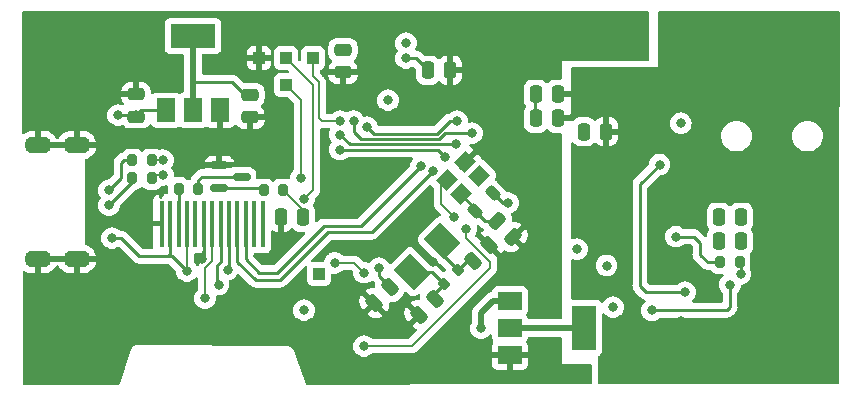
<source format=gbr>
%TF.GenerationSoftware,KiCad,Pcbnew,(6.0.0)*%
%TF.CreationDate,2022-03-10T17:49:05+08:00*%
%TF.ProjectId,st_usbAudioV1_demo,73745f75-7362-4417-9564-696f56315f64,rev?*%
%TF.SameCoordinates,Original*%
%TF.FileFunction,Copper,L4,Bot*%
%TF.FilePolarity,Positive*%
%FSLAX46Y46*%
G04 Gerber Fmt 4.6, Leading zero omitted, Abs format (unit mm)*
G04 Created by KiCad (PCBNEW (6.0.0)) date 2022-03-10 17:49:05*
%MOMM*%
%LPD*%
G01*
G04 APERTURE LIST*
G04 Aperture macros list*
%AMRoundRect*
0 Rectangle with rounded corners*
0 $1 Rounding radius*
0 $2 $3 $4 $5 $6 $7 $8 $9 X,Y pos of 4 corners*
0 Add a 4 corners polygon primitive as box body*
4,1,4,$2,$3,$4,$5,$6,$7,$8,$9,$2,$3,0*
0 Add four circle primitives for the rounded corners*
1,1,$1+$1,$2,$3*
1,1,$1+$1,$4,$5*
1,1,$1+$1,$6,$7*
1,1,$1+$1,$8,$9*
0 Add four rect primitives between the rounded corners*
20,1,$1+$1,$2,$3,$4,$5,0*
20,1,$1+$1,$4,$5,$6,$7,0*
20,1,$1+$1,$6,$7,$8,$9,0*
20,1,$1+$1,$8,$9,$2,$3,0*%
%AMRotRect*
0 Rectangle, with rotation*
0 The origin of the aperture is its center*
0 $1 length*
0 $2 width*
0 $3 Rotation angle, in degrees counterclockwise*
0 Add horizontal line*
21,1,$1,$2,0,0,$3*%
G04 Aperture macros list end*
%TA.AperFunction,SMDPad,CuDef*%
%ADD10R,0.400000X4.000000*%
%TD*%
%TA.AperFunction,ComponentPad*%
%ADD11O,2.300000X1.400000*%
%TD*%
%TA.AperFunction,SMDPad,CuDef*%
%ADD12RoundRect,0.250000X-0.159099X0.512652X-0.512652X0.159099X0.159099X-0.512652X0.512652X-0.159099X0*%
%TD*%
%TA.AperFunction,SMDPad,CuDef*%
%ADD13RoundRect,0.250000X0.159099X-0.512652X0.512652X-0.159099X-0.159099X0.512652X-0.512652X0.159099X0*%
%TD*%
%TA.AperFunction,SMDPad,CuDef*%
%ADD14RoundRect,0.150000X-0.587500X-0.150000X0.587500X-0.150000X0.587500X0.150000X-0.587500X0.150000X0*%
%TD*%
%TA.AperFunction,SMDPad,CuDef*%
%ADD15RoundRect,0.250000X0.512652X0.159099X0.159099X0.512652X-0.512652X-0.159099X-0.159099X-0.512652X0*%
%TD*%
%TA.AperFunction,SMDPad,CuDef*%
%ADD16RoundRect,0.250000X-0.475000X0.250000X-0.475000X-0.250000X0.475000X-0.250000X0.475000X0.250000X0*%
%TD*%
%TA.AperFunction,SMDPad,CuDef*%
%ADD17RoundRect,0.250000X-0.250000X-0.475000X0.250000X-0.475000X0.250000X0.475000X-0.250000X0.475000X0*%
%TD*%
%TA.AperFunction,SMDPad,CuDef*%
%ADD18R,1.000000X1.000000*%
%TD*%
%TA.AperFunction,SMDPad,CuDef*%
%ADD19R,2.000000X1.500000*%
%TD*%
%TA.AperFunction,SMDPad,CuDef*%
%ADD20R,2.000000X3.800000*%
%TD*%
%TA.AperFunction,SMDPad,CuDef*%
%ADD21RotRect,1.400000X1.200000X45.000000*%
%TD*%
%TA.AperFunction,SMDPad,CuDef*%
%ADD22R,1.500000X2.000000*%
%TD*%
%TA.AperFunction,SMDPad,CuDef*%
%ADD23R,3.800000X2.000000*%
%TD*%
%TA.AperFunction,SMDPad,CuDef*%
%ADD24RoundRect,0.250000X0.250000X0.475000X-0.250000X0.475000X-0.250000X-0.475000X0.250000X-0.475000X0*%
%TD*%
%TA.AperFunction,SMDPad,CuDef*%
%ADD25RoundRect,0.200000X0.200000X0.275000X-0.200000X0.275000X-0.200000X-0.275000X0.200000X-0.275000X0*%
%TD*%
%TA.AperFunction,SMDPad,CuDef*%
%ADD26RotRect,2.000000X2.400000X45.000000*%
%TD*%
%TA.AperFunction,SMDPad,CuDef*%
%ADD27RoundRect,0.200000X0.053033X-0.335876X0.335876X-0.053033X-0.053033X0.335876X-0.335876X0.053033X0*%
%TD*%
%TA.AperFunction,SMDPad,CuDef*%
%ADD28RoundRect,0.218750X-0.114905X0.424264X-0.424264X0.114905X0.114905X-0.424264X0.424264X-0.114905X0*%
%TD*%
%TA.AperFunction,SMDPad,CuDef*%
%ADD29RoundRect,0.250000X0.475000X-0.250000X0.475000X0.250000X-0.475000X0.250000X-0.475000X-0.250000X0*%
%TD*%
%TA.AperFunction,ViaPad*%
%ADD30C,0.800000*%
%TD*%
%TA.AperFunction,ViaPad*%
%ADD31C,3.600000*%
%TD*%
%TA.AperFunction,Conductor*%
%ADD32C,0.150000*%
%TD*%
%TA.AperFunction,Conductor*%
%ADD33C,0.500000*%
%TD*%
%TA.AperFunction,Conductor*%
%ADD34C,0.250000*%
%TD*%
%TA.AperFunction,Conductor*%
%ADD35C,0.200000*%
%TD*%
%TA.AperFunction,Conductor*%
%ADD36C,0.300000*%
%TD*%
G04 APERTURE END LIST*
D10*
%TO.P,U7,1,TP0*%
%TO.N,unconnected-(U7-Pad1)*%
X137824800Y-76076800D03*
%TO.P,U7,2,TP1*%
%TO.N,unconnected-(U7-Pad2)*%
X137113600Y-76076800D03*
%TO.P,U7,3,SDA*%
%TO.N,/LCD_MOSI*%
X136402400Y-76076800D03*
%TO.P,U7,4,SCL*%
%TO.N,/LCD_CLK*%
X135691200Y-76076800D03*
%TO.P,U7,5,RS*%
%TO.N,/LCD_RS*%
X134980000Y-76076800D03*
%TO.P,U7,6,RESET*%
%TO.N,/LCD_RST*%
X134268800Y-76076800D03*
%TO.P,U7,7,CS*%
%TO.N,/LCD_CS*%
X133557600Y-76076800D03*
%TO.P,U7,8,GND*%
%TO.N,GND*%
X132846400Y-76076800D03*
%TO.P,U7,9,NC*%
%TO.N,unconnected-(U7-Pad9)*%
X132135200Y-76076800D03*
%TO.P,U7,10,VDD*%
%TO.N,+3V3*%
X131424000Y-76076800D03*
%TO.P,U7,11,LEDK*%
%TO.N,Net-(R19-Pad2)*%
X130712800Y-76076800D03*
%TO.P,U7,12,LEDA*%
%TO.N,+3V3*%
X130001600Y-76076800D03*
%TO.P,U7,13,GND*%
%TO.N,GND*%
X129290400Y-76076800D03*
%TD*%
D11*
%TO.P,U8,6,Shild*%
%TO.N,GND*%
X122088350Y-79074000D03*
X118811750Y-79074000D03*
X122088350Y-69422000D03*
X118811750Y-69422000D03*
%TD*%
D12*
%TO.P,C10,1*%
%TO.N,Net-(C10-Pad1)*%
X152415751Y-82466249D03*
%TO.P,C10,2*%
%TO.N,GND*%
X151072249Y-83809751D03*
%TD*%
D13*
%TO.P,C9,1*%
%TO.N,GND*%
X147262249Y-82793751D03*
%TO.P,C9,2*%
%TO.N,+3V3*%
X148605751Y-81450249D03*
%TD*%
D14*
%TO.P,Q1,1,B*%
%TO.N,Net-(Q1-Pad1)*%
X134169500Y-73039000D03*
%TO.P,Q1,2,E*%
%TO.N,GND*%
X134169500Y-71139000D03*
%TO.P,Q1,3,C*%
%TO.N,Net-(Q1-Pad3)*%
X136044500Y-72089000D03*
%TD*%
D15*
%TO.P,C16,1*%
%TO.N,GND*%
X159019751Y-77205751D03*
%TO.P,C16,2*%
%TO.N,Net-(C16-Pad2)*%
X157676249Y-75862249D03*
%TD*%
D16*
%TO.P,C1,1*%
%TO.N,GND*%
X127106000Y-65104000D03*
%TO.P,C1,2*%
%TO.N,+5V*%
X127106000Y-67004000D03*
%TD*%
D17*
%TO.P,C31,1*%
%TO.N,GNDA*%
X176448000Y-77550000D03*
%TO.P,C31,2*%
%TO.N,Net-(C31-Pad2)*%
X178348000Y-77550000D03*
%TD*%
D18*
%TO.P,TP2,1,1*%
%TO.N,/SWCLK*%
X139806000Y-62056000D03*
%TD*%
D17*
%TO.P,C6,1*%
%TO.N,GND*%
X139364000Y-75518000D03*
%TO.P,C6,2*%
%TO.N,+3V3*%
X141264000Y-75518000D03*
%TD*%
D19*
%TO.P,U3,1,GND*%
%TO.N,GND*%
X158754000Y-87216000D03*
%TO.P,U3,2,VO*%
%TO.N,Net-(C8-Pad1)*%
X158754000Y-84916000D03*
D20*
X165054000Y-84916000D03*
D19*
%TO.P,U3,3,VI*%
%TO.N,+5V*%
X158754000Y-82616000D03*
%TD*%
D18*
%TO.P,TP1,1,1*%
%TO.N,/BOOT0*%
X142600000Y-80344000D03*
%TD*%
D21*
%TO.P,X1,1,Tri-State*%
%TO.N,+3V3*%
X153413142Y-72392777D03*
%TO.P,X1,2,GND*%
%TO.N,GND*%
X154968777Y-70837142D03*
%TO.P,X1,3,OUT*%
%TO.N,Net-(U4-Pad11)*%
X156170858Y-72039223D03*
%TO.P,X1,4,VDD*%
%TO.N,Net-(C16-Pad2)*%
X154615223Y-73594858D03*
%TD*%
D22*
%TO.P,U2,1,GND*%
%TO.N,GND*%
X134232000Y-66476000D03*
D23*
%TO.P,U2,2,VO*%
%TO.N,+3V3*%
X131932000Y-60176000D03*
D22*
X131932000Y-66476000D03*
%TO.P,U2,3,VI*%
%TO.N,+5V*%
X129632000Y-66476000D03*
%TD*%
D24*
%TO.P,C32,1*%
%TO.N,GNDA*%
X162854000Y-67136000D03*
%TO.P,C32,2*%
%TO.N,+3.3VA*%
X160954000Y-67136000D03*
%TD*%
D25*
%TO.P,R3,1*%
%TO.N,/USB1_D+*%
X128439000Y-72216000D03*
%TO.P,R3,2*%
%TO.N,Net-(R3-Pad2)*%
X126789000Y-72216000D03*
%TD*%
D17*
%TO.P,C33,1*%
%TO.N,Net-(C33-Pad1)*%
X176448000Y-75518000D03*
%TO.P,C33,2*%
%TO.N,Net-(C33-Pad2)*%
X178348000Y-75518000D03*
%TD*%
D26*
%TO.P,Y1,1,1*%
%TO.N,Net-(C10-Pad1)*%
X150435852Y-80128148D03*
%TO.P,Y1,2,2*%
%TO.N,Net-(C11-Pad1)*%
X153052148Y-77511852D03*
%TD*%
D25*
%TO.P,R22,1*%
%TO.N,Net-(R22-Pad1)*%
X178223000Y-79328000D03*
%TO.P,R22,2*%
%TO.N,+3.3VA*%
X176573000Y-79328000D03*
%TD*%
D24*
%TO.P,C27,1*%
%TO.N,GNDA*%
X166918000Y-68279000D03*
%TO.P,C27,2*%
%TO.N,Net-(C27-Pad2)*%
X165018000Y-68279000D03*
%TD*%
D18*
%TO.P,TP3,1,1*%
%TO.N,/SWDIO*%
X139806000Y-64342000D03*
%TD*%
%TO.P,TP6,1,1*%
%TO.N,GND*%
X137520000Y-62056000D03*
%TD*%
D24*
%TO.P,C28,1*%
%TO.N,GNDA*%
X162854000Y-65104000D03*
%TO.P,C28,2*%
%TO.N,+3.3VA*%
X160954000Y-65104000D03*
%TD*%
D25*
%TO.P,R29,1*%
%TO.N,+3V3*%
X139552000Y-73232000D03*
%TO.P,R29,2*%
%TO.N,Net-(Q1-Pad1)*%
X137902000Y-73232000D03*
%TD*%
D24*
%TO.P,C21,1*%
%TO.N,GND*%
X153710000Y-63072000D03*
%TO.P,C21,2*%
%TO.N,Net-(C21-Pad2)*%
X151810000Y-63072000D03*
%TD*%
D27*
%TO.P,R6,1*%
%TO.N,Net-(C10-Pad1)*%
X153192637Y-81181363D03*
%TO.P,R6,2*%
%TO.N,Net-(C11-Pad1)*%
X154359363Y-80014637D03*
%TD*%
D28*
%TO.P,L2,1,1*%
%TO.N,+3V3*%
X157321301Y-73496699D03*
%TO.P,L2,2,2*%
%TO.N,Net-(C16-Pad2)*%
X155818699Y-74999301D03*
%TD*%
D25*
%TO.P,R19,1*%
%TO.N,Net-(Q1-Pad3)*%
X132376000Y-73105000D03*
%TO.P,R19,2*%
%TO.N,Net-(R19-Pad2)*%
X130726000Y-73105000D03*
%TD*%
D29*
%TO.P,C7,1*%
%TO.N,GND*%
X136758000Y-67070000D03*
%TO.P,C7,2*%
%TO.N,+3V3*%
X136758000Y-65170000D03*
%TD*%
D25*
%TO.P,R4,1*%
%TO.N,/USB1_D-*%
X128439000Y-70692000D03*
%TO.P,R4,2*%
%TO.N,Net-(R4-Pad2)*%
X126789000Y-70692000D03*
%TD*%
D13*
%TO.P,C11,1*%
%TO.N,Net-(C11-Pad1)*%
X155644249Y-79237751D03*
%TO.P,C11,2*%
%TO.N,GND*%
X156987751Y-77894249D03*
%TD*%
D18*
%TO.P,TP4,1,1*%
%TO.N,/TX1*%
X142092000Y-62056000D03*
%TD*%
D29*
%TO.P,C17,1*%
%TO.N,GND*%
X144632000Y-63260000D03*
%TO.P,C17,2*%
%TO.N,/USR*%
X144632000Y-61360000D03*
%TD*%
D30*
%TO.N,GNDA*%
X173228000Y-84328000D03*
X180594000Y-86360000D03*
X183642000Y-75438000D03*
X184150000Y-76962000D03*
X184150000Y-79248000D03*
X184150000Y-81788000D03*
X182880000Y-84074000D03*
X178816000Y-87630000D03*
X176530000Y-88138000D03*
X173228000Y-88138000D03*
X173228000Y-86360000D03*
X168656000Y-81026000D03*
%TO.N,GND*%
X129286000Y-81788000D03*
%TO.N,+5V*%
X127106000Y-66882000D03*
X129632000Y-66476000D03*
X173228000Y-67564000D03*
X156316000Y-84916000D03*
X125582000Y-66882000D03*
%TO.N,GND*%
X152252000Y-79328000D03*
D31*
X120000000Y-87500000D03*
D30*
X146918000Y-73232000D03*
X146664000Y-71708000D03*
X145394000Y-72978000D03*
X140822000Y-81360000D03*
D31*
X120000000Y-60500000D03*
D30*
X157332000Y-62056000D03*
X157078000Y-78058000D03*
X151744000Y-65612000D03*
X158856000Y-62056000D03*
X148188000Y-72216000D03*
X150220000Y-65612000D03*
X139298000Y-75518000D03*
X159766000Y-70612000D03*
X132694000Y-79074000D03*
X154792000Y-71200000D03*
X159618000Y-68660000D03*
X145648000Y-74248000D03*
%TO.N,/BOOT0*%
X142600000Y-80344000D03*
%TO.N,/NRST*%
X146410000Y-86440000D03*
X155046000Y-76534000D03*
%TO.N,+3V3*%
X132008000Y-60100000D03*
X148442000Y-65612000D03*
X153997000Y-75485000D03*
X125074000Y-77296000D03*
X158602000Y-74314000D03*
X141330000Y-83392000D03*
X132948000Y-60024000D03*
X131932000Y-66374000D03*
X149966000Y-60786000D03*
X131424000Y-80090000D03*
X139552000Y-73232000D03*
X130916000Y-60024000D03*
X147680000Y-79836000D03*
%TO.N,Net-(C10-Pad1)*%
X150435852Y-80128148D03*
%TO.N,Net-(C11-Pad1)*%
X153014000Y-77550000D03*
%TO.N,+3.3VA*%
X167492000Y-83138000D03*
X160888000Y-65104000D03*
X166951000Y-79615000D03*
X172826000Y-77169000D03*
X164444000Y-78236000D03*
%TO.N,/USR*%
X144632000Y-61294000D03*
%TO.N,Net-(C21-Pad2)*%
X149966000Y-62056000D03*
D31*
%TO.N,GNDA*%
X184000000Y-60500000D03*
D30*
X166984000Y-68279000D03*
X176509000Y-77550000D03*
D31*
X184000000Y-87500000D03*
D30*
X171810000Y-67898000D03*
X181970000Y-78058000D03*
X175874000Y-80598000D03*
X169016000Y-70692000D03*
X165714000Y-72978000D03*
X180446000Y-81360000D03*
X172318000Y-62818000D03*
X164444000Y-63326000D03*
%TO.N,Net-(C24-Pad2)*%
X173588000Y-81868000D03*
X171429000Y-71073000D03*
%TO.N,Net-(C27-Pad2)*%
X164952000Y-68279000D03*
%TO.N,Net-(C31-Pad2)*%
X178414000Y-77423000D03*
%TO.N,Net-(C33-Pad1)*%
X176382000Y-75518000D03*
%TO.N,/SWDIO*%
X141076000Y-72216000D03*
%TO.N,/SWCLK*%
X141330000Y-73994000D03*
%TO.N,/TX1*%
X144378000Y-67390000D03*
%TO.N,/LCD_CS*%
X132948000Y-82376000D03*
%TO.N,/LCD_CLK*%
X152252000Y-71581000D03*
%TO.N,/LCD_MOSI*%
X151236000Y-71200000D03*
%TO.N,/LCD_RS*%
X134853000Y-79963000D03*
%TO.N,/LCD_RST*%
X134091000Y-81233000D03*
%TO.N,Net-(C33-Pad2)*%
X178414000Y-75518000D03*
%TO.N,/USB1_D+*%
X129392000Y-71962000D03*
%TO.N,/USB1_D-*%
X129392000Y-70692000D03*
%TO.N,/SCL*%
X146410000Y-80217000D03*
X143933000Y-79392000D03*
%TO.N,/UVP*%
X170794000Y-83407200D03*
X177398000Y-81233000D03*
%TO.N,Net-(R22-Pad1)*%
X178287000Y-80344000D03*
%TO.N,/SDIN*%
X153268000Y-70438000D03*
X144378000Y-69803000D03*
%TO.N,/SDOUT*%
X144378000Y-68533000D03*
X154157000Y-69295000D03*
%TO.N,/BCLK*%
X155554000Y-68406000D03*
X145521000Y-67390000D03*
%TO.N,/LRCK*%
X154284000Y-67390000D03*
X146664000Y-67898000D03*
%TO.N,Net-(C8-Pad1)*%
X164698000Y-85678000D03*
X164698000Y-83900000D03*
%TO.N,Net-(R3-Pad2)*%
X124820000Y-74502000D03*
%TO.N,Net-(R4-Pad2)*%
X124820000Y-73232000D03*
%TO.N,Net-(U4-Pad11)*%
X156316000Y-71835000D03*
%TD*%
D32*
%TO.N,/TX1*%
X142092000Y-63580000D02*
X142092000Y-62056000D01*
X142600000Y-64088000D02*
X142092000Y-63580000D01*
X142600000Y-67162000D02*
X142600000Y-64088000D01*
X142828000Y-67390000D02*
X142600000Y-67162000D01*
X144378000Y-67390000D02*
X142828000Y-67390000D01*
D33*
%TO.N,+5V*%
X156316000Y-83646000D02*
X157346000Y-82616000D01*
D34*
X126984000Y-66882000D02*
X127106000Y-67004000D01*
X127512000Y-66476000D02*
X129632000Y-66476000D01*
X127106000Y-66882000D02*
X127512000Y-66476000D01*
D33*
X156316000Y-84916000D02*
X156316000Y-83646000D01*
X157346000Y-82616000D02*
X158754000Y-82616000D01*
D34*
X125582000Y-66882000D02*
X126984000Y-66882000D01*
%TO.N,GND*%
X132694000Y-79074000D02*
X132846400Y-78921600D01*
X132846400Y-78921600D02*
X132846400Y-76076800D01*
D35*
%TO.N,/NRST*%
X155046000Y-77296000D02*
X157078000Y-79328000D01*
X155046000Y-76534000D02*
X155046000Y-77296000D01*
X157078000Y-79836000D02*
X150474000Y-86440000D01*
X157078000Y-79328000D02*
X157078000Y-79836000D01*
X150474000Y-86440000D02*
X146410000Y-86440000D01*
D34*
%TO.N,+3V3*%
X129849200Y-78820000D02*
X130001600Y-78667600D01*
D35*
X141264000Y-74944000D02*
X141264000Y-75518000D01*
D34*
X136316000Y-65170000D02*
X135234000Y-64088000D01*
D35*
X131424000Y-80090000D02*
X131424000Y-76076800D01*
X153997000Y-75485000D02*
X152918167Y-74406167D01*
D34*
X136758000Y-65170000D02*
X136758000Y-64850000D01*
D33*
X131932000Y-66374000D02*
X131932000Y-64088000D01*
D36*
X131932000Y-60176000D02*
X132008000Y-60100000D01*
D35*
X152918167Y-72887752D02*
X153413142Y-72392777D01*
D34*
X125836000Y-77296000D02*
X127360000Y-78820000D01*
X158138602Y-74314000D02*
X157321301Y-73496699D01*
X130001600Y-76076800D02*
X130001600Y-78667600D01*
X158602000Y-74314000D02*
X158138602Y-74314000D01*
X135234000Y-64088000D02*
X131932000Y-64088000D01*
D36*
X132008000Y-60100000D02*
X132338000Y-59770000D01*
D34*
X129646000Y-78820000D02*
X130154000Y-78820000D01*
X130154000Y-78820000D02*
X131424000Y-80090000D01*
X148605751Y-81450249D02*
X148950000Y-81794498D01*
D35*
X139552000Y-73232000D02*
X141264000Y-74944000D01*
X152918167Y-74406167D02*
X152918167Y-72887752D01*
D34*
X147680000Y-80524498D02*
X148605751Y-81450249D01*
X147680000Y-79836000D02*
X147680000Y-80524498D01*
X136758000Y-65170000D02*
X136316000Y-65170000D01*
D33*
X131932000Y-64088000D02*
X131932000Y-60176000D01*
D34*
X125074000Y-77296000D02*
X125836000Y-77296000D01*
X127360000Y-78820000D02*
X129849200Y-78820000D01*
%TO.N,Net-(C10-Pad1)*%
X152139422Y-80128148D02*
X150435852Y-80128148D01*
X152415751Y-82466249D02*
X152415751Y-81958249D01*
X153192637Y-81181363D02*
X152139422Y-80128148D01*
X152415751Y-81958249D02*
X153192637Y-81181363D01*
%TO.N,Net-(C11-Pad1)*%
X155644249Y-79237751D02*
X155136249Y-79237751D01*
X155136249Y-79237751D02*
X154359363Y-80014637D01*
X153014000Y-78669274D02*
X153014000Y-77550000D01*
X154359363Y-80014637D02*
X153014000Y-78669274D01*
X153014000Y-77550000D02*
X153052148Y-77511852D01*
%TO.N,+3.3VA*%
X172826000Y-77169000D02*
X174350000Y-77169000D01*
X160888000Y-65104000D02*
X160888000Y-67070000D01*
X160888000Y-67070000D02*
X160954000Y-67136000D01*
X174858000Y-78693000D02*
X175493000Y-79328000D01*
X176509000Y-79392000D02*
X176573000Y-79328000D01*
X175493000Y-79328000D02*
X176573000Y-79328000D01*
X174858000Y-77677000D02*
X174858000Y-78693000D01*
X174350000Y-77169000D02*
X174858000Y-77677000D01*
%TO.N,Net-(C16-Pad2)*%
X157676249Y-75862249D02*
X156681647Y-75862249D01*
X155818699Y-74999301D02*
X155818699Y-74798334D01*
X156681647Y-75862249D02*
X155818699Y-74999301D01*
X155818699Y-74798334D02*
X154615223Y-73594858D01*
%TO.N,Net-(C21-Pad2)*%
X149966000Y-62056000D02*
X150794000Y-62056000D01*
X150794000Y-62056000D02*
X151810000Y-63072000D01*
D33*
%TO.N,GNDA*%
X162854000Y-65104000D02*
X164190000Y-65104000D01*
X163936000Y-67136000D02*
X164190000Y-66882000D01*
X162854000Y-67136000D02*
X163936000Y-67136000D01*
D34*
%TO.N,Net-(C24-Pad2)*%
X169778000Y-72724000D02*
X171429000Y-71073000D01*
X170286000Y-81868000D02*
X169778000Y-81360000D01*
X173588000Y-81868000D02*
X170286000Y-81868000D01*
X169778000Y-81360000D02*
X169778000Y-72724000D01*
D35*
%TO.N,/SWDIO*%
X141076000Y-65612000D02*
X139806000Y-64342000D01*
X141076000Y-72216000D02*
X141076000Y-65612000D01*
%TO.N,/SWCLK*%
X141330000Y-73994000D02*
X142092000Y-73232000D01*
X142092000Y-64342000D02*
X139806000Y-62056000D01*
X142092000Y-73232000D02*
X142092000Y-64342000D01*
D32*
%TO.N,/LCD_CS*%
X132948000Y-79836000D02*
X133557600Y-79226400D01*
X132948000Y-82376000D02*
X132948000Y-79836000D01*
X133557600Y-79226400D02*
X133557600Y-76076800D01*
D34*
%TO.N,/LCD_CLK*%
X135691200Y-79277200D02*
X135691200Y-76076800D01*
X147045000Y-76788000D02*
X143362000Y-76788000D01*
X139298000Y-80852000D02*
X137266000Y-80852000D01*
X143362000Y-76788000D02*
X139298000Y-80852000D01*
X152252000Y-71581000D02*
X147045000Y-76788000D01*
X137266000Y-80852000D02*
X135691200Y-79277200D01*
%TO.N,/LCD_MOSI*%
X146156000Y-76280000D02*
X142981000Y-76280000D01*
X137520000Y-80217000D02*
X136402400Y-79099400D01*
X139044000Y-80217000D02*
X137520000Y-80217000D01*
X151236000Y-71200000D02*
X146156000Y-76280000D01*
X142981000Y-76280000D02*
X139044000Y-80217000D01*
X136402400Y-79099400D02*
X136402400Y-76076800D01*
%TO.N,/LCD_RS*%
X134980000Y-79836000D02*
X134853000Y-79963000D01*
X134980000Y-76076800D02*
X134980000Y-79836000D01*
%TO.N,/LCD_RST*%
X133964000Y-79582000D02*
X133964000Y-81106000D01*
X134268800Y-79277200D02*
X133964000Y-79582000D01*
X133964000Y-81106000D02*
X134091000Y-81233000D01*
X134268800Y-76076800D02*
X134268800Y-79277200D01*
D35*
%TO.N,/USB1_D+*%
X129392000Y-71962000D02*
X128693000Y-71962000D01*
X128693000Y-71962000D02*
X128439000Y-72216000D01*
%TO.N,/USB1_D-*%
X129392000Y-70692000D02*
X128439000Y-70692000D01*
%TO.N,/SCL*%
X146410000Y-80217000D02*
X145585000Y-79392000D01*
X145585000Y-79392000D02*
X143933000Y-79392000D01*
D34*
%TO.N,/UVP*%
X177398000Y-81233000D02*
X177398000Y-83138000D01*
X177398000Y-83138000D02*
X177144000Y-83392000D01*
X170809200Y-83392000D02*
X170794000Y-83407200D01*
X177144000Y-83392000D02*
X170809200Y-83392000D01*
%TO.N,Net-(R19-Pad2)*%
X130726000Y-73105000D02*
X130712800Y-73118200D01*
X130712800Y-73118200D02*
X130712800Y-76076800D01*
%TO.N,Net-(R22-Pad1)*%
X178287000Y-80344000D02*
X178287000Y-79392000D01*
X178287000Y-79392000D02*
X178223000Y-79328000D01*
%TO.N,/SDIN*%
X153268000Y-70438000D02*
X152633000Y-69803000D01*
X152633000Y-69803000D02*
X144378000Y-69803000D01*
%TO.N,/SDOUT*%
X154098520Y-69353480D02*
X154157000Y-69295000D01*
X144378000Y-68533000D02*
X145198480Y-69353480D01*
X145198480Y-69353480D02*
X154098520Y-69353480D01*
%TO.N,/BCLK*%
X146145960Y-68903960D02*
X152770758Y-68903960D01*
X153268718Y-68406000D02*
X155554000Y-68406000D01*
X145521000Y-68279000D02*
X146145960Y-68903960D01*
X152770758Y-68903960D02*
X153268718Y-68406000D01*
X145521000Y-67390000D02*
X145521000Y-68279000D01*
%TO.N,/LRCK*%
X146664000Y-67898000D02*
X147220440Y-68454440D01*
X147220440Y-68454440D02*
X152584560Y-68454440D01*
X153649000Y-67390000D02*
X154284000Y-67390000D01*
X152584560Y-68454440D02*
X153649000Y-67390000D01*
D33*
%TO.N,Net-(C8-Pad1)*%
X158754000Y-84916000D02*
X165054000Y-84916000D01*
D34*
%TO.N,Net-(Q1-Pad3)*%
X132376000Y-72407000D02*
X132376000Y-73105000D01*
X132694000Y-72089000D02*
X132376000Y-72407000D01*
X136044500Y-72089000D02*
X132694000Y-72089000D01*
%TO.N,Net-(R3-Pad2)*%
X124820000Y-74502000D02*
X126789000Y-72533000D01*
X126789000Y-72533000D02*
X126789000Y-72216000D01*
%TO.N,Net-(R4-Pad2)*%
X124820000Y-73232000D02*
X125836000Y-72216000D01*
X125836000Y-72216000D02*
X125836000Y-70946000D01*
X126090000Y-70692000D02*
X126789000Y-70692000D01*
X125836000Y-70946000D02*
X126090000Y-70692000D01*
%TO.N,Net-(Q1-Pad1)*%
X137709000Y-73039000D02*
X137902000Y-73232000D01*
X137914200Y-73219800D02*
X137902000Y-73232000D01*
X134169500Y-73039000D02*
X137709000Y-73039000D01*
%TD*%
%TA.AperFunction,Conductor*%
%TO.N,GND*%
G36*
X170482121Y-58078002D02*
G01*
X170528614Y-58131658D01*
X170540000Y-58184000D01*
X170540000Y-62184000D01*
X170519998Y-62252121D01*
X170466342Y-62298614D01*
X170414000Y-62310000D01*
X163174000Y-62310000D01*
X163174000Y-63744500D01*
X163153998Y-63812621D01*
X163100342Y-63859114D01*
X163048000Y-63870500D01*
X162553600Y-63870500D01*
X162550354Y-63870837D01*
X162550350Y-63870837D01*
X162454692Y-63880762D01*
X162454688Y-63880763D01*
X162447834Y-63881474D01*
X162441298Y-63883655D01*
X162441296Y-63883655D01*
X162317224Y-63925049D01*
X162280054Y-63937450D01*
X162129652Y-64030522D01*
X162004695Y-64155697D01*
X162002094Y-64159916D01*
X161944970Y-64200417D01*
X161874047Y-64203649D01*
X161812635Y-64168024D01*
X161806078Y-64160470D01*
X161802478Y-64154652D01*
X161677303Y-64029695D01*
X161663762Y-64021348D01*
X161532968Y-63940725D01*
X161532966Y-63940724D01*
X161526738Y-63936885D01*
X161366254Y-63883655D01*
X161365389Y-63883368D01*
X161365387Y-63883368D01*
X161358861Y-63881203D01*
X161352025Y-63880503D01*
X161352022Y-63880502D01*
X161305708Y-63875757D01*
X161254400Y-63870500D01*
X160653600Y-63870500D01*
X160650354Y-63870837D01*
X160650350Y-63870837D01*
X160554692Y-63880762D01*
X160554688Y-63880763D01*
X160547834Y-63881474D01*
X160541298Y-63883655D01*
X160541296Y-63883655D01*
X160417224Y-63925049D01*
X160380054Y-63937450D01*
X160229652Y-64030522D01*
X160104695Y-64155697D01*
X160100855Y-64161927D01*
X160100854Y-64161928D01*
X160020287Y-64292632D01*
X160011885Y-64306262D01*
X159998641Y-64346192D01*
X159959386Y-64464544D01*
X159956203Y-64474139D01*
X159945500Y-64578600D01*
X159945500Y-65629400D01*
X159945837Y-65632646D01*
X159945837Y-65632650D01*
X159951773Y-65689856D01*
X159956474Y-65735166D01*
X159958655Y-65741702D01*
X159958655Y-65741704D01*
X159992701Y-65843750D01*
X160012450Y-65902946D01*
X160092974Y-66033071D01*
X160105522Y-66053348D01*
X160102788Y-66055040D01*
X160124049Y-66107538D01*
X160110893Y-66177305D01*
X160104362Y-66187492D01*
X160104695Y-66187697D01*
X160038147Y-66295658D01*
X160011885Y-66338262D01*
X160006345Y-66354966D01*
X159964610Y-66480794D01*
X159956203Y-66506139D01*
X159955503Y-66512975D01*
X159955502Y-66512978D01*
X159954659Y-66521206D01*
X159945500Y-66610600D01*
X159945500Y-67661400D01*
X159945837Y-67664646D01*
X159945837Y-67664650D01*
X159954918Y-67752166D01*
X159956474Y-67767166D01*
X159958655Y-67773702D01*
X159958655Y-67773704D01*
X159983487Y-67848134D01*
X160012450Y-67934946D01*
X160105522Y-68085348D01*
X160230697Y-68210305D01*
X160236927Y-68214145D01*
X160236928Y-68214146D01*
X160374090Y-68298694D01*
X160381262Y-68303115D01*
X160461005Y-68329564D01*
X160542611Y-68356632D01*
X160542613Y-68356632D01*
X160549139Y-68358797D01*
X160555975Y-68359497D01*
X160555978Y-68359498D01*
X160599031Y-68363909D01*
X160653600Y-68369500D01*
X161254400Y-68369500D01*
X161257646Y-68369163D01*
X161257650Y-68369163D01*
X161353308Y-68359238D01*
X161353312Y-68359237D01*
X161360166Y-68358526D01*
X161366702Y-68356345D01*
X161366704Y-68356345D01*
X161498806Y-68312272D01*
X161527946Y-68302550D01*
X161678348Y-68209478D01*
X161803305Y-68084303D01*
X161805906Y-68080084D01*
X161863030Y-68039583D01*
X161933953Y-68036351D01*
X161995365Y-68071976D01*
X162001922Y-68079530D01*
X162005522Y-68085348D01*
X162130697Y-68210305D01*
X162136927Y-68214145D01*
X162136928Y-68214146D01*
X162274090Y-68298694D01*
X162281262Y-68303115D01*
X162361005Y-68329564D01*
X162442611Y-68356632D01*
X162442613Y-68356632D01*
X162449139Y-68358797D01*
X162455975Y-68359497D01*
X162455978Y-68359498D01*
X162499031Y-68363909D01*
X162553600Y-68369500D01*
X163048000Y-68369500D01*
X163116121Y-68389502D01*
X163162614Y-68443158D01*
X163174000Y-68495500D01*
X163174000Y-84031500D01*
X163153998Y-84099621D01*
X163100342Y-84146114D01*
X163048000Y-84157500D01*
X160378493Y-84157500D01*
X160310372Y-84137498D01*
X160263879Y-84083842D01*
X160256457Y-84062237D01*
X160255745Y-84055684D01*
X160242639Y-84020722D01*
X160207767Y-83927703D01*
X160204615Y-83919295D01*
X160199229Y-83912108D01*
X160146360Y-83841565D01*
X160121512Y-83775058D01*
X160136565Y-83705676D01*
X160146360Y-83690435D01*
X160199229Y-83619892D01*
X160199230Y-83619890D01*
X160204615Y-83612705D01*
X160255745Y-83476316D01*
X160262500Y-83414134D01*
X160262500Y-81817866D01*
X160255745Y-81755684D01*
X160204615Y-81619295D01*
X160117261Y-81502739D01*
X160000705Y-81415385D01*
X159864316Y-81364255D01*
X159802134Y-81357500D01*
X157705866Y-81357500D01*
X157643684Y-81364255D01*
X157507295Y-81415385D01*
X157390739Y-81502739D01*
X157303385Y-81619295D01*
X157252255Y-81755684D01*
X157251402Y-81763537D01*
X157251401Y-81763541D01*
X157250850Y-81768617D01*
X157223609Y-81834180D01*
X157168580Y-81873449D01*
X157101673Y-81897735D01*
X157097545Y-81899152D01*
X157035064Y-81919393D01*
X157035062Y-81919394D01*
X157028101Y-81921649D01*
X157021846Y-81925445D01*
X157016372Y-81927951D01*
X157010942Y-81930670D01*
X157004063Y-81933167D01*
X156997943Y-81937180D01*
X156997942Y-81937180D01*
X156943024Y-81973186D01*
X156939320Y-81975523D01*
X156876893Y-82013405D01*
X156868516Y-82020803D01*
X156868492Y-82020776D01*
X156865500Y-82023429D01*
X156862267Y-82026132D01*
X156856148Y-82030144D01*
X156829503Y-82058271D01*
X156802872Y-82086383D01*
X156800494Y-82088825D01*
X155827089Y-83062230D01*
X155812677Y-83074616D01*
X155801082Y-83083149D01*
X155801077Y-83083154D01*
X155795182Y-83087492D01*
X155790443Y-83093070D01*
X155790440Y-83093073D01*
X155760965Y-83127768D01*
X155754035Y-83135284D01*
X155748340Y-83140979D01*
X155746060Y-83143861D01*
X155730719Y-83163251D01*
X155727928Y-83166655D01*
X155685409Y-83216703D01*
X155680667Y-83222285D01*
X155677339Y-83228801D01*
X155673972Y-83233850D01*
X155670805Y-83238979D01*
X155666266Y-83244716D01*
X155635345Y-83310875D01*
X155633442Y-83314769D01*
X155600231Y-83379808D01*
X155598492Y-83386916D01*
X155596393Y-83392559D01*
X155594476Y-83398322D01*
X155591378Y-83404950D01*
X155589888Y-83412112D01*
X155589888Y-83412113D01*
X155576514Y-83476412D01*
X155575548Y-83480679D01*
X155558192Y-83551610D01*
X155557500Y-83562764D01*
X155557464Y-83562762D01*
X155557225Y-83566755D01*
X155556851Y-83570947D01*
X155555360Y-83578115D01*
X155556490Y-83619892D01*
X155557454Y-83655521D01*
X155557500Y-83658928D01*
X155557500Y-84379001D01*
X155540619Y-84442000D01*
X155481473Y-84544444D01*
X155422458Y-84726072D01*
X155402496Y-84916000D01*
X155422458Y-85105928D01*
X155481473Y-85287556D01*
X155576960Y-85452944D01*
X155704747Y-85594866D01*
X155775398Y-85646197D01*
X155841884Y-85694502D01*
X155859248Y-85707118D01*
X155865276Y-85709802D01*
X155865278Y-85709803D01*
X155997025Y-85768460D01*
X156033712Y-85784794D01*
X156107603Y-85800500D01*
X156214056Y-85823128D01*
X156214061Y-85823128D01*
X156220513Y-85824500D01*
X156411487Y-85824500D01*
X156417939Y-85823128D01*
X156417944Y-85823128D01*
X156524397Y-85800500D01*
X156598288Y-85784794D01*
X156634975Y-85768460D01*
X156766722Y-85709803D01*
X156766724Y-85709802D01*
X156772752Y-85707118D01*
X156790117Y-85694502D01*
X156856602Y-85646197D01*
X156927253Y-85594866D01*
X157025865Y-85485347D01*
X157086310Y-85448107D01*
X157157293Y-85449459D01*
X157216278Y-85488972D01*
X157244536Y-85554103D01*
X157245500Y-85569657D01*
X157245500Y-85714134D01*
X157252255Y-85776316D01*
X157303385Y-85912705D01*
X157308771Y-85919891D01*
X157361953Y-85990852D01*
X157386801Y-86057358D01*
X157371748Y-86126741D01*
X157361953Y-86141982D01*
X157309214Y-86212352D01*
X157300676Y-86227946D01*
X157255522Y-86348394D01*
X157251895Y-86363649D01*
X157246369Y-86414514D01*
X157246000Y-86421328D01*
X157246000Y-86943885D01*
X157250475Y-86959124D01*
X157251865Y-86960329D01*
X157259548Y-86962000D01*
X160243884Y-86962000D01*
X160259123Y-86957525D01*
X160260328Y-86956135D01*
X160261999Y-86948452D01*
X160261999Y-86421331D01*
X160261629Y-86414510D01*
X160256105Y-86363648D01*
X160252479Y-86348396D01*
X160207324Y-86227946D01*
X160198786Y-86212352D01*
X160146047Y-86141982D01*
X160121199Y-86075476D01*
X160136252Y-86006093D01*
X160146047Y-85990852D01*
X160199229Y-85919891D01*
X160204615Y-85912705D01*
X160210120Y-85898022D01*
X160252972Y-85783714D01*
X160252973Y-85783711D01*
X160255745Y-85776316D01*
X160256372Y-85770547D01*
X160291126Y-85709709D01*
X160354081Y-85676887D01*
X160378493Y-85674500D01*
X163048000Y-85674500D01*
X163116121Y-85694502D01*
X163162614Y-85748158D01*
X163174000Y-85800500D01*
X163174000Y-87964000D01*
X165588000Y-87964000D01*
X165656121Y-87984002D01*
X165702614Y-88037658D01*
X165714000Y-88090000D01*
X165714000Y-89551154D01*
X165693998Y-89619275D01*
X165640342Y-89665768D01*
X165588205Y-89677154D01*
X158873550Y-89688102D01*
X141594889Y-89716274D01*
X141526737Y-89696383D01*
X141480157Y-89642803D01*
X141476191Y-89633114D01*
X141469120Y-89613556D01*
X140889615Y-88010669D01*
X157246001Y-88010669D01*
X157246371Y-88017490D01*
X157251895Y-88068352D01*
X157255521Y-88083604D01*
X157300676Y-88204054D01*
X157309214Y-88219649D01*
X157385715Y-88321724D01*
X157398276Y-88334285D01*
X157500351Y-88410786D01*
X157515946Y-88419324D01*
X157636394Y-88464478D01*
X157651649Y-88468105D01*
X157702514Y-88473631D01*
X157709328Y-88474000D01*
X158481885Y-88474000D01*
X158497124Y-88469525D01*
X158498329Y-88468135D01*
X158500000Y-88460452D01*
X158500000Y-88455884D01*
X159008000Y-88455884D01*
X159012475Y-88471123D01*
X159013865Y-88472328D01*
X159021548Y-88473999D01*
X159798669Y-88473999D01*
X159805490Y-88473629D01*
X159856352Y-88468105D01*
X159871604Y-88464479D01*
X159992054Y-88419324D01*
X160007649Y-88410786D01*
X160109724Y-88334285D01*
X160122285Y-88321724D01*
X160198786Y-88219649D01*
X160207324Y-88204054D01*
X160252478Y-88083606D01*
X160256105Y-88068351D01*
X160261631Y-88017486D01*
X160262000Y-88010672D01*
X160262000Y-87488115D01*
X160257525Y-87472876D01*
X160256135Y-87471671D01*
X160248452Y-87470000D01*
X159026115Y-87470000D01*
X159010876Y-87474475D01*
X159009671Y-87475865D01*
X159008000Y-87483548D01*
X159008000Y-88455884D01*
X158500000Y-88455884D01*
X158500000Y-87488115D01*
X158495525Y-87472876D01*
X158494135Y-87471671D01*
X158486452Y-87470000D01*
X157264116Y-87470000D01*
X157248877Y-87474475D01*
X157247672Y-87475865D01*
X157246001Y-87483548D01*
X157246001Y-88010669D01*
X140889615Y-88010669D01*
X140461353Y-86826114D01*
X140458368Y-86816721D01*
X140447898Y-86778683D01*
X140445516Y-86770029D01*
X140440803Y-86762395D01*
X140440801Y-86762390D01*
X140417950Y-86725375D01*
X140413942Y-86718393D01*
X140393495Y-86679981D01*
X140393490Y-86679974D01*
X140389274Y-86672054D01*
X140383003Y-86665634D01*
X140378580Y-86659586D01*
X140373790Y-86653845D01*
X140369076Y-86646209D01*
X140330077Y-86611081D01*
X140324269Y-86605503D01*
X140314889Y-86595900D01*
X140287596Y-86567958D01*
X140279771Y-86563554D01*
X140273835Y-86558995D01*
X140267626Y-86554829D01*
X140260956Y-86548821D01*
X140252868Y-86544927D01*
X140252864Y-86544924D01*
X140213660Y-86526047D01*
X140206520Y-86522324D01*
X140168615Y-86500989D01*
X140168612Y-86500988D01*
X140160788Y-86496584D01*
X140152038Y-86494552D01*
X140145052Y-86491840D01*
X140137935Y-86489588D01*
X140129847Y-86485693D01*
X140078072Y-86477112D01*
X140070178Y-86475543D01*
X140027789Y-86465700D01*
X140027786Y-86465700D01*
X140019045Y-86463670D01*
X140010085Y-86464175D01*
X140010084Y-86464175D01*
X139966719Y-86466619D01*
X139958396Y-86466813D01*
X127219398Y-86342165D01*
X127214045Y-86341999D01*
X127162865Y-86339320D01*
X127162863Y-86339320D01*
X127153900Y-86338851D01*
X127145165Y-86340917D01*
X127145160Y-86340917D01*
X127113888Y-86348312D01*
X127101555Y-86350587D01*
X127060782Y-86356019D01*
X127047958Y-86361699D01*
X127025941Y-86369107D01*
X127012290Y-86372335D01*
X127004490Y-86376767D01*
X127004489Y-86376767D01*
X126976539Y-86392647D01*
X126965323Y-86398299D01*
X126935944Y-86411311D01*
X126935941Y-86411313D01*
X126927734Y-86414948D01*
X126920182Y-86421328D01*
X126917028Y-86423992D01*
X126897959Y-86437293D01*
X126885771Y-86444218D01*
X126879528Y-86450661D01*
X126857164Y-86473742D01*
X126847983Y-86482317D01*
X126823429Y-86503059D01*
X126823427Y-86503061D01*
X126816573Y-86508851D01*
X126811622Y-86516329D01*
X126811616Y-86516335D01*
X126808830Y-86520543D01*
X126794266Y-86538654D01*
X126790760Y-86542272D01*
X126790758Y-86542275D01*
X126784511Y-86548722D01*
X126765337Y-86585095D01*
X126758933Y-86595900D01*
X126741194Y-86622690D01*
X126741192Y-86622695D01*
X126736236Y-86630179D01*
X126726922Y-86660250D01*
X126717168Y-86691739D01*
X126715993Y-86695342D01*
X125715623Y-89609463D01*
X125674586Y-89667399D01*
X125608742Y-89693952D01*
X125597161Y-89694551D01*
X117631512Y-89739554D01*
X117563279Y-89719937D01*
X117516484Y-89666545D01*
X117504800Y-89613556D01*
X117504800Y-83392000D01*
X140416496Y-83392000D01*
X140417186Y-83398565D01*
X140434444Y-83562762D01*
X140436458Y-83581928D01*
X140495473Y-83763556D01*
X140498776Y-83769278D01*
X140498777Y-83769279D01*
X140516613Y-83800171D01*
X140590960Y-83928944D01*
X140595378Y-83933851D01*
X140595379Y-83933852D01*
X140673597Y-84020722D01*
X140718747Y-84070866D01*
X140873248Y-84183118D01*
X140879276Y-84185802D01*
X140879278Y-84185803D01*
X141041681Y-84258109D01*
X141047712Y-84260794D01*
X141141112Y-84280647D01*
X141228056Y-84299128D01*
X141228061Y-84299128D01*
X141234513Y-84300500D01*
X141425487Y-84300500D01*
X141431939Y-84299128D01*
X141431944Y-84299128D01*
X141518888Y-84280647D01*
X141612288Y-84260794D01*
X141618319Y-84258109D01*
X141780722Y-84185803D01*
X141780724Y-84185802D01*
X141786752Y-84183118D01*
X141941253Y-84070866D01*
X141986403Y-84020722D01*
X142064621Y-83933852D01*
X142064622Y-83933851D01*
X142069040Y-83928944D01*
X142143387Y-83800171D01*
X142161223Y-83769279D01*
X142161224Y-83769278D01*
X142164527Y-83763556D01*
X142189320Y-83687251D01*
X146734289Y-83687251D01*
X146734420Y-83689084D01*
X146738671Y-83695699D01*
X146918670Y-83875698D01*
X146923493Y-83880047D01*
X146998123Y-83940646D01*
X147009634Y-83948068D01*
X147155035Y-84020722D01*
X147168709Y-84025672D01*
X147326508Y-84062827D01*
X147340953Y-84064499D01*
X147503069Y-84064358D01*
X147517505Y-84062662D01*
X147675242Y-84025229D01*
X147688907Y-84020256D01*
X147834193Y-83947344D01*
X147845676Y-83939915D01*
X147919237Y-83880026D01*
X147923990Y-83875735D01*
X147941696Y-83858028D01*
X147949308Y-83844087D01*
X147949177Y-83842252D01*
X147944926Y-83835638D01*
X147679545Y-83570257D01*
X149801501Y-83570257D01*
X149801642Y-83732373D01*
X149803338Y-83746809D01*
X149840771Y-83904546D01*
X149845744Y-83918211D01*
X149918656Y-84063497D01*
X149926085Y-84074980D01*
X149985965Y-84148530D01*
X149990275Y-84153304D01*
X150167073Y-84330101D01*
X150181011Y-84337712D01*
X150182847Y-84337580D01*
X150189459Y-84333331D01*
X150700227Y-83822563D01*
X150707841Y-83808619D01*
X150707710Y-83806786D01*
X150703459Y-83800171D01*
X150033594Y-83130306D01*
X150019650Y-83122692D01*
X150017817Y-83122823D01*
X150011202Y-83127074D01*
X149990302Y-83147974D01*
X149985953Y-83152797D01*
X149925354Y-83227427D01*
X149917932Y-83238938D01*
X149845278Y-83384339D01*
X149840328Y-83398013D01*
X149803173Y-83555812D01*
X149801501Y-83570257D01*
X147679545Y-83570257D01*
X147275061Y-83165773D01*
X147261117Y-83158159D01*
X147259284Y-83158290D01*
X147252669Y-83162541D01*
X146741903Y-83673307D01*
X146734289Y-83687251D01*
X142189320Y-83687251D01*
X142223542Y-83581928D01*
X142225557Y-83562762D01*
X142242814Y-83398565D01*
X142243504Y-83392000D01*
X142235656Y-83317331D01*
X142224232Y-83208635D01*
X142224232Y-83208633D01*
X142223542Y-83202072D01*
X142164527Y-83020444D01*
X142069040Y-82855056D01*
X142026538Y-82807852D01*
X141945675Y-82718045D01*
X141945674Y-82718044D01*
X141941253Y-82713134D01*
X141786752Y-82600882D01*
X141780724Y-82598198D01*
X141780722Y-82598197D01*
X141682030Y-82554257D01*
X145991501Y-82554257D01*
X145991642Y-82716373D01*
X145993338Y-82730809D01*
X146030771Y-82888546D01*
X146035744Y-82902211D01*
X146108656Y-83047497D01*
X146116085Y-83058980D01*
X146175965Y-83132530D01*
X146180275Y-83137304D01*
X146357073Y-83314101D01*
X146371011Y-83321712D01*
X146372847Y-83321580D01*
X146379459Y-83317331D01*
X146890227Y-82806563D01*
X146897841Y-82792619D01*
X146897710Y-82790786D01*
X146893459Y-82784171D01*
X146223594Y-82114306D01*
X146209650Y-82106692D01*
X146207817Y-82106823D01*
X146201202Y-82111074D01*
X146180302Y-82131974D01*
X146175953Y-82136797D01*
X146115354Y-82211427D01*
X146107932Y-82222938D01*
X146035278Y-82368339D01*
X146030328Y-82382013D01*
X145993173Y-82539812D01*
X145991501Y-82554257D01*
X141682030Y-82554257D01*
X141618319Y-82525891D01*
X141618318Y-82525891D01*
X141612288Y-82523206D01*
X141510170Y-82501500D01*
X141431944Y-82484872D01*
X141431939Y-82484872D01*
X141425487Y-82483500D01*
X141234513Y-82483500D01*
X141228061Y-82484872D01*
X141228056Y-82484872D01*
X141149830Y-82501500D01*
X141047712Y-82523206D01*
X141041682Y-82525891D01*
X141041681Y-82525891D01*
X140879278Y-82598197D01*
X140879276Y-82598198D01*
X140873248Y-82600882D01*
X140718747Y-82713134D01*
X140714326Y-82718044D01*
X140714325Y-82718045D01*
X140633463Y-82807852D01*
X140590960Y-82855056D01*
X140495473Y-83020444D01*
X140436458Y-83202072D01*
X140435768Y-83208633D01*
X140435768Y-83208635D01*
X140424344Y-83317331D01*
X140416496Y-83392000D01*
X117504800Y-83392000D01*
X117504800Y-80190315D01*
X117524802Y-80122194D01*
X117578458Y-80075701D01*
X117648732Y-80065597D01*
X117697756Y-80083578D01*
X117806354Y-80151702D01*
X117816324Y-80156782D01*
X118005982Y-80233024D01*
X118016682Y-80236255D01*
X118217821Y-80277908D01*
X118226957Y-80279111D01*
X118275240Y-80281895D01*
X118278887Y-80282000D01*
X118539635Y-80282000D01*
X118554874Y-80277525D01*
X118556079Y-80276135D01*
X118557750Y-80268452D01*
X118557750Y-80263885D01*
X119065750Y-80263885D01*
X119070225Y-80279124D01*
X119071615Y-80280329D01*
X119079298Y-80282000D01*
X119313661Y-80282000D01*
X119319256Y-80281751D01*
X119470938Y-80268213D01*
X119481952Y-80266232D01*
X119679116Y-80212293D01*
X119689589Y-80208399D01*
X119874091Y-80120396D01*
X119883720Y-80114701D01*
X120049713Y-79995423D01*
X120058178Y-79988116D01*
X120200434Y-79841320D01*
X120207464Y-79832638D01*
X120321475Y-79662972D01*
X120326863Y-79653171D01*
X120336003Y-79632349D01*
X120381700Y-79578014D01*
X120449518Y-79557010D01*
X120517927Y-79576005D01*
X120563342Y-79625206D01*
X120611707Y-79718912D01*
X120617692Y-79728343D01*
X120742135Y-79890520D01*
X120749702Y-79898749D01*
X120900889Y-80036319D01*
X120909800Y-80043082D01*
X121082954Y-80151701D01*
X121092924Y-80156782D01*
X121282582Y-80233024D01*
X121293282Y-80236255D01*
X121494421Y-80277908D01*
X121503557Y-80279111D01*
X121551840Y-80281895D01*
X121555487Y-80282000D01*
X121816235Y-80282000D01*
X121831474Y-80277525D01*
X121832679Y-80276135D01*
X121834350Y-80268452D01*
X121834350Y-80263885D01*
X122342350Y-80263885D01*
X122346825Y-80279124D01*
X122348215Y-80280329D01*
X122355898Y-80282000D01*
X122590261Y-80282000D01*
X122595856Y-80281751D01*
X122747538Y-80268213D01*
X122758552Y-80266232D01*
X122955716Y-80212293D01*
X122966189Y-80208399D01*
X123150691Y-80120396D01*
X123160320Y-80114701D01*
X123326313Y-79995423D01*
X123334778Y-79988116D01*
X123477034Y-79841320D01*
X123484064Y-79832638D01*
X123598075Y-79662972D01*
X123603467Y-79653163D01*
X123685625Y-79466001D01*
X123689191Y-79455406D01*
X123715550Y-79345615D01*
X123714845Y-79331530D01*
X123705966Y-79328000D01*
X122360465Y-79328000D01*
X122345226Y-79332475D01*
X122344021Y-79333865D01*
X122342350Y-79341548D01*
X122342350Y-80263885D01*
X121834350Y-80263885D01*
X121834350Y-79346115D01*
X121829875Y-79330876D01*
X121828485Y-79329671D01*
X121820802Y-79328000D01*
X120452533Y-79328000D01*
X120452533Y-79327383D01*
X120445413Y-79328239D01*
X120440265Y-79328000D01*
X119083865Y-79328000D01*
X119068626Y-79332475D01*
X119067421Y-79333865D01*
X119065750Y-79341548D01*
X119065750Y-80263885D01*
X118557750Y-80263885D01*
X118557750Y-78946000D01*
X118577752Y-78877879D01*
X118631408Y-78831386D01*
X118683750Y-78820000D01*
X120447567Y-78820000D01*
X120447567Y-78820617D01*
X120454687Y-78819761D01*
X120459835Y-78820000D01*
X123706052Y-78820000D01*
X123719583Y-78816027D01*
X123720654Y-78808579D01*
X123662972Y-78621085D01*
X123658751Y-78610740D01*
X123564993Y-78429088D01*
X123559008Y-78419657D01*
X123434565Y-78257480D01*
X123426998Y-78249251D01*
X123275811Y-78111681D01*
X123266900Y-78104918D01*
X123093746Y-77996299D01*
X123083776Y-77991218D01*
X122894118Y-77914976D01*
X122878045Y-77910123D01*
X122878793Y-77907646D01*
X122825778Y-77879365D01*
X122791147Y-77817388D01*
X122788000Y-77789405D01*
X122788000Y-74502000D01*
X123906496Y-74502000D01*
X123907186Y-74508565D01*
X123917789Y-74609443D01*
X123926458Y-74691928D01*
X123985473Y-74873556D01*
X123988776Y-74879278D01*
X123988777Y-74879279D01*
X124001193Y-74900784D01*
X124080960Y-75038944D01*
X124208747Y-75180866D01*
X124292098Y-75241424D01*
X124331611Y-75270132D01*
X124363248Y-75293118D01*
X124369276Y-75295802D01*
X124369278Y-75295803D01*
X124468520Y-75339988D01*
X124537712Y-75370794D01*
X124628069Y-75390000D01*
X124718056Y-75409128D01*
X124718061Y-75409128D01*
X124724513Y-75410500D01*
X124915487Y-75410500D01*
X124921939Y-75409128D01*
X124921944Y-75409128D01*
X125011931Y-75390000D01*
X125102288Y-75370794D01*
X125171480Y-75339988D01*
X125270722Y-75295803D01*
X125270724Y-75295802D01*
X125276752Y-75293118D01*
X125308390Y-75270132D01*
X125347902Y-75241424D01*
X125431253Y-75180866D01*
X125559040Y-75038944D01*
X125638807Y-74900784D01*
X125651223Y-74879279D01*
X125651224Y-74879278D01*
X125654527Y-74873556D01*
X125713542Y-74691928D01*
X125730907Y-74526706D01*
X125757920Y-74461050D01*
X125767122Y-74450782D01*
X126983440Y-73234464D01*
X127045752Y-73200438D01*
X127061007Y-73198087D01*
X127088035Y-73195604D01*
X127119062Y-73192753D01*
X127125447Y-73190752D01*
X127275450Y-73143744D01*
X127275452Y-73143743D01*
X127282699Y-73141472D01*
X127429381Y-73052639D01*
X127524905Y-72957115D01*
X127587217Y-72923089D01*
X127658032Y-72928154D01*
X127703095Y-72957115D01*
X127798619Y-73052639D01*
X127945301Y-73141472D01*
X127952548Y-73143743D01*
X127952550Y-73143744D01*
X128018836Y-73164517D01*
X128108938Y-73192753D01*
X128182365Y-73199500D01*
X128185263Y-73199500D01*
X128439665Y-73199499D01*
X128695634Y-73199499D01*
X128698492Y-73199236D01*
X128698501Y-73199236D01*
X128734004Y-73195974D01*
X128769062Y-73192753D01*
X128775447Y-73190752D01*
X128925450Y-73143744D01*
X128925452Y-73143743D01*
X128932699Y-73141472D01*
X129079381Y-73052639D01*
X129200639Y-72931381D01*
X129204573Y-72924885D01*
X129209264Y-72918903D01*
X129211902Y-72920971D01*
X129253313Y-72883232D01*
X129308508Y-72870500D01*
X129487487Y-72870500D01*
X129493939Y-72869128D01*
X129493944Y-72869128D01*
X129665303Y-72832704D01*
X129736094Y-72838106D01*
X129792726Y-72880923D01*
X129817220Y-72947561D01*
X129817500Y-72955951D01*
X129817501Y-73198087D01*
X129817501Y-73436634D01*
X129817764Y-73439501D01*
X129817897Y-73442396D01*
X129816176Y-73442475D01*
X129804206Y-73505624D01*
X129755371Y-73557157D01*
X129705644Y-73573495D01*
X129699134Y-73574202D01*
X129699132Y-73574202D01*
X129691284Y-73575055D01*
X129683890Y-73577827D01*
X129676202Y-73579655D01*
X129675510Y-73576747D01*
X129618685Y-73580895D01*
X129615718Y-73580025D01*
X129615689Y-73580148D01*
X129592757Y-73574695D01*
X129541886Y-73569169D01*
X129535072Y-73568800D01*
X129508515Y-73568800D01*
X129493276Y-73573275D01*
X129492071Y-73574665D01*
X129490400Y-73582348D01*
X129490400Y-73611494D01*
X129470398Y-73679615D01*
X129450769Y-73700706D01*
X129451870Y-73701807D01*
X129445519Y-73708158D01*
X129438339Y-73713539D01*
X129432958Y-73720719D01*
X129432955Y-73720722D01*
X129390736Y-73777056D01*
X129350985Y-73830095D01*
X129347833Y-73838503D01*
X129334382Y-73874383D01*
X129291740Y-73931147D01*
X129225179Y-73955847D01*
X129155830Y-73940639D01*
X129105712Y-73890353D01*
X129090400Y-73830153D01*
X129090400Y-73586916D01*
X129085925Y-73571677D01*
X129084535Y-73570472D01*
X129076852Y-73568801D01*
X129045731Y-73568801D01*
X129038910Y-73569171D01*
X128988048Y-73574695D01*
X128972796Y-73578321D01*
X128852346Y-73623476D01*
X128836751Y-73632014D01*
X128734676Y-73708515D01*
X128722115Y-73721076D01*
X128645614Y-73823151D01*
X128637076Y-73838746D01*
X128591922Y-73959194D01*
X128588295Y-73974449D01*
X128582769Y-74025314D01*
X128582400Y-74032128D01*
X128582400Y-75858685D01*
X128586875Y-75873924D01*
X128588265Y-75875129D01*
X128595948Y-75876800D01*
X129072285Y-75876800D01*
X129110450Y-75865594D01*
X129131600Y-75852001D01*
X129202596Y-75852000D01*
X129262323Y-75890383D01*
X129291817Y-75954963D01*
X129293100Y-75972897D01*
X129293100Y-76150800D01*
X129273098Y-76218921D01*
X129219442Y-76265414D01*
X129167100Y-76276800D01*
X128600516Y-76276800D01*
X128585277Y-76281275D01*
X128584072Y-76282665D01*
X128582401Y-76290348D01*
X128582401Y-78060500D01*
X128562399Y-78128621D01*
X128508743Y-78175114D01*
X128456401Y-78186500D01*
X127674595Y-78186500D01*
X127606474Y-78166498D01*
X127585500Y-78149595D01*
X126339652Y-76903747D01*
X126332112Y-76895461D01*
X126328000Y-76888982D01*
X126278348Y-76842356D01*
X126275507Y-76839602D01*
X126255770Y-76819865D01*
X126252573Y-76817385D01*
X126243551Y-76809680D01*
X126217100Y-76784841D01*
X126211321Y-76779414D01*
X126204375Y-76775595D01*
X126204372Y-76775593D01*
X126193566Y-76769652D01*
X126177047Y-76758801D01*
X126167634Y-76751500D01*
X126161041Y-76746386D01*
X126153772Y-76743241D01*
X126153768Y-76743238D01*
X126120463Y-76728826D01*
X126109813Y-76723609D01*
X126071060Y-76702305D01*
X126057873Y-76698919D01*
X126051438Y-76697267D01*
X126032734Y-76690863D01*
X126021420Y-76685967D01*
X126021419Y-76685967D01*
X126014145Y-76682819D01*
X126006322Y-76681580D01*
X126006312Y-76681577D01*
X125970476Y-76675901D01*
X125958856Y-76673495D01*
X125923711Y-76664472D01*
X125923710Y-76664472D01*
X125916030Y-76662500D01*
X125895776Y-76662500D01*
X125876065Y-76660949D01*
X125863886Y-76659020D01*
X125856057Y-76657780D01*
X125848165Y-76658526D01*
X125812039Y-76661941D01*
X125800181Y-76662500D01*
X125782200Y-76662500D01*
X125714079Y-76642498D01*
X125694853Y-76626157D01*
X125694580Y-76626460D01*
X125689668Y-76622037D01*
X125685253Y-76617134D01*
X125579865Y-76540565D01*
X125536094Y-76508763D01*
X125536093Y-76508762D01*
X125530752Y-76504882D01*
X125524724Y-76502198D01*
X125524722Y-76502197D01*
X125362319Y-76429891D01*
X125362318Y-76429891D01*
X125356288Y-76427206D01*
X125261260Y-76407007D01*
X125175944Y-76388872D01*
X125175939Y-76388872D01*
X125169487Y-76387500D01*
X124978513Y-76387500D01*
X124972061Y-76388872D01*
X124972056Y-76388872D01*
X124886740Y-76407007D01*
X124791712Y-76427206D01*
X124785682Y-76429891D01*
X124785681Y-76429891D01*
X124623278Y-76502197D01*
X124623276Y-76502198D01*
X124617248Y-76504882D01*
X124611907Y-76508762D01*
X124611906Y-76508763D01*
X124577171Y-76534000D01*
X124462747Y-76617134D01*
X124458326Y-76622044D01*
X124458325Y-76622045D01*
X124342214Y-76751000D01*
X124334960Y-76759056D01*
X124239473Y-76924444D01*
X124180458Y-77106072D01*
X124179768Y-77112633D01*
X124179768Y-77112635D01*
X124165608Y-77247366D01*
X124160496Y-77296000D01*
X124161186Y-77302565D01*
X124172212Y-77407468D01*
X124180458Y-77485928D01*
X124239473Y-77667556D01*
X124242776Y-77673278D01*
X124242777Y-77673279D01*
X124270109Y-77720619D01*
X124334960Y-77832944D01*
X124339378Y-77837851D01*
X124339379Y-77837852D01*
X124402222Y-77907646D01*
X124462747Y-77974866D01*
X124522698Y-78018423D01*
X124606671Y-78079433D01*
X124617248Y-78087118D01*
X124623276Y-78089802D01*
X124623278Y-78089803D01*
X124785681Y-78162109D01*
X124791712Y-78164794D01*
X124859769Y-78179260D01*
X124972056Y-78203128D01*
X124972061Y-78203128D01*
X124978513Y-78204500D01*
X125169487Y-78204500D01*
X125175939Y-78203128D01*
X125175944Y-78203128D01*
X125288231Y-78179260D01*
X125356288Y-78164794D01*
X125362319Y-78162109D01*
X125524722Y-78089803D01*
X125524724Y-78089802D01*
X125530752Y-78087118D01*
X125536090Y-78083240D01*
X125536093Y-78083238D01*
X125559798Y-78066015D01*
X125626666Y-78042157D01*
X125695817Y-78058239D01*
X125722953Y-78078857D01*
X126856343Y-79212247D01*
X126863887Y-79220537D01*
X126868000Y-79227018D01*
X126873777Y-79232443D01*
X126917667Y-79273658D01*
X126920509Y-79276413D01*
X126940230Y-79296134D01*
X126943425Y-79298612D01*
X126952447Y-79306318D01*
X126984679Y-79336586D01*
X126991628Y-79340406D01*
X127002432Y-79346346D01*
X127018956Y-79357199D01*
X127034959Y-79369613D01*
X127075543Y-79387176D01*
X127086173Y-79392383D01*
X127124940Y-79413695D01*
X127132617Y-79415666D01*
X127132622Y-79415668D01*
X127144558Y-79418732D01*
X127163266Y-79425137D01*
X127181855Y-79433181D01*
X127189680Y-79434420D01*
X127189682Y-79434421D01*
X127225519Y-79440097D01*
X127237140Y-79442504D01*
X127272289Y-79451528D01*
X127279970Y-79453500D01*
X127300231Y-79453500D01*
X127319940Y-79455051D01*
X127339943Y-79458219D01*
X127347835Y-79457473D01*
X127353062Y-79456979D01*
X127383954Y-79454059D01*
X127395811Y-79453500D01*
X129770433Y-79453500D01*
X129781616Y-79454027D01*
X129789109Y-79455702D01*
X129797035Y-79455453D01*
X129797037Y-79455453D01*
X129836111Y-79454225D01*
X129904827Y-79472078D01*
X129929164Y-79491068D01*
X130476878Y-80038782D01*
X130510904Y-80101094D01*
X130513092Y-80114701D01*
X130517215Y-80153929D01*
X130529019Y-80266232D01*
X130530458Y-80279928D01*
X130589473Y-80461556D01*
X130592776Y-80467278D01*
X130592777Y-80467279D01*
X130595455Y-80471917D01*
X130684960Y-80626944D01*
X130689378Y-80631851D01*
X130689379Y-80631852D01*
X130779049Y-80731441D01*
X130812747Y-80768866D01*
X130967248Y-80881118D01*
X130973276Y-80883802D01*
X130973278Y-80883803D01*
X131135681Y-80956109D01*
X131141712Y-80958794D01*
X131235113Y-80978647D01*
X131322056Y-80997128D01*
X131322061Y-80997128D01*
X131328513Y-80998500D01*
X131519487Y-80998500D01*
X131525939Y-80997128D01*
X131525944Y-80997128D01*
X131612887Y-80978647D01*
X131706288Y-80958794D01*
X131712319Y-80956109D01*
X131874722Y-80883803D01*
X131874724Y-80883802D01*
X131880752Y-80881118D01*
X132035253Y-80768866D01*
X132144865Y-80647129D01*
X132205310Y-80609891D01*
X132276294Y-80611243D01*
X132335278Y-80650757D01*
X132363536Y-80715887D01*
X132364500Y-80731441D01*
X132364500Y-81617945D01*
X132344498Y-81686066D01*
X132332136Y-81702255D01*
X132228040Y-81817866D01*
X132208960Y-81839056D01*
X132113473Y-82004444D01*
X132054458Y-82186072D01*
X132053768Y-82192633D01*
X132053768Y-82192635D01*
X132035741Y-82364159D01*
X132034496Y-82376000D01*
X132035186Y-82382565D01*
X132049824Y-82521834D01*
X132054458Y-82565928D01*
X132113473Y-82747556D01*
X132116776Y-82753278D01*
X132116777Y-82753279D01*
X132120320Y-82759415D01*
X132208960Y-82912944D01*
X132336747Y-83054866D01*
X132375675Y-83083149D01*
X132464899Y-83147974D01*
X132491248Y-83167118D01*
X132497276Y-83169802D01*
X132497278Y-83169803D01*
X132641131Y-83233850D01*
X132665712Y-83244794D01*
X132759112Y-83264647D01*
X132846056Y-83283128D01*
X132846061Y-83283128D01*
X132852513Y-83284500D01*
X133043487Y-83284500D01*
X133049939Y-83283128D01*
X133049944Y-83283128D01*
X133136888Y-83264647D01*
X133230288Y-83244794D01*
X133254869Y-83233850D01*
X133398722Y-83169803D01*
X133398724Y-83169802D01*
X133404752Y-83167118D01*
X133431102Y-83147974D01*
X133520325Y-83083149D01*
X133559253Y-83054866D01*
X133687040Y-82912944D01*
X133775680Y-82759415D01*
X133779223Y-82753279D01*
X133779224Y-82753278D01*
X133782527Y-82747556D01*
X133841542Y-82565928D01*
X133846177Y-82521834D01*
X133860814Y-82382565D01*
X133861504Y-82376000D01*
X133851275Y-82278680D01*
X133864047Y-82208844D01*
X133912549Y-82156997D01*
X133981381Y-82139602D01*
X133989223Y-82140163D01*
X133995513Y-82141500D01*
X134186487Y-82141500D01*
X134192939Y-82140128D01*
X134192944Y-82140128D01*
X134303749Y-82116575D01*
X134373288Y-82101794D01*
X134423312Y-82079522D01*
X134541722Y-82026803D01*
X134541724Y-82026802D01*
X134547752Y-82024118D01*
X134566181Y-82010729D01*
X134671100Y-81934500D01*
X134702253Y-81911866D01*
X134714311Y-81898474D01*
X134825621Y-81774852D01*
X134825622Y-81774851D01*
X134830040Y-81769944D01*
X134912163Y-81627703D01*
X134922223Y-81610279D01*
X134922224Y-81610278D01*
X134925527Y-81604556D01*
X134984542Y-81422928D01*
X134989798Y-81372925D01*
X135003814Y-81239565D01*
X135004504Y-81233000D01*
X135001008Y-81199735D01*
X134985233Y-81049642D01*
X134985232Y-81049638D01*
X134984542Y-81043072D01*
X134973310Y-81008504D01*
X134971282Y-80937538D01*
X135007944Y-80876740D01*
X135066945Y-80846322D01*
X135128824Y-80833169D01*
X135128833Y-80833166D01*
X135135288Y-80831794D01*
X135267906Y-80772749D01*
X135303722Y-80756803D01*
X135303724Y-80756802D01*
X135309752Y-80754118D01*
X135464253Y-80641866D01*
X135491826Y-80611243D01*
X135587621Y-80504852D01*
X135587622Y-80504851D01*
X135592040Y-80499944D01*
X135665864Y-80372077D01*
X135717246Y-80323084D01*
X135786960Y-80309648D01*
X135852871Y-80336034D01*
X135864078Y-80345982D01*
X136762343Y-81244247D01*
X136769887Y-81252537D01*
X136774000Y-81259018D01*
X136779777Y-81264443D01*
X136823667Y-81305658D01*
X136826509Y-81308413D01*
X136846231Y-81328135D01*
X136849355Y-81330558D01*
X136849359Y-81330562D01*
X136849424Y-81330612D01*
X136858445Y-81338317D01*
X136890679Y-81368586D01*
X136897627Y-81372405D01*
X136897629Y-81372407D01*
X136908432Y-81378346D01*
X136924959Y-81389202D01*
X136934698Y-81396757D01*
X136934700Y-81396758D01*
X136940960Y-81401614D01*
X136981540Y-81419174D01*
X136992188Y-81424391D01*
X137016976Y-81438018D01*
X137030940Y-81445695D01*
X137038616Y-81447666D01*
X137038619Y-81447667D01*
X137050562Y-81450733D01*
X137069266Y-81457137D01*
X137078152Y-81460982D01*
X137087855Y-81465181D01*
X137095678Y-81466420D01*
X137095688Y-81466423D01*
X137131524Y-81472099D01*
X137143144Y-81474505D01*
X137174959Y-81482673D01*
X137185970Y-81485500D01*
X137206224Y-81485500D01*
X137225934Y-81487051D01*
X137245943Y-81490220D01*
X137253835Y-81489474D01*
X137272580Y-81487702D01*
X137289962Y-81486059D01*
X137301819Y-81485500D01*
X139219233Y-81485500D01*
X139230416Y-81486027D01*
X139237909Y-81487702D01*
X139245835Y-81487453D01*
X139245836Y-81487453D01*
X139305986Y-81485562D01*
X139309945Y-81485500D01*
X139337856Y-81485500D01*
X139341791Y-81485003D01*
X139341856Y-81484995D01*
X139353693Y-81484062D01*
X139385951Y-81483048D01*
X139389970Y-81482922D01*
X139397889Y-81482673D01*
X139417343Y-81477021D01*
X139436700Y-81473013D01*
X139448930Y-81471468D01*
X139448931Y-81471468D01*
X139456797Y-81470474D01*
X139464168Y-81467555D01*
X139464170Y-81467555D01*
X139497912Y-81454196D01*
X139509142Y-81450351D01*
X139543983Y-81440229D01*
X139543984Y-81440229D01*
X139551593Y-81438018D01*
X139558412Y-81433985D01*
X139558417Y-81433983D01*
X139569028Y-81427707D01*
X139586776Y-81419012D01*
X139605617Y-81411552D01*
X139641387Y-81385564D01*
X139651307Y-81379048D01*
X139682535Y-81360580D01*
X139682538Y-81360578D01*
X139689362Y-81356542D01*
X139703683Y-81342221D01*
X139718717Y-81329380D01*
X139721280Y-81327518D01*
X139735107Y-81317472D01*
X139763298Y-81283395D01*
X139771288Y-81274616D01*
X141380116Y-79665789D01*
X141442428Y-79631763D01*
X141513244Y-79636828D01*
X141570079Y-79679375D01*
X141594890Y-79745895D01*
X141594474Y-79768489D01*
X141591500Y-79795866D01*
X141591500Y-80892134D01*
X141598255Y-80954316D01*
X141649385Y-81090705D01*
X141736739Y-81207261D01*
X141853295Y-81294615D01*
X141989684Y-81345745D01*
X142051866Y-81352500D01*
X143148134Y-81352500D01*
X143210316Y-81345745D01*
X143346705Y-81294615D01*
X143463261Y-81207261D01*
X143550615Y-81090705D01*
X143601745Y-80954316D01*
X143608500Y-80892134D01*
X143608500Y-80407419D01*
X143628502Y-80339298D01*
X143682158Y-80292805D01*
X143752432Y-80282701D01*
X143760692Y-80284171D01*
X143778465Y-80287949D01*
X143831056Y-80299128D01*
X143831061Y-80299128D01*
X143837513Y-80300500D01*
X144028487Y-80300500D01*
X144034939Y-80299128D01*
X144034944Y-80299128D01*
X144125270Y-80279928D01*
X144215288Y-80260794D01*
X144221319Y-80258109D01*
X144383722Y-80185803D01*
X144383724Y-80185802D01*
X144389752Y-80183118D01*
X144413136Y-80166129D01*
X144522671Y-80086546D01*
X144544253Y-80070866D01*
X144548998Y-80065597D01*
X144570074Y-80042189D01*
X144630520Y-80004950D01*
X144663710Y-80000500D01*
X145280761Y-80000500D01*
X145348882Y-80020502D01*
X145369856Y-80037405D01*
X145460281Y-80127830D01*
X145494307Y-80190142D01*
X145496841Y-80213716D01*
X145496496Y-80217000D01*
X145497186Y-80223565D01*
X145511104Y-80355984D01*
X145516458Y-80406928D01*
X145575473Y-80588556D01*
X145670960Y-80753944D01*
X145675378Y-80758851D01*
X145675379Y-80758852D01*
X145684396Y-80768866D01*
X145798747Y-80895866D01*
X145879196Y-80954316D01*
X145938122Y-80997128D01*
X145953248Y-81008118D01*
X145959276Y-81010802D01*
X145959278Y-81010803D01*
X146121681Y-81083109D01*
X146127712Y-81085794D01*
X146221113Y-81105647D01*
X146308056Y-81124128D01*
X146308061Y-81124128D01*
X146314513Y-81125500D01*
X146505487Y-81125500D01*
X146511939Y-81124128D01*
X146511944Y-81124128D01*
X146598887Y-81105647D01*
X146692288Y-81085794D01*
X146698319Y-81083109D01*
X146860722Y-81010803D01*
X146860724Y-81010802D01*
X146866752Y-81008118D01*
X146881879Y-80997128D01*
X146970959Y-80932407D01*
X147011981Y-80902603D01*
X147078847Y-80878745D01*
X147147999Y-80894825D01*
X147174003Y-80917315D01*
X147175458Y-80915860D01*
X147189779Y-80930181D01*
X147202619Y-80945214D01*
X147214528Y-80961605D01*
X147220634Y-80966656D01*
X147248605Y-80989796D01*
X147257384Y-80997786D01*
X147309342Y-81049744D01*
X147343368Y-81112056D01*
X147342892Y-81167720D01*
X147334496Y-81203377D01*
X147334502Y-81210693D01*
X147334502Y-81210696D01*
X147334537Y-81250495D01*
X147334650Y-81380247D01*
X147335881Y-81385433D01*
X147324099Y-81454615D01*
X147276234Y-81507050D01*
X147207618Y-81525283D01*
X147196397Y-81524490D01*
X147183547Y-81523003D01*
X147021429Y-81523144D01*
X147006993Y-81524840D01*
X146849256Y-81562273D01*
X146835591Y-81567246D01*
X146690305Y-81640158D01*
X146678822Y-81647587D01*
X146605261Y-81707476D01*
X146600508Y-81711767D01*
X146582802Y-81729474D01*
X146575190Y-81743415D01*
X146575321Y-81745250D01*
X146579572Y-81751864D01*
X148300904Y-83473196D01*
X148314848Y-83480810D01*
X148316681Y-83480679D01*
X148323296Y-83476428D01*
X148344196Y-83455528D01*
X148348545Y-83450705D01*
X148409144Y-83376075D01*
X148416566Y-83364564D01*
X148489220Y-83219163D01*
X148494170Y-83205489D01*
X148531325Y-83047690D01*
X148532997Y-83033245D01*
X148532856Y-82871130D01*
X148531529Y-82859832D01*
X148543446Y-82789842D01*
X148591310Y-82737407D01*
X148659925Y-82719172D01*
X148670280Y-82719904D01*
X148677077Y-82721504D01*
X148684393Y-82721498D01*
X148684396Y-82721498D01*
X148765703Y-82721427D01*
X148853947Y-82721350D01*
X148939993Y-82700931D01*
X149018918Y-82682201D01*
X149018919Y-82682201D01*
X149026039Y-82680511D01*
X149154420Y-82616082D01*
X149177970Y-82604263D01*
X149184119Y-82601177D01*
X149206144Y-82583246D01*
X149263058Y-82536911D01*
X149263064Y-82536905D01*
X149265552Y-82534880D01*
X149690382Y-82110050D01*
X149692440Y-82107516D01*
X149753064Y-82032856D01*
X149753066Y-82032852D01*
X149757410Y-82027503D01*
X149760489Y-82021342D01*
X149760491Y-82021338D01*
X149821882Y-81898474D01*
X149827337Y-81887557D01*
X149875677Y-81835561D01*
X149944456Y-81817954D01*
X150011835Y-81840326D01*
X150029144Y-81854782D01*
X150251745Y-82077383D01*
X150278767Y-82099109D01*
X150293448Y-82110912D01*
X150300491Y-82116575D01*
X150307682Y-82119844D01*
X150307681Y-82119844D01*
X150424918Y-82173149D01*
X150424919Y-82173149D01*
X150433087Y-82176863D01*
X150441970Y-82178135D01*
X150441973Y-82178136D01*
X150568384Y-82196239D01*
X150577273Y-82197512D01*
X150586162Y-82196239D01*
X150712573Y-82178136D01*
X150712576Y-82178135D01*
X150721459Y-82176863D01*
X150729627Y-82173149D01*
X150729628Y-82173149D01*
X150846865Y-82119844D01*
X150846864Y-82119844D01*
X150854055Y-82116575D01*
X150861099Y-82110912D01*
X150875779Y-82099109D01*
X150902801Y-82077383D01*
X150949378Y-82030806D01*
X151011690Y-81996780D01*
X151082505Y-82001845D01*
X151139341Y-82044392D01*
X151164152Y-82110912D01*
X151161119Y-82148780D01*
X151146368Y-82211427D01*
X151144496Y-82219377D01*
X151144502Y-82226693D01*
X151144502Y-82226696D01*
X151144537Y-82266495D01*
X151144650Y-82396247D01*
X151145881Y-82401433D01*
X151134099Y-82470615D01*
X151086234Y-82523050D01*
X151017618Y-82541283D01*
X151006397Y-82540490D01*
X150993547Y-82539003D01*
X150831429Y-82539144D01*
X150816993Y-82540840D01*
X150659256Y-82578273D01*
X150645591Y-82583246D01*
X150500305Y-82656158D01*
X150488822Y-82663587D01*
X150415261Y-82723476D01*
X150410508Y-82727767D01*
X150392802Y-82745474D01*
X150385190Y-82759415D01*
X150385321Y-82761250D01*
X150389572Y-82767864D01*
X151342364Y-83720656D01*
X151376390Y-83782968D01*
X151371325Y-83853783D01*
X151342364Y-83898846D01*
X150551903Y-84689307D01*
X150544289Y-84703251D01*
X150544420Y-84705084D01*
X150548671Y-84711699D01*
X150728670Y-84891698D01*
X150733493Y-84896047D01*
X150808123Y-84956646D01*
X150819634Y-84964068D01*
X150843082Y-84975784D01*
X150895079Y-85024125D01*
X150912687Y-85092903D01*
X150890315Y-85160283D01*
X150875859Y-85177592D01*
X150258856Y-85794595D01*
X150196544Y-85828621D01*
X150169761Y-85831500D01*
X147140710Y-85831500D01*
X147072589Y-85811498D01*
X147047074Y-85789811D01*
X147025668Y-85766037D01*
X147025666Y-85766036D01*
X147021253Y-85761134D01*
X146929542Y-85694502D01*
X146872094Y-85652763D01*
X146872093Y-85652762D01*
X146866752Y-85648882D01*
X146860724Y-85646198D01*
X146860722Y-85646197D01*
X146698319Y-85573891D01*
X146698318Y-85573891D01*
X146692288Y-85571206D01*
X146598888Y-85551353D01*
X146511944Y-85532872D01*
X146511939Y-85532872D01*
X146505487Y-85531500D01*
X146314513Y-85531500D01*
X146308061Y-85532872D01*
X146308056Y-85532872D01*
X146221112Y-85551353D01*
X146127712Y-85571206D01*
X146121682Y-85573891D01*
X146121681Y-85573891D01*
X145959278Y-85646197D01*
X145959276Y-85646198D01*
X145953248Y-85648882D01*
X145947907Y-85652762D01*
X145947906Y-85652763D01*
X145897843Y-85689136D01*
X145798747Y-85761134D01*
X145794326Y-85766044D01*
X145794325Y-85766045D01*
X145737982Y-85828621D01*
X145670960Y-85903056D01*
X145620271Y-85990852D01*
X145581874Y-86057358D01*
X145575473Y-86068444D01*
X145516458Y-86250072D01*
X145496496Y-86440000D01*
X145497186Y-86446565D01*
X145512882Y-86595900D01*
X145516458Y-86629928D01*
X145575473Y-86811556D01*
X145578776Y-86817278D01*
X145578777Y-86817279D01*
X145605829Y-86864134D01*
X145670960Y-86976944D01*
X145798747Y-87118866D01*
X145953248Y-87231118D01*
X145959276Y-87233802D01*
X145959278Y-87233803D01*
X146121681Y-87306109D01*
X146127712Y-87308794D01*
X146201603Y-87324500D01*
X146308056Y-87347128D01*
X146308061Y-87347128D01*
X146314513Y-87348500D01*
X146505487Y-87348500D01*
X146511939Y-87347128D01*
X146511944Y-87347128D01*
X146618397Y-87324500D01*
X146692288Y-87308794D01*
X146698319Y-87306109D01*
X146860722Y-87233803D01*
X146860724Y-87233802D01*
X146866752Y-87231118D01*
X147021253Y-87118866D01*
X147047074Y-87090189D01*
X147107520Y-87052950D01*
X147140710Y-87048500D01*
X150425864Y-87048500D01*
X150442307Y-87049578D01*
X150474000Y-87053750D01*
X150482189Y-87052672D01*
X150513874Y-87048501D01*
X150513884Y-87048500D01*
X150513885Y-87048500D01*
X150613457Y-87035391D01*
X150624664Y-87033916D01*
X150624666Y-87033915D01*
X150632851Y-87032838D01*
X150780876Y-86971524D01*
X150800932Y-86956135D01*
X150876072Y-86898477D01*
X150876075Y-86898474D01*
X150901434Y-86879015D01*
X150907987Y-86873987D01*
X150915548Y-86864134D01*
X150927452Y-86848621D01*
X150938319Y-86836230D01*
X157474234Y-80300315D01*
X157486625Y-80289448D01*
X157505437Y-80275013D01*
X157511987Y-80269987D01*
X157536474Y-80238075D01*
X157536477Y-80238072D01*
X157601042Y-80153929D01*
X157609524Y-80142875D01*
X157670838Y-79994850D01*
X157686500Y-79875885D01*
X157686500Y-79875878D01*
X157691750Y-79836000D01*
X157687578Y-79804307D01*
X157686500Y-79787864D01*
X157686500Y-79376136D01*
X157687578Y-79359690D01*
X157689271Y-79346834D01*
X157691750Y-79328000D01*
X157686500Y-79288120D01*
X157686500Y-79288115D01*
X157679171Y-79232443D01*
X157671916Y-79177336D01*
X157671915Y-79177334D01*
X157670838Y-79169150D01*
X157666895Y-79159630D01*
X157640300Y-79095424D01*
X157632711Y-79024834D01*
X157658954Y-78974666D01*
X157658516Y-78974427D01*
X157674810Y-78944585D01*
X157674679Y-78942750D01*
X157670428Y-78936136D01*
X155949096Y-77214804D01*
X155935152Y-77207190D01*
X155933347Y-77207319D01*
X155863973Y-77192228D01*
X155813770Y-77142027D01*
X155798678Y-77072653D01*
X155815238Y-77018640D01*
X155877223Y-76911279D01*
X155877224Y-76911278D01*
X155880527Y-76905556D01*
X155939542Y-76723928D01*
X155942604Y-76694801D01*
X155958814Y-76540565D01*
X155959504Y-76534000D01*
X155939542Y-76344072D01*
X155938646Y-76341313D01*
X155943941Y-76271893D01*
X155986757Y-76215259D01*
X156053394Y-76190764D01*
X156122695Y-76206184D01*
X156150882Y-76227389D01*
X156177995Y-76254502D01*
X156185535Y-76262788D01*
X156189647Y-76269267D01*
X156195424Y-76274692D01*
X156239298Y-76315892D01*
X156242140Y-76318647D01*
X156261877Y-76338384D01*
X156265074Y-76340864D01*
X156274094Y-76348567D01*
X156306326Y-76378835D01*
X156313272Y-76382654D01*
X156313275Y-76382656D01*
X156324081Y-76388597D01*
X156340600Y-76399448D01*
X156356606Y-76411863D01*
X156363875Y-76415008D01*
X156363879Y-76415011D01*
X156397184Y-76429423D01*
X156407834Y-76434640D01*
X156446587Y-76455944D01*
X156454262Y-76457915D01*
X156454263Y-76457915D01*
X156466209Y-76460982D01*
X156484907Y-76467383D01*
X156492495Y-76470667D01*
X156547070Y-76516075D01*
X156568433Y-76583782D01*
X156549799Y-76652289D01*
X156498974Y-76698919D01*
X156415807Y-76740656D01*
X156404324Y-76748085D01*
X156330763Y-76807974D01*
X156326010Y-76812265D01*
X156308304Y-76829972D01*
X156300692Y-76843913D01*
X156300823Y-76845748D01*
X156305074Y-76852362D01*
X158026406Y-78573694D01*
X158040350Y-78581308D01*
X158042183Y-78581177D01*
X158048798Y-78576926D01*
X158069698Y-78556026D01*
X158074047Y-78551203D01*
X158134646Y-78476573D01*
X158142068Y-78465062D01*
X158197070Y-78354987D01*
X158245411Y-78302991D01*
X158314190Y-78285384D01*
X158381569Y-78307757D01*
X158389207Y-78313492D01*
X158437427Y-78352646D01*
X158448938Y-78360068D01*
X158594339Y-78432722D01*
X158608013Y-78437672D01*
X158765812Y-78474827D01*
X158780257Y-78476499D01*
X158942373Y-78476358D01*
X158956809Y-78474662D01*
X159114546Y-78437229D01*
X159128211Y-78432256D01*
X159273497Y-78359344D01*
X159284980Y-78351915D01*
X159358530Y-78292035D01*
X159363304Y-78287725D01*
X159540101Y-78110927D01*
X159547712Y-78096989D01*
X159547580Y-78095153D01*
X159543331Y-78088541D01*
X158749636Y-77294846D01*
X158715610Y-77232534D01*
X158717445Y-77206883D01*
X159384159Y-77206883D01*
X159384290Y-77208716D01*
X159388541Y-77215331D01*
X159899307Y-77726097D01*
X159913251Y-77733711D01*
X159915084Y-77733580D01*
X159921699Y-77729329D01*
X160101698Y-77549330D01*
X160106047Y-77544507D01*
X160166646Y-77469877D01*
X160174068Y-77458366D01*
X160246722Y-77312965D01*
X160251672Y-77299291D01*
X160288827Y-77141492D01*
X160290499Y-77127047D01*
X160290358Y-76964931D01*
X160288662Y-76950495D01*
X160251229Y-76792758D01*
X160246256Y-76779093D01*
X160173344Y-76633807D01*
X160165915Y-76622324D01*
X160106026Y-76548763D01*
X160101735Y-76544010D01*
X160084028Y-76526304D01*
X160070087Y-76518692D01*
X160068252Y-76518823D01*
X160061638Y-76523074D01*
X159391773Y-77192939D01*
X159384159Y-77206883D01*
X158717445Y-77206883D01*
X158720675Y-77161719D01*
X158749636Y-77116656D01*
X159699196Y-76167096D01*
X159706810Y-76153152D01*
X159706679Y-76151319D01*
X159702428Y-76144704D01*
X159681528Y-76123804D01*
X159676705Y-76119455D01*
X159602075Y-76058856D01*
X159590564Y-76051434D01*
X159445163Y-75978780D01*
X159431489Y-75973830D01*
X159273690Y-75936675D01*
X159259245Y-75935003D01*
X159097130Y-75935144D01*
X159085832Y-75936471D01*
X159015842Y-75924554D01*
X158963407Y-75876690D01*
X158945172Y-75808075D01*
X158945904Y-75797720D01*
X158947504Y-75790923D01*
X158947496Y-75781069D01*
X158947407Y-75679988D01*
X158947350Y-75614053D01*
X158906511Y-75441961D01*
X158855334Y-75339985D01*
X158842656Y-75270132D01*
X158869757Y-75204512D01*
X158916699Y-75168364D01*
X159052722Y-75107803D01*
X159052724Y-75107802D01*
X159058752Y-75105118D01*
X159213253Y-74992866D01*
X159308725Y-74886834D01*
X159336621Y-74855852D01*
X159336622Y-74855851D01*
X159341040Y-74850944D01*
X159399314Y-74750010D01*
X159433223Y-74691279D01*
X159433224Y-74691278D01*
X159436527Y-74685556D01*
X159495542Y-74503928D01*
X159496428Y-74495504D01*
X159514814Y-74320565D01*
X159515504Y-74314000D01*
X159501143Y-74177365D01*
X159496232Y-74130635D01*
X159496232Y-74130633D01*
X159495542Y-74124072D01*
X159436527Y-73942444D01*
X159421924Y-73917150D01*
X159390007Y-73861869D01*
X159341040Y-73777056D01*
X159328588Y-73763226D01*
X159217675Y-73640045D01*
X159217674Y-73640044D01*
X159213253Y-73635134D01*
X159058752Y-73522882D01*
X159052724Y-73520198D01*
X159052722Y-73520197D01*
X158890319Y-73447891D01*
X158890318Y-73447891D01*
X158884288Y-73445206D01*
X158790887Y-73425353D01*
X158703944Y-73406872D01*
X158703939Y-73406872D01*
X158697487Y-73405500D01*
X158533596Y-73405500D01*
X158465475Y-73385498D01*
X158420982Y-73336016D01*
X158360631Y-73215759D01*
X158360628Y-73215755D01*
X158357544Y-73209609D01*
X158302072Y-73141472D01*
X158296007Y-73134022D01*
X158296003Y-73134018D01*
X158293977Y-73131529D01*
X157686471Y-72524023D01*
X157645661Y-72490885D01*
X157612676Y-72464101D01*
X157612672Y-72464099D01*
X157607323Y-72459755D01*
X157601162Y-72456677D01*
X157601155Y-72456672D01*
X157563888Y-72438052D01*
X157511891Y-72389712D01*
X157494283Y-72320933D01*
X157514896Y-72258851D01*
X157513798Y-72258175D01*
X157517939Y-72251450D01*
X157522889Y-72245294D01*
X157577942Y-72124211D01*
X157579461Y-72120871D01*
X157583177Y-72112698D01*
X157586538Y-72089232D01*
X157600697Y-71990356D01*
X157603825Y-71968512D01*
X157590429Y-71874968D01*
X157584450Y-71833214D01*
X157584450Y-71833213D01*
X157583177Y-71824326D01*
X157522889Y-71691730D01*
X157517942Y-71685577D01*
X157517940Y-71685574D01*
X157485836Y-71645646D01*
X157483696Y-71642984D01*
X156567097Y-70726385D01*
X156547887Y-70710940D01*
X156524507Y-70692141D01*
X156524504Y-70692139D01*
X156518351Y-70687192D01*
X156510003Y-70683396D01*
X156454483Y-70658153D01*
X156424856Y-70644682D01*
X156371125Y-70598279D01*
X156362308Y-70582132D01*
X156323655Y-70497118D01*
X156315430Y-70483761D01*
X156283369Y-70443885D01*
X156278811Y-70438806D01*
X156015379Y-70175374D01*
X156001435Y-70167760D01*
X155999602Y-70167891D01*
X155992987Y-70172142D01*
X155057872Y-71107257D01*
X154995560Y-71141283D01*
X154924745Y-71136218D01*
X154879682Y-71107257D01*
X154698662Y-70926237D01*
X154664636Y-70863925D01*
X154669701Y-70793110D01*
X154698662Y-70748047D01*
X155630545Y-69816164D01*
X155638159Y-69802220D01*
X155638028Y-69800387D01*
X155633777Y-69793773D01*
X155369600Y-69529596D01*
X155335575Y-69467283D01*
X155340639Y-69396468D01*
X155383186Y-69339632D01*
X155449706Y-69314821D01*
X155458695Y-69314500D01*
X155649487Y-69314500D01*
X155655939Y-69313128D01*
X155655944Y-69313128D01*
X155742888Y-69294647D01*
X155836288Y-69274794D01*
X155855914Y-69266056D01*
X156004722Y-69199803D01*
X156004724Y-69199802D01*
X156010752Y-69197118D01*
X156165253Y-69084866D01*
X156171484Y-69077946D01*
X156288621Y-68947852D01*
X156288622Y-68947851D01*
X156293040Y-68942944D01*
X156388527Y-68777556D01*
X156447542Y-68595928D01*
X156467504Y-68406000D01*
X156456875Y-68304868D01*
X156448232Y-68222635D01*
X156448232Y-68222633D01*
X156447542Y-68216072D01*
X156388527Y-68034444D01*
X156293040Y-67869056D01*
X156266213Y-67839261D01*
X156169675Y-67732045D01*
X156169674Y-67732044D01*
X156165253Y-67727134D01*
X156010752Y-67614882D01*
X156004724Y-67612198D01*
X156004722Y-67612197D01*
X155842319Y-67539891D01*
X155842318Y-67539891D01*
X155836288Y-67537206D01*
X155742888Y-67517353D01*
X155655944Y-67498872D01*
X155655939Y-67498872D01*
X155649487Y-67497500D01*
X155458513Y-67497500D01*
X155452053Y-67498873D01*
X155452054Y-67498873D01*
X155349010Y-67520775D01*
X155278220Y-67515373D01*
X155221587Y-67472556D01*
X155197094Y-67405918D01*
X155196814Y-67397528D01*
X155196814Y-67396565D01*
X155197504Y-67390000D01*
X155191038Y-67328475D01*
X155178232Y-67206635D01*
X155178232Y-67206633D01*
X155177542Y-67200072D01*
X155118527Y-67018444D01*
X155023040Y-66853056D01*
X155006882Y-66835110D01*
X154899675Y-66716045D01*
X154899672Y-66716042D01*
X154895253Y-66711134D01*
X154761308Y-66613817D01*
X154746094Y-66602763D01*
X154746093Y-66602762D01*
X154740752Y-66598882D01*
X154734724Y-66596198D01*
X154734722Y-66596197D01*
X154572319Y-66523891D01*
X154572318Y-66523891D01*
X154566288Y-66521206D01*
X154464692Y-66499611D01*
X154385944Y-66482872D01*
X154385939Y-66482872D01*
X154379487Y-66481500D01*
X154188513Y-66481500D01*
X154182061Y-66482872D01*
X154182056Y-66482872D01*
X154103308Y-66499611D01*
X154001712Y-66521206D01*
X153995682Y-66523891D01*
X153995681Y-66523891D01*
X153833278Y-66596197D01*
X153833276Y-66596198D01*
X153827248Y-66598882D01*
X153821907Y-66602762D01*
X153821906Y-66602763D01*
X153707624Y-66685794D01*
X153672747Y-66711134D01*
X153668331Y-66716038D01*
X153668327Y-66716042D01*
X153667646Y-66716798D01*
X153667143Y-66717108D01*
X153663420Y-66720460D01*
X153662807Y-66719779D01*
X153607198Y-66754034D01*
X153577973Y-66758420D01*
X153564642Y-66758839D01*
X153549110Y-66759327D01*
X153531744Y-66764372D01*
X153529658Y-66764978D01*
X153510306Y-66768986D01*
X153498068Y-66770532D01*
X153498066Y-66770533D01*
X153490203Y-66771526D01*
X153449086Y-66787806D01*
X153437885Y-66791641D01*
X153395406Y-66803982D01*
X153388587Y-66808015D01*
X153388582Y-66808017D01*
X153377971Y-66814293D01*
X153360221Y-66822990D01*
X153341383Y-66830448D01*
X153334967Y-66835109D01*
X153334966Y-66835110D01*
X153305625Y-66856428D01*
X153295701Y-66862947D01*
X153264460Y-66881422D01*
X153264455Y-66881426D01*
X153257637Y-66885458D01*
X153243313Y-66899782D01*
X153228281Y-66912621D01*
X153211893Y-66924528D01*
X153197439Y-66942000D01*
X153183712Y-66958593D01*
X153175722Y-66967373D01*
X152359060Y-67784035D01*
X152296748Y-67818061D01*
X152269965Y-67820940D01*
X147682856Y-67820940D01*
X147614735Y-67800938D01*
X147568242Y-67747282D01*
X147561045Y-67720794D01*
X147559606Y-67721100D01*
X147558232Y-67714635D01*
X147557542Y-67708072D01*
X147552068Y-67691223D01*
X147500569Y-67532729D01*
X147498527Y-67526444D01*
X147403040Y-67361056D01*
X147385986Y-67342115D01*
X147279675Y-67224045D01*
X147279674Y-67224044D01*
X147275253Y-67219134D01*
X147120752Y-67106882D01*
X147114724Y-67104198D01*
X147114722Y-67104197D01*
X146952319Y-67031891D01*
X146952318Y-67031891D01*
X146946288Y-67029206D01*
X146849119Y-67008552D01*
X146765944Y-66990872D01*
X146765939Y-66990872D01*
X146759487Y-66989500D01*
X146568513Y-66989500D01*
X146562061Y-66990872D01*
X146562056Y-66990872D01*
X146478881Y-67008552D01*
X146459268Y-67012721D01*
X146453467Y-67013954D01*
X146382676Y-67008552D01*
X146326044Y-66965735D01*
X146318151Y-66953707D01*
X146311392Y-66942000D01*
X146260040Y-66853056D01*
X146243882Y-66835110D01*
X146136675Y-66716045D01*
X146136672Y-66716042D01*
X146132253Y-66711134D01*
X145998308Y-66613817D01*
X145983094Y-66602763D01*
X145983093Y-66602762D01*
X145977752Y-66598882D01*
X145971724Y-66596198D01*
X145971722Y-66596197D01*
X145809319Y-66523891D01*
X145809318Y-66523891D01*
X145803288Y-66521206D01*
X145701692Y-66499611D01*
X145622944Y-66482872D01*
X145622939Y-66482872D01*
X145616487Y-66481500D01*
X145425513Y-66481500D01*
X145419061Y-66482872D01*
X145419056Y-66482872D01*
X145340308Y-66499611D01*
X145238712Y-66521206D01*
X145232682Y-66523891D01*
X145232681Y-66523891D01*
X145070278Y-66596197D01*
X145070276Y-66596198D01*
X145064248Y-66598882D01*
X145058907Y-66602762D01*
X145058906Y-66602763D01*
X145023561Y-66628443D01*
X144956694Y-66652301D01*
X144887542Y-66636221D01*
X144875439Y-66628443D01*
X144840094Y-66602763D01*
X144840093Y-66602762D01*
X144834752Y-66598882D01*
X144828724Y-66596198D01*
X144828722Y-66596197D01*
X144666319Y-66523891D01*
X144666318Y-66523891D01*
X144660288Y-66521206D01*
X144558692Y-66499611D01*
X144479944Y-66482872D01*
X144479939Y-66482872D01*
X144473487Y-66481500D01*
X144282513Y-66481500D01*
X144276061Y-66482872D01*
X144276056Y-66482872D01*
X144197308Y-66499611D01*
X144095712Y-66521206D01*
X144089682Y-66523891D01*
X144089681Y-66523891D01*
X143927278Y-66596197D01*
X143927276Y-66596198D01*
X143921248Y-66598882D01*
X143915907Y-66602762D01*
X143915906Y-66602763D01*
X143900692Y-66613817D01*
X143766747Y-66711134D01*
X143724171Y-66758420D01*
X143718417Y-66764810D01*
X143657971Y-66802050D01*
X143624781Y-66806500D01*
X143309500Y-66806500D01*
X143241379Y-66786498D01*
X143194886Y-66732842D01*
X143183500Y-66680500D01*
X143183500Y-65612000D01*
X147528496Y-65612000D01*
X147548458Y-65801928D01*
X147607473Y-65983556D01*
X147702960Y-66148944D01*
X147707378Y-66153851D01*
X147707379Y-66153852D01*
X147804942Y-66262207D01*
X147830747Y-66290866D01*
X147985248Y-66403118D01*
X147991276Y-66405802D01*
X147991278Y-66405803D01*
X148153681Y-66478109D01*
X148159712Y-66480794D01*
X148248239Y-66499611D01*
X148340056Y-66519128D01*
X148340061Y-66519128D01*
X148346513Y-66520500D01*
X148537487Y-66520500D01*
X148543939Y-66519128D01*
X148543944Y-66519128D01*
X148635761Y-66499611D01*
X148724288Y-66480794D01*
X148730319Y-66478109D01*
X148892722Y-66405803D01*
X148892724Y-66405802D01*
X148898752Y-66403118D01*
X149053253Y-66290866D01*
X149079058Y-66262207D01*
X149176621Y-66153852D01*
X149176622Y-66153851D01*
X149181040Y-66148944D01*
X149276527Y-65983556D01*
X149335542Y-65801928D01*
X149355504Y-65612000D01*
X149345477Y-65516600D01*
X149336232Y-65428635D01*
X149336232Y-65428633D01*
X149335542Y-65422072D01*
X149276527Y-65240444D01*
X149181040Y-65075056D01*
X149169917Y-65062702D01*
X149057675Y-64938045D01*
X149057674Y-64938044D01*
X149053253Y-64933134D01*
X148938829Y-64850000D01*
X148904094Y-64824763D01*
X148904093Y-64824762D01*
X148898752Y-64820882D01*
X148892724Y-64818198D01*
X148892722Y-64818197D01*
X148730319Y-64745891D01*
X148730318Y-64745891D01*
X148724288Y-64743206D01*
X148622170Y-64721500D01*
X148543944Y-64704872D01*
X148543939Y-64704872D01*
X148537487Y-64703500D01*
X148346513Y-64703500D01*
X148340061Y-64704872D01*
X148340056Y-64704872D01*
X148261830Y-64721500D01*
X148159712Y-64743206D01*
X148153682Y-64745891D01*
X148153681Y-64745891D01*
X147991278Y-64818197D01*
X147991276Y-64818198D01*
X147985248Y-64820882D01*
X147979907Y-64824762D01*
X147979906Y-64824763D01*
X147945171Y-64850000D01*
X147830747Y-64933134D01*
X147826326Y-64938044D01*
X147826325Y-64938045D01*
X147714084Y-65062702D01*
X147702960Y-65075056D01*
X147607473Y-65240444D01*
X147548458Y-65422072D01*
X147547768Y-65428633D01*
X147547768Y-65428635D01*
X147538523Y-65516600D01*
X147528496Y-65612000D01*
X143183500Y-65612000D01*
X143183500Y-64134501D01*
X143184578Y-64118053D01*
X143185030Y-64114625D01*
X143188535Y-64088000D01*
X143182760Y-64044136D01*
X143168481Y-63935676D01*
X143118961Y-63816125D01*
X143117510Y-63812621D01*
X143112846Y-63801360D01*
X143112844Y-63801357D01*
X143109686Y-63793732D01*
X143039639Y-63702445D01*
X143039637Y-63702443D01*
X143016157Y-63671843D01*
X142992102Y-63653385D01*
X142979718Y-63642524D01*
X142894289Y-63557095D01*
X143399001Y-63557095D01*
X143399338Y-63563614D01*
X143409257Y-63659206D01*
X143412149Y-63672600D01*
X143463588Y-63826784D01*
X143469761Y-63839962D01*
X143555063Y-63977807D01*
X143564099Y-63989208D01*
X143678829Y-64103739D01*
X143690240Y-64112751D01*
X143828243Y-64197816D01*
X143841424Y-64203963D01*
X143995710Y-64255138D01*
X144009086Y-64258005D01*
X144103438Y-64267672D01*
X144109854Y-64268000D01*
X144359885Y-64268000D01*
X144375124Y-64263525D01*
X144376329Y-64262135D01*
X144378000Y-64254452D01*
X144378000Y-64249884D01*
X144886000Y-64249884D01*
X144890475Y-64265123D01*
X144891865Y-64266328D01*
X144899548Y-64267999D01*
X145154095Y-64267999D01*
X145160614Y-64267662D01*
X145256206Y-64257743D01*
X145269600Y-64254851D01*
X145423784Y-64203412D01*
X145436962Y-64197239D01*
X145574807Y-64111937D01*
X145586208Y-64102901D01*
X145700739Y-63988171D01*
X145709751Y-63976760D01*
X145794816Y-63838757D01*
X145800963Y-63825576D01*
X145852138Y-63671290D01*
X145855005Y-63657914D01*
X145864672Y-63563562D01*
X145865000Y-63557146D01*
X145865000Y-63532115D01*
X145860525Y-63516876D01*
X145859135Y-63515671D01*
X145851452Y-63514000D01*
X144904115Y-63514000D01*
X144888876Y-63518475D01*
X144887671Y-63519865D01*
X144886000Y-63527548D01*
X144886000Y-64249884D01*
X144378000Y-64249884D01*
X144378000Y-63532115D01*
X144373525Y-63516876D01*
X144372135Y-63515671D01*
X144364452Y-63514000D01*
X143417116Y-63514000D01*
X143401877Y-63518475D01*
X143400672Y-63519865D01*
X143399001Y-63527548D01*
X143399001Y-63557095D01*
X142894289Y-63557095D01*
X142851194Y-63514000D01*
X142712405Y-63375212D01*
X142678380Y-63312899D01*
X142675500Y-63286116D01*
X142675500Y-63155126D01*
X142695502Y-63087005D01*
X142749158Y-63040512D01*
X142757270Y-63037144D01*
X142830297Y-63009767D01*
X142838705Y-63006615D01*
X142955261Y-62919261D01*
X143042615Y-62802705D01*
X143093745Y-62666316D01*
X143100500Y-62604134D01*
X143100500Y-61660400D01*
X143398500Y-61660400D01*
X143398837Y-61663646D01*
X143398837Y-61663650D01*
X143401001Y-61684500D01*
X143409474Y-61766166D01*
X143411655Y-61772702D01*
X143411655Y-61772704D01*
X143438160Y-61852149D01*
X143465450Y-61933946D01*
X143558522Y-62084348D01*
X143683697Y-62209305D01*
X143688235Y-62212102D01*
X143728824Y-62269353D01*
X143732054Y-62340276D01*
X143696428Y-62401687D01*
X143687932Y-62409062D01*
X143677793Y-62417098D01*
X143563261Y-62531829D01*
X143554249Y-62543240D01*
X143469184Y-62681243D01*
X143463037Y-62694424D01*
X143411862Y-62848710D01*
X143408995Y-62862086D01*
X143399328Y-62956438D01*
X143399000Y-62962855D01*
X143399000Y-62987885D01*
X143403475Y-63003124D01*
X143404865Y-63004329D01*
X143412548Y-63006000D01*
X145846884Y-63006000D01*
X145862123Y-63001525D01*
X145863328Y-63000135D01*
X145864999Y-62992452D01*
X145864999Y-62962905D01*
X145864662Y-62956386D01*
X145854743Y-62860794D01*
X145851851Y-62847400D01*
X145800412Y-62693216D01*
X145794239Y-62680038D01*
X145708937Y-62542193D01*
X145699901Y-62530792D01*
X145585172Y-62416262D01*
X145576238Y-62409206D01*
X145535177Y-62351288D01*
X145531947Y-62280365D01*
X145567574Y-62218954D01*
X145575407Y-62212154D01*
X145581348Y-62208478D01*
X145706305Y-62083303D01*
X145723135Y-62056000D01*
X149052496Y-62056000D01*
X149053186Y-62062565D01*
X149064694Y-62172053D01*
X149072458Y-62245928D01*
X149131473Y-62427556D01*
X149226960Y-62592944D01*
X149231378Y-62597851D01*
X149231379Y-62597852D01*
X149299588Y-62673606D01*
X149354747Y-62734866D01*
X149509248Y-62847118D01*
X149515276Y-62849802D01*
X149515278Y-62849803D01*
X149677681Y-62922109D01*
X149683712Y-62924794D01*
X149777113Y-62944647D01*
X149864056Y-62963128D01*
X149864061Y-62963128D01*
X149870513Y-62964500D01*
X150061487Y-62964500D01*
X150067939Y-62963128D01*
X150067944Y-62963128D01*
X150154887Y-62944647D01*
X150248288Y-62924794D01*
X150254319Y-62922109D01*
X150416722Y-62849803D01*
X150416724Y-62849802D01*
X150422752Y-62847118D01*
X150490023Y-62798243D01*
X150556889Y-62774385D01*
X150626041Y-62790465D01*
X150653178Y-62811083D01*
X150764595Y-62922499D01*
X150798620Y-62984811D01*
X150801500Y-63011595D01*
X150801500Y-63597400D01*
X150801837Y-63600646D01*
X150801837Y-63600650D01*
X150811618Y-63694914D01*
X150812474Y-63703166D01*
X150868450Y-63870946D01*
X150961522Y-64021348D01*
X151086697Y-64146305D01*
X151092927Y-64150145D01*
X151092928Y-64150146D01*
X151230288Y-64234816D01*
X151237262Y-64239115D01*
X151283502Y-64254452D01*
X151398611Y-64292632D01*
X151398613Y-64292632D01*
X151405139Y-64294797D01*
X151411975Y-64295497D01*
X151411978Y-64295498D01*
X151455031Y-64299909D01*
X151509600Y-64305500D01*
X152110400Y-64305500D01*
X152113646Y-64305163D01*
X152113650Y-64305163D01*
X152209308Y-64295238D01*
X152209312Y-64295237D01*
X152216166Y-64294526D01*
X152222702Y-64292345D01*
X152222704Y-64292345D01*
X152354806Y-64248272D01*
X152383946Y-64238550D01*
X152534348Y-64145478D01*
X152553551Y-64126242D01*
X152599900Y-64079812D01*
X152659305Y-64020303D01*
X152662102Y-64015765D01*
X152719353Y-63975176D01*
X152790276Y-63971946D01*
X152851687Y-64007572D01*
X152859062Y-64016068D01*
X152867098Y-64026207D01*
X152981829Y-64140739D01*
X152993240Y-64149751D01*
X153131243Y-64234816D01*
X153144424Y-64240963D01*
X153298710Y-64292138D01*
X153312086Y-64295005D01*
X153406438Y-64304672D01*
X153412854Y-64305000D01*
X153437885Y-64305000D01*
X153453124Y-64300525D01*
X153454329Y-64299135D01*
X153456000Y-64291452D01*
X153456000Y-64286884D01*
X153964000Y-64286884D01*
X153968475Y-64302123D01*
X153969865Y-64303328D01*
X153977548Y-64304999D01*
X154007095Y-64304999D01*
X154013614Y-64304662D01*
X154109206Y-64294743D01*
X154122600Y-64291851D01*
X154276784Y-64240412D01*
X154289962Y-64234239D01*
X154427807Y-64148937D01*
X154439208Y-64139901D01*
X154553739Y-64025171D01*
X154562751Y-64013760D01*
X154647816Y-63875757D01*
X154653963Y-63862576D01*
X154705138Y-63708290D01*
X154708005Y-63694914D01*
X154717672Y-63600562D01*
X154718000Y-63594146D01*
X154718000Y-63344115D01*
X154713525Y-63328876D01*
X154712135Y-63327671D01*
X154704452Y-63326000D01*
X153982115Y-63326000D01*
X153966876Y-63330475D01*
X153965671Y-63331865D01*
X153964000Y-63339548D01*
X153964000Y-64286884D01*
X153456000Y-64286884D01*
X153456000Y-62799885D01*
X153964000Y-62799885D01*
X153968475Y-62815124D01*
X153969865Y-62816329D01*
X153977548Y-62818000D01*
X154699884Y-62818000D01*
X154715123Y-62813525D01*
X154716328Y-62812135D01*
X154717999Y-62804452D01*
X154717999Y-62549905D01*
X154717662Y-62543386D01*
X154707743Y-62447794D01*
X154704851Y-62434400D01*
X154653412Y-62280216D01*
X154647239Y-62267038D01*
X154561937Y-62129193D01*
X154552901Y-62117792D01*
X154438171Y-62003261D01*
X154426760Y-61994249D01*
X154288757Y-61909184D01*
X154275576Y-61903037D01*
X154121290Y-61851862D01*
X154107914Y-61848995D01*
X154013562Y-61839328D01*
X154007145Y-61839000D01*
X153982115Y-61839000D01*
X153966876Y-61843475D01*
X153965671Y-61844865D01*
X153964000Y-61852548D01*
X153964000Y-62799885D01*
X153456000Y-62799885D01*
X153456000Y-61857116D01*
X153451525Y-61841877D01*
X153450135Y-61840672D01*
X153442452Y-61839001D01*
X153412905Y-61839001D01*
X153406386Y-61839338D01*
X153310794Y-61849257D01*
X153297400Y-61852149D01*
X153143216Y-61903588D01*
X153130038Y-61909761D01*
X152992193Y-61995063D01*
X152980792Y-62004099D01*
X152866262Y-62118828D01*
X152859206Y-62127762D01*
X152801288Y-62168823D01*
X152730365Y-62172053D01*
X152668954Y-62136426D01*
X152662154Y-62128593D01*
X152658478Y-62122652D01*
X152533303Y-61997695D01*
X152527072Y-61993854D01*
X152388968Y-61908725D01*
X152388966Y-61908724D01*
X152382738Y-61904885D01*
X152265720Y-61866072D01*
X152221389Y-61851368D01*
X152221387Y-61851368D01*
X152214861Y-61849203D01*
X152208025Y-61848503D01*
X152208022Y-61848502D01*
X152164969Y-61844091D01*
X152110400Y-61838500D01*
X151524595Y-61838500D01*
X151456474Y-61818498D01*
X151435500Y-61801595D01*
X151297652Y-61663747D01*
X151290112Y-61655461D01*
X151286000Y-61648982D01*
X151236348Y-61602356D01*
X151233507Y-61599602D01*
X151213770Y-61579865D01*
X151210573Y-61577385D01*
X151201551Y-61569680D01*
X151175100Y-61544841D01*
X151169321Y-61539414D01*
X151162375Y-61535595D01*
X151162372Y-61535593D01*
X151151566Y-61529652D01*
X151135047Y-61518801D01*
X151134583Y-61518441D01*
X151119041Y-61506386D01*
X151111772Y-61503241D01*
X151111768Y-61503238D01*
X151078463Y-61488826D01*
X151067813Y-61483609D01*
X151029060Y-61462305D01*
X151009437Y-61457267D01*
X150990734Y-61450863D01*
X150979420Y-61445967D01*
X150979419Y-61445967D01*
X150972145Y-61442819D01*
X150964322Y-61441580D01*
X150964312Y-61441577D01*
X150928476Y-61435901D01*
X150916856Y-61433495D01*
X150881711Y-61424472D01*
X150881710Y-61424472D01*
X150874030Y-61422500D01*
X150865800Y-61422500D01*
X150865573Y-61422433D01*
X150858240Y-61421507D01*
X150858389Y-61420324D01*
X150797679Y-61402498D01*
X150751186Y-61348842D01*
X150741082Y-61278568D01*
X150756681Y-61233500D01*
X150797223Y-61163279D01*
X150797224Y-61163278D01*
X150800527Y-61157556D01*
X150859542Y-60975928D01*
X150861144Y-60960692D01*
X150878814Y-60792565D01*
X150879504Y-60786000D01*
X150863702Y-60635652D01*
X150860232Y-60602635D01*
X150860232Y-60602633D01*
X150859542Y-60596072D01*
X150800527Y-60414444D01*
X150705040Y-60249056D01*
X150577253Y-60107134D01*
X150422752Y-59994882D01*
X150416724Y-59992198D01*
X150416722Y-59992197D01*
X150254319Y-59919891D01*
X150254318Y-59919891D01*
X150248288Y-59917206D01*
X150154887Y-59897353D01*
X150067944Y-59878872D01*
X150067939Y-59878872D01*
X150061487Y-59877500D01*
X149870513Y-59877500D01*
X149864061Y-59878872D01*
X149864056Y-59878872D01*
X149777113Y-59897353D01*
X149683712Y-59917206D01*
X149677682Y-59919891D01*
X149677681Y-59919891D01*
X149515278Y-59992197D01*
X149515276Y-59992198D01*
X149509248Y-59994882D01*
X149354747Y-60107134D01*
X149226960Y-60249056D01*
X149131473Y-60414444D01*
X149072458Y-60596072D01*
X149071768Y-60602633D01*
X149071768Y-60602635D01*
X149068298Y-60635652D01*
X149052496Y-60786000D01*
X149053186Y-60792565D01*
X149070857Y-60960692D01*
X149072458Y-60975928D01*
X149131473Y-61157556D01*
X149226960Y-61322944D01*
X149239338Y-61336691D01*
X149270054Y-61400697D01*
X149261290Y-61471150D01*
X149239339Y-61505307D01*
X149226960Y-61519056D01*
X149212188Y-61544642D01*
X149135341Y-61677745D01*
X149131473Y-61684444D01*
X149072458Y-61866072D01*
X149071768Y-61872633D01*
X149071768Y-61872635D01*
X149058039Y-62003261D01*
X149052496Y-62056000D01*
X145723135Y-62056000D01*
X145761199Y-61994249D01*
X145795275Y-61938968D01*
X145795276Y-61938966D01*
X145799115Y-61932738D01*
X145854797Y-61764861D01*
X145857101Y-61742379D01*
X145861864Y-61695886D01*
X145865500Y-61660400D01*
X145865500Y-61059600D01*
X145865163Y-61056350D01*
X145855238Y-60960692D01*
X145855237Y-60960688D01*
X145854526Y-60953834D01*
X145798550Y-60786054D01*
X145705478Y-60635652D01*
X145580303Y-60510695D01*
X145574072Y-60506854D01*
X145435968Y-60421725D01*
X145435966Y-60421724D01*
X145429738Y-60417885D01*
X145269254Y-60364655D01*
X145268389Y-60364368D01*
X145268387Y-60364368D01*
X145261861Y-60362203D01*
X145255025Y-60361503D01*
X145255022Y-60361502D01*
X145211969Y-60357091D01*
X145157400Y-60351500D01*
X144106600Y-60351500D01*
X144103354Y-60351837D01*
X144103350Y-60351837D01*
X144007692Y-60361762D01*
X144007688Y-60361763D01*
X144000834Y-60362474D01*
X143994298Y-60364655D01*
X143994296Y-60364655D01*
X143862215Y-60408721D01*
X143833054Y-60418450D01*
X143682652Y-60511522D01*
X143557695Y-60636697D01*
X143553855Y-60642927D01*
X143553854Y-60642928D01*
X143469710Y-60779435D01*
X143464885Y-60787262D01*
X143409203Y-60955139D01*
X143398500Y-61059600D01*
X143398500Y-61660400D01*
X143100500Y-61660400D01*
X143100500Y-61507866D01*
X143093745Y-61445684D01*
X143042615Y-61309295D01*
X142955261Y-61192739D01*
X142838705Y-61105385D01*
X142702316Y-61054255D01*
X142640134Y-61047500D01*
X141543866Y-61047500D01*
X141481684Y-61054255D01*
X141345295Y-61105385D01*
X141228739Y-61192739D01*
X141141385Y-61309295D01*
X141090255Y-61445684D01*
X141083500Y-61507866D01*
X141083500Y-62168761D01*
X141063498Y-62236882D01*
X141009842Y-62283375D01*
X140939568Y-62293479D01*
X140874988Y-62263985D01*
X140868405Y-62257856D01*
X140851405Y-62240856D01*
X140817379Y-62178544D01*
X140814500Y-62151761D01*
X140814500Y-61507866D01*
X140807745Y-61445684D01*
X140756615Y-61309295D01*
X140669261Y-61192739D01*
X140552705Y-61105385D01*
X140416316Y-61054255D01*
X140354134Y-61047500D01*
X139257866Y-61047500D01*
X139195684Y-61054255D01*
X139059295Y-61105385D01*
X138942739Y-61192739D01*
X138855385Y-61309295D01*
X138804255Y-61445684D01*
X138797500Y-61507866D01*
X138797500Y-62604134D01*
X138804255Y-62666316D01*
X138855385Y-62802705D01*
X138942739Y-62919261D01*
X139059295Y-63006615D01*
X139195684Y-63057745D01*
X139257866Y-63064500D01*
X139901761Y-63064500D01*
X139969882Y-63084502D01*
X139990856Y-63101405D01*
X140007856Y-63118405D01*
X140041882Y-63180717D01*
X140036817Y-63251532D01*
X139994270Y-63308368D01*
X139927750Y-63333179D01*
X139918761Y-63333500D01*
X139257866Y-63333500D01*
X139195684Y-63340255D01*
X139059295Y-63391385D01*
X138942739Y-63478739D01*
X138855385Y-63595295D01*
X138804255Y-63731684D01*
X138797500Y-63793866D01*
X138797500Y-64890134D01*
X138804255Y-64952316D01*
X138855385Y-65088705D01*
X138942739Y-65205261D01*
X139059295Y-65292615D01*
X139195684Y-65343745D01*
X139257866Y-65350500D01*
X139901761Y-65350500D01*
X139969882Y-65370502D01*
X139990856Y-65387405D01*
X140430595Y-65827144D01*
X140464621Y-65889456D01*
X140467500Y-65916239D01*
X140467500Y-71485710D01*
X140447498Y-71553831D01*
X140435136Y-71570020D01*
X140369439Y-71642984D01*
X140336960Y-71679056D01*
X140333659Y-71684774D01*
X140247957Y-71833214D01*
X140241473Y-71844444D01*
X140182458Y-72026072D01*
X140181768Y-72032633D01*
X140181768Y-72032635D01*
X140165651Y-72185978D01*
X140138638Y-72251635D01*
X140080416Y-72292264D01*
X140002662Y-72293041D01*
X139882062Y-72255247D01*
X139808635Y-72248500D01*
X139805737Y-72248500D01*
X139551335Y-72248501D01*
X139295366Y-72248501D01*
X139292508Y-72248764D01*
X139292499Y-72248764D01*
X139261253Y-72251635D01*
X139221938Y-72255247D01*
X139215560Y-72257246D01*
X139215559Y-72257246D01*
X139065550Y-72304256D01*
X139065548Y-72304257D01*
X139058301Y-72306528D01*
X138911619Y-72395361D01*
X138816095Y-72490885D01*
X138753783Y-72524911D01*
X138682968Y-72519846D01*
X138637905Y-72490885D01*
X138542381Y-72395361D01*
X138395699Y-72306528D01*
X138388452Y-72304257D01*
X138388450Y-72304256D01*
X138291063Y-72273737D01*
X138232062Y-72255247D01*
X138158635Y-72248500D01*
X138155737Y-72248500D01*
X137901335Y-72248501D01*
X137645366Y-72248501D01*
X137642508Y-72248764D01*
X137642499Y-72248764D01*
X137611253Y-72251635D01*
X137571938Y-72255247D01*
X137454178Y-72292151D01*
X137383195Y-72293436D01*
X137322784Y-72256139D01*
X137292127Y-72192102D01*
X137290500Y-72171917D01*
X137290500Y-71872498D01*
X137290307Y-71870042D01*
X137288067Y-71841579D01*
X137288066Y-71841574D01*
X137287562Y-71835169D01*
X137241145Y-71675399D01*
X137178824Y-71570020D01*
X137160491Y-71539020D01*
X137160489Y-71539017D01*
X137156453Y-71532193D01*
X137038807Y-71414547D01*
X137031983Y-71410511D01*
X137031980Y-71410509D01*
X136902427Y-71333892D01*
X136902428Y-71333892D01*
X136895601Y-71329855D01*
X136887990Y-71327644D01*
X136887988Y-71327643D01*
X136835769Y-71312472D01*
X136735831Y-71283438D01*
X136729426Y-71282934D01*
X136729421Y-71282933D01*
X136700958Y-71280693D01*
X136700950Y-71280693D01*
X136698502Y-71280500D01*
X135390498Y-71280500D01*
X135388050Y-71280693D01*
X135388042Y-71280693D01*
X135359579Y-71282933D01*
X135359574Y-71282934D01*
X135353169Y-71283438D01*
X135253231Y-71312472D01*
X135201012Y-71327643D01*
X135201010Y-71327644D01*
X135193399Y-71329855D01*
X135186572Y-71333892D01*
X135186573Y-71333892D01*
X135116297Y-71375453D01*
X135052158Y-71393000D01*
X132945122Y-71393000D01*
X132929883Y-71397475D01*
X132917285Y-71412013D01*
X132857559Y-71450396D01*
X132822061Y-71455500D01*
X132772767Y-71455500D01*
X132761584Y-71454973D01*
X132754091Y-71453298D01*
X132746165Y-71453547D01*
X132746164Y-71453547D01*
X132686001Y-71455438D01*
X132682043Y-71455500D01*
X132654144Y-71455500D01*
X132650154Y-71456004D01*
X132638320Y-71456936D01*
X132594111Y-71458326D01*
X132586497Y-71460538D01*
X132586492Y-71460539D01*
X132574659Y-71463977D01*
X132555296Y-71467988D01*
X132535203Y-71470526D01*
X132527836Y-71473443D01*
X132527831Y-71473444D01*
X132494092Y-71486802D01*
X132482865Y-71490646D01*
X132440407Y-71502982D01*
X132433581Y-71507019D01*
X132422972Y-71513293D01*
X132405224Y-71521988D01*
X132386383Y-71529448D01*
X132379967Y-71534110D01*
X132379966Y-71534110D01*
X132350613Y-71555436D01*
X132340692Y-71561952D01*
X132302638Y-71584458D01*
X132297031Y-71590064D01*
X132288315Y-71598780D01*
X132273282Y-71611620D01*
X132256893Y-71623528D01*
X132251841Y-71629635D01*
X132228712Y-71657593D01*
X132220722Y-71666374D01*
X131983742Y-71903353D01*
X131975463Y-71910887D01*
X131968982Y-71915000D01*
X131943821Y-71941794D01*
X131922356Y-71964652D01*
X131919601Y-71967494D01*
X131899865Y-71987230D01*
X131897385Y-71990427D01*
X131889682Y-71999447D01*
X131859414Y-72031679D01*
X131855595Y-72038625D01*
X131855593Y-72038628D01*
X131849652Y-72049434D01*
X131838801Y-72065953D01*
X131826386Y-72081959D01*
X131823241Y-72089228D01*
X131823238Y-72089232D01*
X131808826Y-72122537D01*
X131803609Y-72133187D01*
X131782305Y-72171940D01*
X131780334Y-72179615D01*
X131780334Y-72179616D01*
X131777267Y-72191562D01*
X131770867Y-72210256D01*
X131762861Y-72228758D01*
X131733740Y-72266482D01*
X131735619Y-72268361D01*
X131640095Y-72363885D01*
X131577783Y-72397911D01*
X131506968Y-72392846D01*
X131461905Y-72363885D01*
X131366381Y-72268361D01*
X131219699Y-72179528D01*
X131212452Y-72177257D01*
X131212450Y-72177256D01*
X131131628Y-72151928D01*
X131056062Y-72128247D01*
X130982635Y-72121500D01*
X130979737Y-72121500D01*
X130725335Y-72121501D01*
X130469366Y-72121501D01*
X130456086Y-72122721D01*
X130439863Y-72124211D01*
X130370198Y-72110524D01*
X130318992Y-72061346D01*
X130303027Y-71985569D01*
X130304814Y-71968565D01*
X130305504Y-71962000D01*
X130293149Y-71844444D01*
X130286232Y-71778635D01*
X130286232Y-71778633D01*
X130285542Y-71772072D01*
X130226527Y-71590444D01*
X130205389Y-71553831D01*
X130150105Y-71458077D01*
X130131040Y-71425056D01*
X130118662Y-71411309D01*
X130087946Y-71347303D01*
X130096710Y-71276850D01*
X130118661Y-71242693D01*
X130131040Y-71228944D01*
X130211880Y-71088926D01*
X130223223Y-71069279D01*
X130223224Y-71069278D01*
X130226527Y-71063556D01*
X130285542Y-70881928D01*
X130287048Y-70867605D01*
X132932061Y-70867605D01*
X132932101Y-70881706D01*
X132939370Y-70885000D01*
X133897385Y-70885000D01*
X133912624Y-70880525D01*
X133913829Y-70879135D01*
X133915500Y-70871452D01*
X133915500Y-70866885D01*
X134423500Y-70866885D01*
X134427975Y-70882124D01*
X134429365Y-70883329D01*
X134437048Y-70885000D01*
X135393878Y-70885000D01*
X135407409Y-70881027D01*
X135408544Y-70873129D01*
X135367893Y-70733210D01*
X135361648Y-70718779D01*
X135285089Y-70589322D01*
X135275449Y-70576896D01*
X135169104Y-70470551D01*
X135156678Y-70460911D01*
X135027221Y-70384352D01*
X135012790Y-70378107D01*
X134866935Y-70335731D01*
X134854333Y-70333430D01*
X134825916Y-70331193D01*
X134820986Y-70331000D01*
X134441615Y-70331000D01*
X134426376Y-70335475D01*
X134425171Y-70336865D01*
X134423500Y-70344548D01*
X134423500Y-70866885D01*
X133915500Y-70866885D01*
X133915500Y-70349116D01*
X133911025Y-70333877D01*
X133909635Y-70332672D01*
X133901952Y-70331001D01*
X133518017Y-70331001D01*
X133513080Y-70331195D01*
X133484664Y-70333430D01*
X133472069Y-70335730D01*
X133326210Y-70378107D01*
X133311779Y-70384352D01*
X133182322Y-70460911D01*
X133169896Y-70470551D01*
X133063551Y-70576896D01*
X133053911Y-70589322D01*
X132977352Y-70718779D01*
X132971107Y-70733210D01*
X132932061Y-70867605D01*
X130287048Y-70867605D01*
X130304814Y-70698565D01*
X130305504Y-70692000D01*
X130304222Y-70679805D01*
X130286232Y-70508635D01*
X130286232Y-70508633D01*
X130285542Y-70502072D01*
X130226527Y-70320444D01*
X130131040Y-70155056D01*
X130114881Y-70137109D01*
X130007675Y-70018045D01*
X130007674Y-70018044D01*
X130003253Y-70013134D01*
X129848752Y-69900882D01*
X129842724Y-69898198D01*
X129842722Y-69898197D01*
X129680319Y-69825891D01*
X129680318Y-69825891D01*
X129674288Y-69823206D01*
X129566934Y-69800387D01*
X129493944Y-69784872D01*
X129493939Y-69784872D01*
X129487487Y-69783500D01*
X129296513Y-69783500D01*
X129290061Y-69784872D01*
X129290056Y-69784872D01*
X129116171Y-69821833D01*
X129109712Y-69823206D01*
X129108929Y-69823555D01*
X129040091Y-69825520D01*
X129006854Y-69811437D01*
X128982082Y-69796435D01*
X128932699Y-69766528D01*
X128925452Y-69764257D01*
X128925450Y-69764256D01*
X128859164Y-69743483D01*
X128769062Y-69715247D01*
X128695635Y-69708500D01*
X128692737Y-69708500D01*
X128438335Y-69708501D01*
X128182366Y-69708501D01*
X128179508Y-69708764D01*
X128179499Y-69708764D01*
X128143996Y-69712026D01*
X128108938Y-69715247D01*
X128102560Y-69717246D01*
X128102559Y-69717246D01*
X127952550Y-69764256D01*
X127952548Y-69764257D01*
X127945301Y-69766528D01*
X127798619Y-69855361D01*
X127703095Y-69950885D01*
X127640783Y-69984911D01*
X127569968Y-69979846D01*
X127524905Y-69950885D01*
X127429381Y-69855361D01*
X127282699Y-69766528D01*
X127275452Y-69764257D01*
X127275450Y-69764256D01*
X127209164Y-69743483D01*
X127119062Y-69715247D01*
X127045635Y-69708500D01*
X127042737Y-69708500D01*
X126788335Y-69708501D01*
X126532366Y-69708501D01*
X126529508Y-69708764D01*
X126529499Y-69708764D01*
X126493996Y-69712026D01*
X126458938Y-69715247D01*
X126452560Y-69717246D01*
X126452559Y-69717246D01*
X126302550Y-69764256D01*
X126302548Y-69764257D01*
X126295301Y-69766528D01*
X126148619Y-69855361D01*
X126027361Y-69976619D01*
X126023426Y-69983117D01*
X126023421Y-69983123D01*
X126001473Y-70019365D01*
X125949076Y-70067272D01*
X125932585Y-70073351D01*
X125931203Y-70073526D01*
X125923833Y-70076444D01*
X125923829Y-70076445D01*
X125890097Y-70089800D01*
X125878869Y-70093645D01*
X125836407Y-70105982D01*
X125829585Y-70110016D01*
X125829579Y-70110019D01*
X125818968Y-70116294D01*
X125801218Y-70124990D01*
X125789756Y-70129528D01*
X125789751Y-70129531D01*
X125782383Y-70132448D01*
X125775968Y-70137109D01*
X125746625Y-70158427D01*
X125736707Y-70164943D01*
X125731080Y-70168271D01*
X125698637Y-70187458D01*
X125684313Y-70201782D01*
X125669281Y-70214621D01*
X125652893Y-70226528D01*
X125624712Y-70260593D01*
X125616722Y-70269373D01*
X125443747Y-70442348D01*
X125435461Y-70449888D01*
X125428982Y-70454000D01*
X125423557Y-70459777D01*
X125382357Y-70503651D01*
X125379602Y-70506493D01*
X125359865Y-70526230D01*
X125357385Y-70529427D01*
X125349682Y-70538447D01*
X125319414Y-70570679D01*
X125315595Y-70577625D01*
X125315593Y-70577628D01*
X125309652Y-70588434D01*
X125298801Y-70604953D01*
X125286386Y-70620959D01*
X125283241Y-70628228D01*
X125283238Y-70628232D01*
X125268826Y-70661537D01*
X125263609Y-70672187D01*
X125242305Y-70710940D01*
X125240334Y-70718615D01*
X125240334Y-70718616D01*
X125237267Y-70730562D01*
X125230863Y-70749266D01*
X125222819Y-70767855D01*
X125221580Y-70775678D01*
X125221577Y-70775688D01*
X125215901Y-70811524D01*
X125213495Y-70823144D01*
X125204472Y-70858289D01*
X125202500Y-70865970D01*
X125202500Y-70886224D01*
X125200949Y-70905934D01*
X125197780Y-70925943D01*
X125198526Y-70933835D01*
X125201941Y-70969961D01*
X125202500Y-70981819D01*
X125202500Y-71901405D01*
X125182498Y-71969526D01*
X125165595Y-71990501D01*
X124869499Y-72286596D01*
X124807187Y-72320621D01*
X124780404Y-72323500D01*
X124724513Y-72323500D01*
X124718061Y-72324872D01*
X124718056Y-72324872D01*
X124633568Y-72342831D01*
X124537712Y-72363206D01*
X124531682Y-72365891D01*
X124531681Y-72365891D01*
X124369278Y-72438197D01*
X124369276Y-72438198D01*
X124363248Y-72440882D01*
X124357907Y-72444762D01*
X124357906Y-72444763D01*
X124331290Y-72464101D01*
X124208747Y-72553134D01*
X124204326Y-72558044D01*
X124204325Y-72558045D01*
X124160747Y-72606444D01*
X124080960Y-72695056D01*
X123985473Y-72860444D01*
X123926458Y-73042072D01*
X123925768Y-73048633D01*
X123925768Y-73048635D01*
X123917720Y-73125206D01*
X123906496Y-73232000D01*
X123907186Y-73238565D01*
X123924876Y-73406872D01*
X123926458Y-73421928D01*
X123985473Y-73603556D01*
X123988776Y-73609278D01*
X123988777Y-73609279D01*
X124003091Y-73634071D01*
X124080960Y-73768944D01*
X124093338Y-73782691D01*
X124124054Y-73846697D01*
X124115290Y-73917150D01*
X124093339Y-73951307D01*
X124080960Y-73965056D01*
X123985473Y-74130444D01*
X123926458Y-74312072D01*
X123925768Y-74318633D01*
X123925768Y-74318635D01*
X123915708Y-74414356D01*
X123906496Y-74502000D01*
X122788000Y-74502000D01*
X122788000Y-70702335D01*
X122808002Y-70634214D01*
X122861658Y-70587721D01*
X122880752Y-70580801D01*
X122955716Y-70560293D01*
X122966189Y-70556399D01*
X123150691Y-70468396D01*
X123160320Y-70462701D01*
X123326313Y-70343423D01*
X123334778Y-70336116D01*
X123477034Y-70189320D01*
X123484064Y-70180638D01*
X123598075Y-70010972D01*
X123603467Y-70001163D01*
X123685625Y-69814001D01*
X123689191Y-69803406D01*
X123715550Y-69693615D01*
X123714845Y-69679530D01*
X123705966Y-69676000D01*
X120452533Y-69676000D01*
X120452533Y-69675383D01*
X120445413Y-69676239D01*
X120440265Y-69676000D01*
X118683750Y-69676000D01*
X118615629Y-69655998D01*
X118569136Y-69602342D01*
X118557750Y-69550000D01*
X118557750Y-69149885D01*
X119065750Y-69149885D01*
X119070225Y-69165124D01*
X119071615Y-69166329D01*
X119079298Y-69168000D01*
X120447567Y-69168000D01*
X120447567Y-69168617D01*
X120454687Y-69167761D01*
X120459835Y-69168000D01*
X121816235Y-69168000D01*
X121831474Y-69163525D01*
X121832679Y-69162135D01*
X121834350Y-69154452D01*
X121834350Y-69149885D01*
X122342350Y-69149885D01*
X122346825Y-69165124D01*
X122348215Y-69166329D01*
X122355898Y-69168000D01*
X123706052Y-69168000D01*
X123719583Y-69164027D01*
X123720654Y-69156579D01*
X123662972Y-68969085D01*
X123658751Y-68958740D01*
X123564993Y-68777088D01*
X123559008Y-68767657D01*
X123434565Y-68605480D01*
X123426998Y-68597251D01*
X123275811Y-68459681D01*
X123266900Y-68452918D01*
X123093746Y-68344299D01*
X123083776Y-68339218D01*
X122894118Y-68262976D01*
X122883418Y-68259745D01*
X122682279Y-68218092D01*
X122673143Y-68216889D01*
X122624860Y-68214105D01*
X122621213Y-68214000D01*
X122360465Y-68214000D01*
X122345226Y-68218475D01*
X122344021Y-68219865D01*
X122342350Y-68227548D01*
X122342350Y-69149885D01*
X121834350Y-69149885D01*
X121834350Y-68232115D01*
X121829875Y-68216876D01*
X121828485Y-68215671D01*
X121820802Y-68214000D01*
X121586439Y-68214000D01*
X121580844Y-68214249D01*
X121429162Y-68227787D01*
X121418148Y-68229768D01*
X121220984Y-68283707D01*
X121210511Y-68287601D01*
X121026009Y-68375604D01*
X121016380Y-68381299D01*
X120850387Y-68500577D01*
X120841922Y-68507884D01*
X120699666Y-68654680D01*
X120692636Y-68663362D01*
X120578625Y-68833028D01*
X120573237Y-68842829D01*
X120564097Y-68863651D01*
X120518400Y-68917986D01*
X120450582Y-68938990D01*
X120382173Y-68919995D01*
X120336758Y-68870794D01*
X120288393Y-68777088D01*
X120282408Y-68767657D01*
X120157965Y-68605480D01*
X120150398Y-68597251D01*
X119999211Y-68459681D01*
X119990300Y-68452918D01*
X119817146Y-68344299D01*
X119807176Y-68339218D01*
X119617518Y-68262976D01*
X119606818Y-68259745D01*
X119405679Y-68218092D01*
X119396543Y-68216889D01*
X119348260Y-68214105D01*
X119344613Y-68214000D01*
X119083865Y-68214000D01*
X119068626Y-68218475D01*
X119067421Y-68219865D01*
X119065750Y-68227548D01*
X119065750Y-69149885D01*
X118557750Y-69149885D01*
X118557750Y-68232115D01*
X118553275Y-68216876D01*
X118551885Y-68215671D01*
X118544202Y-68214000D01*
X118309839Y-68214000D01*
X118304244Y-68214249D01*
X118152562Y-68227787D01*
X118141548Y-68229768D01*
X117944384Y-68283707D01*
X117933911Y-68287601D01*
X117749409Y-68375604D01*
X117739780Y-68381299D01*
X117653526Y-68443279D01*
X117586535Y-68466787D01*
X117517468Y-68450345D01*
X117468255Y-68399173D01*
X117454000Y-68340957D01*
X117454000Y-66882000D01*
X124668496Y-66882000D01*
X124669186Y-66888565D01*
X124683824Y-67027834D01*
X124688458Y-67071928D01*
X124747473Y-67253556D01*
X124842960Y-67418944D01*
X124847378Y-67423851D01*
X124847379Y-67423852D01*
X124913692Y-67497500D01*
X124970747Y-67560866D01*
X124992593Y-67576738D01*
X125116869Y-67667030D01*
X125125248Y-67673118D01*
X125131276Y-67675802D01*
X125131278Y-67675803D01*
X125291824Y-67747282D01*
X125299712Y-67750794D01*
X125376736Y-67767166D01*
X125480056Y-67789128D01*
X125480061Y-67789128D01*
X125486513Y-67790500D01*
X125677487Y-67790500D01*
X125683939Y-67789128D01*
X125683944Y-67789128D01*
X125787264Y-67767166D01*
X125864288Y-67750794D01*
X125870315Y-67748111D01*
X125870323Y-67748108D01*
X125917146Y-67727261D01*
X125987513Y-67717827D01*
X126051810Y-67747934D01*
X126057412Y-67753195D01*
X126136078Y-67831724D01*
X126157697Y-67853305D01*
X126163927Y-67857145D01*
X126163928Y-67857146D01*
X126301090Y-67941694D01*
X126308262Y-67946115D01*
X126367864Y-67965884D01*
X126469611Y-67999632D01*
X126469613Y-67999632D01*
X126476139Y-68001797D01*
X126482975Y-68002497D01*
X126482978Y-68002498D01*
X126526031Y-68006909D01*
X126580600Y-68012500D01*
X127631400Y-68012500D01*
X127634646Y-68012163D01*
X127634650Y-68012163D01*
X127730308Y-68002238D01*
X127730312Y-68002237D01*
X127737166Y-68001526D01*
X127743702Y-67999345D01*
X127743704Y-67999345D01*
X127875806Y-67955272D01*
X127904946Y-67945550D01*
X128055348Y-67852478D01*
X128180305Y-67727303D01*
X128202545Y-67691223D01*
X128255317Y-67643730D01*
X128325389Y-67632306D01*
X128390513Y-67660580D01*
X128423291Y-67706771D01*
X128423923Y-67706425D01*
X128426888Y-67711840D01*
X128427784Y-67713103D01*
X128428229Y-67714290D01*
X128428233Y-67714298D01*
X128431385Y-67722705D01*
X128518739Y-67839261D01*
X128635295Y-67926615D01*
X128771684Y-67977745D01*
X128833866Y-67984500D01*
X130430134Y-67984500D01*
X130492316Y-67977745D01*
X130628705Y-67926615D01*
X130636483Y-67920786D01*
X130706435Y-67868360D01*
X130772942Y-67843512D01*
X130842324Y-67858565D01*
X130857565Y-67868360D01*
X130927517Y-67920786D01*
X130935295Y-67926615D01*
X131071684Y-67977745D01*
X131133866Y-67984500D01*
X132730134Y-67984500D01*
X132792316Y-67977745D01*
X132928705Y-67926615D01*
X133006852Y-67868047D01*
X133073358Y-67843199D01*
X133142741Y-67858252D01*
X133157982Y-67868047D01*
X133228352Y-67920786D01*
X133243946Y-67929324D01*
X133364394Y-67974478D01*
X133379649Y-67978105D01*
X133430514Y-67983631D01*
X133437328Y-67984000D01*
X133959885Y-67984000D01*
X133975124Y-67979525D01*
X133976329Y-67978135D01*
X133978000Y-67970452D01*
X133978000Y-66348000D01*
X133998002Y-66279879D01*
X134051658Y-66233386D01*
X134104000Y-66222000D01*
X134360000Y-66222000D01*
X134428121Y-66242002D01*
X134474614Y-66295658D01*
X134486000Y-66348000D01*
X134486000Y-67965884D01*
X134490475Y-67981123D01*
X134491865Y-67982328D01*
X134499548Y-67983999D01*
X135026669Y-67983999D01*
X135033490Y-67983629D01*
X135084352Y-67978105D01*
X135099604Y-67974479D01*
X135220054Y-67929324D01*
X135235649Y-67920786D01*
X135337724Y-67844285D01*
X135350285Y-67831724D01*
X135432172Y-67722462D01*
X135433869Y-67723734D01*
X135475661Y-67682039D01*
X135545053Y-67667030D01*
X135611544Y-67691919D01*
X135643060Y-67726395D01*
X135681063Y-67787807D01*
X135690099Y-67799208D01*
X135804829Y-67913739D01*
X135816240Y-67922751D01*
X135954243Y-68007816D01*
X135967424Y-68013963D01*
X136121710Y-68065138D01*
X136135086Y-68068005D01*
X136229438Y-68077672D01*
X136235854Y-68078000D01*
X136485885Y-68078000D01*
X136501124Y-68073525D01*
X136502329Y-68072135D01*
X136504000Y-68064452D01*
X136504000Y-68059884D01*
X137012000Y-68059884D01*
X137016475Y-68075123D01*
X137017865Y-68076328D01*
X137025548Y-68077999D01*
X137280095Y-68077999D01*
X137286614Y-68077662D01*
X137382206Y-68067743D01*
X137395600Y-68064851D01*
X137549784Y-68013412D01*
X137562962Y-68007239D01*
X137700807Y-67921937D01*
X137712208Y-67912901D01*
X137826739Y-67798171D01*
X137835751Y-67786760D01*
X137920816Y-67648757D01*
X137926963Y-67635576D01*
X137978138Y-67481290D01*
X137981005Y-67467914D01*
X137990672Y-67373562D01*
X137991000Y-67367146D01*
X137991000Y-67342115D01*
X137986525Y-67326876D01*
X137985135Y-67325671D01*
X137977452Y-67324000D01*
X137030115Y-67324000D01*
X137014876Y-67328475D01*
X137013671Y-67329865D01*
X137012000Y-67337548D01*
X137012000Y-68059884D01*
X136504000Y-68059884D01*
X136504000Y-66942000D01*
X136524002Y-66873879D01*
X136577658Y-66827386D01*
X136630000Y-66816000D01*
X137972884Y-66816000D01*
X137988123Y-66811525D01*
X137989328Y-66810135D01*
X137990999Y-66802452D01*
X137990999Y-66772905D01*
X137990662Y-66766386D01*
X137980743Y-66670794D01*
X137977851Y-66657400D01*
X137926412Y-66503216D01*
X137920239Y-66490038D01*
X137834937Y-66352193D01*
X137825901Y-66340792D01*
X137711172Y-66226262D01*
X137702238Y-66219206D01*
X137661177Y-66161288D01*
X137657947Y-66090365D01*
X137693574Y-66028954D01*
X137701407Y-66022154D01*
X137707348Y-66018478D01*
X137832305Y-65893303D01*
X137836146Y-65887072D01*
X137921275Y-65748968D01*
X137921276Y-65748966D01*
X137925115Y-65742738D01*
X137980797Y-65574861D01*
X137991500Y-65470400D01*
X137991500Y-64869600D01*
X137991068Y-64865432D01*
X137981238Y-64770692D01*
X137981237Y-64770688D01*
X137980526Y-64763834D01*
X137973076Y-64741502D01*
X137926868Y-64603002D01*
X137924550Y-64596054D01*
X137831478Y-64445652D01*
X137706303Y-64320695D01*
X137694159Y-64313209D01*
X137561968Y-64231725D01*
X137561966Y-64231724D01*
X137555738Y-64227885D01*
X137455971Y-64194794D01*
X137394389Y-64174368D01*
X137394387Y-64174368D01*
X137387861Y-64172203D01*
X137381025Y-64171503D01*
X137381022Y-64171502D01*
X137334747Y-64166761D01*
X137283400Y-64161500D01*
X136255595Y-64161500D01*
X136187474Y-64141498D01*
X136166500Y-64124595D01*
X135737652Y-63695747D01*
X135730112Y-63687461D01*
X135726000Y-63680982D01*
X135676348Y-63634356D01*
X135673507Y-63631602D01*
X135653770Y-63611865D01*
X135650573Y-63609385D01*
X135641551Y-63601680D01*
X135640454Y-63600650D01*
X135609321Y-63571414D01*
X135602375Y-63567595D01*
X135602372Y-63567593D01*
X135591566Y-63561652D01*
X135575047Y-63550801D01*
X135574583Y-63550441D01*
X135559041Y-63538386D01*
X135551772Y-63535241D01*
X135551768Y-63535238D01*
X135518463Y-63520826D01*
X135507813Y-63515609D01*
X135469060Y-63494305D01*
X135449437Y-63489267D01*
X135430734Y-63482863D01*
X135419420Y-63477967D01*
X135419419Y-63477967D01*
X135412145Y-63474819D01*
X135404322Y-63473580D01*
X135404312Y-63473577D01*
X135368476Y-63467901D01*
X135356856Y-63465495D01*
X135321711Y-63456472D01*
X135321710Y-63456472D01*
X135314030Y-63454500D01*
X135293776Y-63454500D01*
X135274065Y-63452949D01*
X135261886Y-63451020D01*
X135254057Y-63449780D01*
X135246165Y-63450526D01*
X135210039Y-63453941D01*
X135198181Y-63454500D01*
X132816500Y-63454500D01*
X132748379Y-63434498D01*
X132701886Y-63380842D01*
X132690500Y-63328500D01*
X132690500Y-62600669D01*
X136512001Y-62600669D01*
X136512371Y-62607490D01*
X136517895Y-62658352D01*
X136521521Y-62673604D01*
X136566676Y-62794054D01*
X136575214Y-62809649D01*
X136651715Y-62911724D01*
X136664276Y-62924285D01*
X136766351Y-63000786D01*
X136781946Y-63009324D01*
X136902394Y-63054478D01*
X136917649Y-63058105D01*
X136968514Y-63063631D01*
X136975328Y-63064000D01*
X137247885Y-63064000D01*
X137263124Y-63059525D01*
X137264329Y-63058135D01*
X137266000Y-63050452D01*
X137266000Y-63045884D01*
X137774000Y-63045884D01*
X137778475Y-63061123D01*
X137779865Y-63062328D01*
X137787548Y-63063999D01*
X138064669Y-63063999D01*
X138071490Y-63063629D01*
X138122352Y-63058105D01*
X138137604Y-63054479D01*
X138258054Y-63009324D01*
X138273649Y-63000786D01*
X138375724Y-62924285D01*
X138388285Y-62911724D01*
X138464786Y-62809649D01*
X138473324Y-62794054D01*
X138518478Y-62673606D01*
X138522105Y-62658351D01*
X138527631Y-62607486D01*
X138528000Y-62600672D01*
X138528000Y-62328115D01*
X138523525Y-62312876D01*
X138522135Y-62311671D01*
X138514452Y-62310000D01*
X137792115Y-62310000D01*
X137776876Y-62314475D01*
X137775671Y-62315865D01*
X137774000Y-62323548D01*
X137774000Y-63045884D01*
X137266000Y-63045884D01*
X137266000Y-62328115D01*
X137261525Y-62312876D01*
X137260135Y-62311671D01*
X137252452Y-62310000D01*
X136530116Y-62310000D01*
X136514877Y-62314475D01*
X136513672Y-62315865D01*
X136512001Y-62323548D01*
X136512001Y-62600669D01*
X132690500Y-62600669D01*
X132690500Y-61810500D01*
X132698315Y-61783885D01*
X136512000Y-61783885D01*
X136516475Y-61799124D01*
X136517865Y-61800329D01*
X136525548Y-61802000D01*
X137247885Y-61802000D01*
X137263124Y-61797525D01*
X137264329Y-61796135D01*
X137266000Y-61788452D01*
X137266000Y-61783885D01*
X137774000Y-61783885D01*
X137778475Y-61799124D01*
X137779865Y-61800329D01*
X137787548Y-61802000D01*
X138509884Y-61802000D01*
X138525123Y-61797525D01*
X138526328Y-61796135D01*
X138527999Y-61788452D01*
X138527999Y-61511331D01*
X138527629Y-61504510D01*
X138522105Y-61453648D01*
X138518479Y-61438396D01*
X138473324Y-61317946D01*
X138464786Y-61302351D01*
X138388285Y-61200276D01*
X138375724Y-61187715D01*
X138273649Y-61111214D01*
X138258054Y-61102676D01*
X138137606Y-61057522D01*
X138122351Y-61053895D01*
X138071486Y-61048369D01*
X138064672Y-61048000D01*
X137792115Y-61048000D01*
X137776876Y-61052475D01*
X137775671Y-61053865D01*
X137774000Y-61061548D01*
X137774000Y-61783885D01*
X137266000Y-61783885D01*
X137266000Y-61066116D01*
X137261525Y-61050877D01*
X137260135Y-61049672D01*
X137252452Y-61048001D01*
X136975331Y-61048001D01*
X136968510Y-61048371D01*
X136917648Y-61053895D01*
X136902396Y-61057521D01*
X136781946Y-61102676D01*
X136766351Y-61111214D01*
X136664276Y-61187715D01*
X136651715Y-61200276D01*
X136575214Y-61302351D01*
X136566676Y-61317946D01*
X136521522Y-61438394D01*
X136517895Y-61453649D01*
X136512369Y-61504514D01*
X136512000Y-61511328D01*
X136512000Y-61783885D01*
X132698315Y-61783885D01*
X132710502Y-61742379D01*
X132764158Y-61695886D01*
X132816500Y-61684500D01*
X133880134Y-61684500D01*
X133942316Y-61677745D01*
X134078705Y-61626615D01*
X134195261Y-61539261D01*
X134282615Y-61422705D01*
X134333745Y-61286316D01*
X134340500Y-61224134D01*
X134340500Y-59127866D01*
X134333745Y-59065684D01*
X134282615Y-58929295D01*
X134195261Y-58812739D01*
X134078705Y-58725385D01*
X133942316Y-58674255D01*
X133880134Y-58667500D01*
X129983866Y-58667500D01*
X129921684Y-58674255D01*
X129785295Y-58725385D01*
X129668739Y-58812739D01*
X129581385Y-58929295D01*
X129530255Y-59065684D01*
X129523500Y-59127866D01*
X129523500Y-61224134D01*
X129530255Y-61286316D01*
X129581385Y-61422705D01*
X129668739Y-61539261D01*
X129785295Y-61626615D01*
X129921684Y-61677745D01*
X129983866Y-61684500D01*
X131047500Y-61684500D01*
X131115621Y-61704502D01*
X131162114Y-61758158D01*
X131173500Y-61810500D01*
X131173500Y-64851507D01*
X131153498Y-64919628D01*
X131099842Y-64966121D01*
X131078237Y-64973543D01*
X131071684Y-64974255D01*
X131064289Y-64977027D01*
X131064286Y-64977028D01*
X130949978Y-65019880D01*
X130935295Y-65025385D01*
X130928110Y-65030770D01*
X130928108Y-65030771D01*
X130857565Y-65083640D01*
X130791058Y-65108488D01*
X130721676Y-65093435D01*
X130706435Y-65083640D01*
X130635892Y-65030771D01*
X130635890Y-65030770D01*
X130628705Y-65025385D01*
X130492316Y-64974255D01*
X130430134Y-64967500D01*
X128833866Y-64967500D01*
X128771684Y-64974255D01*
X128635295Y-65025385D01*
X128594442Y-65056003D01*
X128540564Y-65096382D01*
X128474058Y-65121230D01*
X128404675Y-65106177D01*
X128354445Y-65056003D01*
X128338999Y-64995556D01*
X128338999Y-64806905D01*
X128338662Y-64800386D01*
X128328743Y-64704794D01*
X128325851Y-64691400D01*
X128274412Y-64537216D01*
X128268239Y-64524038D01*
X128182937Y-64386193D01*
X128173901Y-64374792D01*
X128059171Y-64260261D01*
X128047760Y-64251249D01*
X127909757Y-64166184D01*
X127896576Y-64160037D01*
X127742290Y-64108862D01*
X127728914Y-64105995D01*
X127634562Y-64096328D01*
X127628145Y-64096000D01*
X127378115Y-64096000D01*
X127362876Y-64100475D01*
X127361671Y-64101865D01*
X127360000Y-64109548D01*
X127360000Y-65232000D01*
X127339998Y-65300121D01*
X127286342Y-65346614D01*
X127234000Y-65358000D01*
X125891116Y-65358000D01*
X125875877Y-65362475D01*
X125874672Y-65363865D01*
X125873001Y-65371548D01*
X125873001Y-65401095D01*
X125873338Y-65407614D01*
X125883257Y-65503206D01*
X125886149Y-65516600D01*
X125937588Y-65670784D01*
X125943761Y-65683962D01*
X126029064Y-65821808D01*
X126034706Y-65828927D01*
X126061344Y-65894737D01*
X126048173Y-65964501D01*
X125999376Y-66016070D01*
X125930445Y-66033071D01*
X125884714Y-66022299D01*
X125870327Y-66015894D01*
X125870321Y-66015892D01*
X125864288Y-66013206D01*
X125751721Y-65989279D01*
X125683944Y-65974872D01*
X125683939Y-65974872D01*
X125677487Y-65973500D01*
X125486513Y-65973500D01*
X125480061Y-65974872D01*
X125480056Y-65974872D01*
X125412279Y-65989279D01*
X125299712Y-66013206D01*
X125293682Y-66015891D01*
X125293681Y-66015891D01*
X125131278Y-66088197D01*
X125131276Y-66088198D01*
X125125248Y-66090882D01*
X124970747Y-66203134D01*
X124966326Y-66208044D01*
X124966325Y-66208045D01*
X124888257Y-66294749D01*
X124842960Y-66345056D01*
X124747473Y-66510444D01*
X124688458Y-66692072D01*
X124687768Y-66698633D01*
X124687768Y-66698635D01*
X124674698Y-66822994D01*
X124668496Y-66882000D01*
X117454000Y-66882000D01*
X117454000Y-64831885D01*
X125873000Y-64831885D01*
X125877475Y-64847124D01*
X125878865Y-64848329D01*
X125886548Y-64850000D01*
X126833885Y-64850000D01*
X126849124Y-64845525D01*
X126850329Y-64844135D01*
X126852000Y-64836452D01*
X126852000Y-64114116D01*
X126847525Y-64098877D01*
X126846135Y-64097672D01*
X126838452Y-64096001D01*
X126583905Y-64096001D01*
X126577386Y-64096338D01*
X126481794Y-64106257D01*
X126468400Y-64109149D01*
X126314216Y-64160588D01*
X126301038Y-64166761D01*
X126163193Y-64252063D01*
X126151792Y-64261099D01*
X126037261Y-64375829D01*
X126028249Y-64387240D01*
X125943184Y-64525243D01*
X125937037Y-64538424D01*
X125885862Y-64692710D01*
X125882995Y-64706086D01*
X125873328Y-64800438D01*
X125873000Y-64806855D01*
X125873000Y-64831885D01*
X117454000Y-64831885D01*
X117454000Y-58184000D01*
X117474002Y-58115879D01*
X117527658Y-58069386D01*
X117580000Y-58058000D01*
X170414000Y-58058000D01*
X170482121Y-58078002D01*
G37*
%TD.AperFunction*%
%TA.AperFunction,Conductor*%
G36*
X152064128Y-72768942D02*
G01*
X152109191Y-72797903D01*
X152272762Y-72961474D01*
X152306788Y-73023786D01*
X152309667Y-73050569D01*
X152309667Y-74358031D01*
X152308589Y-74374474D01*
X152304417Y-74406167D01*
X152309667Y-74446047D01*
X152309667Y-74446052D01*
X152319446Y-74520329D01*
X152325329Y-74565018D01*
X152386643Y-74713043D01*
X152391670Y-74719594D01*
X152391671Y-74719596D01*
X152459687Y-74808236D01*
X152459693Y-74808242D01*
X152484180Y-74840154D01*
X152490735Y-74845184D01*
X152509546Y-74859619D01*
X152521937Y-74870486D01*
X152892875Y-75241424D01*
X152926901Y-75303736D01*
X152921836Y-75374551D01*
X152879289Y-75431387D01*
X152821642Y-75455246D01*
X152775427Y-75461864D01*
X152775424Y-75461865D01*
X152766541Y-75463137D01*
X152758373Y-75466851D01*
X152758372Y-75466851D01*
X152737069Y-75476537D01*
X152633945Y-75523425D01*
X152585199Y-75562617D01*
X151102913Y-77044903D01*
X151063721Y-77093649D01*
X151060452Y-77100839D01*
X151018900Y-77192228D01*
X151003433Y-77226245D01*
X151002161Y-77235128D01*
X151002160Y-77235131D01*
X150985643Y-77350469D01*
X150982784Y-77370431D01*
X150984057Y-77379320D01*
X151000224Y-77492206D01*
X151003433Y-77514617D01*
X151063721Y-77647213D01*
X151102913Y-77695959D01*
X152868041Y-79461087D01*
X152892484Y-79480739D01*
X152905331Y-79491068D01*
X152916787Y-79500279D01*
X152923978Y-79503548D01*
X152923977Y-79503548D01*
X152955252Y-79517768D01*
X152992196Y-79543374D01*
X153278047Y-79829225D01*
X153312073Y-79891537D01*
X153314952Y-79918320D01*
X153314952Y-80010952D01*
X153294950Y-80079073D01*
X153241294Y-80125566D01*
X153188952Y-80136952D01*
X153096321Y-80136952D01*
X153028200Y-80116950D01*
X153007226Y-80100047D01*
X152643074Y-79735895D01*
X152635534Y-79727609D01*
X152631422Y-79721130D01*
X152581770Y-79674504D01*
X152578929Y-79671750D01*
X152559192Y-79652013D01*
X152555995Y-79649533D01*
X152546973Y-79641828D01*
X152520522Y-79616989D01*
X152514743Y-79611562D01*
X152507797Y-79607743D01*
X152507794Y-79607741D01*
X152496988Y-79601800D01*
X152480469Y-79590949D01*
X152470865Y-79583500D01*
X152464463Y-79578534D01*
X152457194Y-79575389D01*
X152457190Y-79575386D01*
X152423885Y-79560974D01*
X152413235Y-79555757D01*
X152374482Y-79534453D01*
X152354859Y-79529415D01*
X152336156Y-79523011D01*
X152324842Y-79518115D01*
X152324841Y-79518115D01*
X152317567Y-79514967D01*
X152309744Y-79513728D01*
X152309734Y-79513725D01*
X152273898Y-79508049D01*
X152262278Y-79505643D01*
X152227133Y-79496620D01*
X152227132Y-79496620D01*
X152219452Y-79494648D01*
X152199198Y-79494648D01*
X152179487Y-79493097D01*
X152167308Y-79491168D01*
X152159479Y-79489928D01*
X152151587Y-79490674D01*
X152115461Y-79494089D01*
X152103603Y-79494648D01*
X151987884Y-79494648D01*
X151919763Y-79474646D01*
X151898789Y-79457743D01*
X150619959Y-78178913D01*
X150571213Y-78139721D01*
X150526949Y-78119595D01*
X150446786Y-78083147D01*
X150446785Y-78083147D01*
X150438617Y-78079433D01*
X150429734Y-78078161D01*
X150429731Y-78078160D01*
X150303320Y-78060057D01*
X150294431Y-78058784D01*
X150285542Y-78060057D01*
X150159131Y-78078160D01*
X150159128Y-78078161D01*
X150150245Y-78079433D01*
X150142077Y-78083147D01*
X150142076Y-78083147D01*
X150061913Y-78119595D01*
X150017649Y-78139721D01*
X149968903Y-78178913D01*
X148692440Y-79455376D01*
X148630128Y-79489402D01*
X148559313Y-79484337D01*
X148502477Y-79441790D01*
X148494226Y-79429281D01*
X148422342Y-79304774D01*
X148422339Y-79304769D01*
X148419040Y-79299056D01*
X148399745Y-79277626D01*
X148295675Y-79162045D01*
X148295674Y-79162044D01*
X148291253Y-79157134D01*
X148136752Y-79044882D01*
X148130724Y-79042198D01*
X148130722Y-79042197D01*
X147968319Y-78969891D01*
X147968318Y-78969891D01*
X147962288Y-78967206D01*
X147855865Y-78944585D01*
X147781944Y-78928872D01*
X147781939Y-78928872D01*
X147775487Y-78927500D01*
X147584513Y-78927500D01*
X147578061Y-78928872D01*
X147578056Y-78928872D01*
X147504135Y-78944585D01*
X147397712Y-78967206D01*
X147391682Y-78969891D01*
X147391681Y-78969891D01*
X147229278Y-79042197D01*
X147229276Y-79042198D01*
X147223248Y-79044882D01*
X147068747Y-79157134D01*
X147064326Y-79162044D01*
X147064325Y-79162045D01*
X146960256Y-79277626D01*
X146940960Y-79299056D01*
X146924261Y-79327980D01*
X146872878Y-79376973D01*
X146803164Y-79390408D01*
X146763894Y-79380086D01*
X146698323Y-79350892D01*
X146698315Y-79350889D01*
X146692288Y-79348206D01*
X146587564Y-79325946D01*
X146511944Y-79309872D01*
X146511939Y-79309872D01*
X146505487Y-79308500D01*
X146414239Y-79308500D01*
X146346118Y-79288498D01*
X146325144Y-79271595D01*
X146049315Y-78995766D01*
X146038448Y-78983375D01*
X146024013Y-78964563D01*
X146018987Y-78958013D01*
X145987075Y-78933526D01*
X145987072Y-78933523D01*
X145909369Y-78873899D01*
X145898429Y-78865504D01*
X145898427Y-78865503D01*
X145891876Y-78860476D01*
X145743851Y-78799162D01*
X145735664Y-78798084D01*
X145735663Y-78798084D01*
X145723448Y-78796476D01*
X145624893Y-78783501D01*
X145624891Y-78783501D01*
X145624885Y-78783500D01*
X145624883Y-78783500D01*
X145624874Y-78783499D01*
X145593189Y-78779328D01*
X145585000Y-78778250D01*
X145553307Y-78782422D01*
X145536864Y-78783500D01*
X144663710Y-78783500D01*
X144595589Y-78763498D01*
X144570074Y-78741811D01*
X144548668Y-78718037D01*
X144548666Y-78718036D01*
X144544253Y-78713134D01*
X144417559Y-78621085D01*
X144395094Y-78604763D01*
X144395093Y-78604762D01*
X144389752Y-78600882D01*
X144383724Y-78598198D01*
X144383722Y-78598197D01*
X144221319Y-78525891D01*
X144221318Y-78525891D01*
X144215288Y-78523206D01*
X144121888Y-78503353D01*
X144034944Y-78484872D01*
X144034939Y-78484872D01*
X144028487Y-78483500D01*
X143837513Y-78483500D01*
X143831061Y-78484872D01*
X143831056Y-78484872D01*
X143744112Y-78503353D01*
X143650712Y-78523206D01*
X143644682Y-78525891D01*
X143644681Y-78525891D01*
X143482278Y-78598197D01*
X143482276Y-78598198D01*
X143476248Y-78600882D01*
X143470907Y-78604762D01*
X143470906Y-78604763D01*
X143448441Y-78621085D01*
X143321747Y-78713134D01*
X143317326Y-78718044D01*
X143317325Y-78718045D01*
X143215273Y-78831386D01*
X143193960Y-78855056D01*
X143098473Y-79020444D01*
X143091405Y-79042197D01*
X143052634Y-79161522D01*
X143039458Y-79202072D01*
X143038768Y-79208637D01*
X143037293Y-79222670D01*
X143010280Y-79288327D01*
X142952058Y-79328957D01*
X142911983Y-79335500D01*
X142051866Y-79335500D01*
X142024492Y-79338474D01*
X141954610Y-79325946D01*
X141902594Y-79277626D01*
X141884959Y-79208855D01*
X141907305Y-79141466D01*
X141921789Y-79124116D01*
X143587500Y-77458405D01*
X143649812Y-77424379D01*
X143676595Y-77421500D01*
X146966233Y-77421500D01*
X146977416Y-77422027D01*
X146984909Y-77423702D01*
X146992835Y-77423453D01*
X146992836Y-77423453D01*
X147052986Y-77421562D01*
X147056945Y-77421500D01*
X147084856Y-77421500D01*
X147088791Y-77421003D01*
X147088856Y-77420995D01*
X147100693Y-77420062D01*
X147132951Y-77419048D01*
X147136970Y-77418922D01*
X147144889Y-77418673D01*
X147164343Y-77413021D01*
X147183700Y-77409013D01*
X147195930Y-77407468D01*
X147195931Y-77407468D01*
X147203797Y-77406474D01*
X147211168Y-77403555D01*
X147211170Y-77403555D01*
X147244912Y-77390196D01*
X147256142Y-77386351D01*
X147290983Y-77376229D01*
X147290984Y-77376229D01*
X147298593Y-77374018D01*
X147305412Y-77369985D01*
X147305417Y-77369983D01*
X147316028Y-77363707D01*
X147333776Y-77355012D01*
X147352617Y-77347552D01*
X147388387Y-77321564D01*
X147398307Y-77315048D01*
X147429535Y-77296580D01*
X147429538Y-77296578D01*
X147436362Y-77292542D01*
X147450683Y-77278221D01*
X147465717Y-77265380D01*
X147475694Y-77258131D01*
X147482107Y-77253472D01*
X147510298Y-77219395D01*
X147518288Y-77210616D01*
X149768119Y-74960785D01*
X151931003Y-72797902D01*
X151993313Y-72763877D01*
X152064128Y-72768942D01*
G37*
%TD.AperFunction*%
%TA.AperFunction,Conductor*%
G36*
X132935545Y-78363717D02*
G01*
X132947237Y-78377213D01*
X132948937Y-78379482D01*
X132973775Y-78445992D01*
X132974100Y-78455032D01*
X132974100Y-78932515D01*
X132954098Y-79000636D01*
X132937196Y-79021610D01*
X132568286Y-79390521D01*
X132555893Y-79401389D01*
X132531843Y-79419843D01*
X132526817Y-79426393D01*
X132526813Y-79426397D01*
X132448559Y-79528381D01*
X132448558Y-79528383D01*
X132438314Y-79541733D01*
X132435155Y-79549361D01*
X132435152Y-79549365D01*
X132418366Y-79589889D01*
X132373818Y-79645170D01*
X132306454Y-79667590D01*
X132237663Y-79650031D01*
X132192840Y-79604671D01*
X132163040Y-79553056D01*
X132158621Y-79548148D01*
X132064864Y-79444020D01*
X132034146Y-79380013D01*
X132032500Y-79359710D01*
X132032500Y-78711300D01*
X132052502Y-78643179D01*
X132106158Y-78596686D01*
X132158500Y-78585300D01*
X132383334Y-78585300D01*
X132387937Y-78584800D01*
X132437666Y-78579398D01*
X132437668Y-78579398D01*
X132445516Y-78578545D01*
X132452910Y-78575773D01*
X132460598Y-78573945D01*
X132461290Y-78576853D01*
X132518115Y-78572705D01*
X132521082Y-78573575D01*
X132521111Y-78573452D01*
X132544043Y-78578905D01*
X132594914Y-78584431D01*
X132601728Y-78584800D01*
X132628285Y-78584800D01*
X132643524Y-78580325D01*
X132644729Y-78578935D01*
X132646400Y-78571252D01*
X132646400Y-78542106D01*
X132666402Y-78473985D01*
X132686031Y-78452894D01*
X132684930Y-78451793D01*
X132691281Y-78445442D01*
X132698461Y-78440061D01*
X132703842Y-78432881D01*
X132703845Y-78432878D01*
X132733033Y-78393931D01*
X132745575Y-78377198D01*
X132802433Y-78334683D01*
X132873251Y-78329657D01*
X132935545Y-78363717D01*
G37*
%TD.AperFunction*%
%TA.AperFunction,Conductor*%
G36*
X139560121Y-75284002D02*
G01*
X139606614Y-75337658D01*
X139618000Y-75390000D01*
X139618000Y-76732884D01*
X139622475Y-76748123D01*
X139623865Y-76749328D01*
X139631548Y-76750999D01*
X139661095Y-76750999D01*
X139667614Y-76750662D01*
X139763206Y-76740743D01*
X139776600Y-76737851D01*
X139930784Y-76686412D01*
X139943962Y-76680239D01*
X140081807Y-76594937D01*
X140093208Y-76585901D01*
X140207738Y-76471172D01*
X140214794Y-76462238D01*
X140272712Y-76421177D01*
X140343635Y-76417947D01*
X140405046Y-76453574D01*
X140411846Y-76461407D01*
X140415522Y-76467348D01*
X140540697Y-76592305D01*
X140546927Y-76596145D01*
X140546928Y-76596146D01*
X140684288Y-76680816D01*
X140691262Y-76685115D01*
X140771005Y-76711564D01*
X140852611Y-76738632D01*
X140852613Y-76738632D01*
X140859139Y-76740797D01*
X140865975Y-76741497D01*
X140865978Y-76741498D01*
X140908017Y-76745805D01*
X140963600Y-76751500D01*
X141309406Y-76751500D01*
X141377527Y-76771502D01*
X141424020Y-76825158D01*
X141434124Y-76895432D01*
X141404630Y-76960012D01*
X141398502Y-76966594D01*
X140107615Y-78257480D01*
X138818500Y-79546595D01*
X138756188Y-79580621D01*
X138729405Y-79583500D01*
X137834595Y-79583500D01*
X137766474Y-79563498D01*
X137745499Y-79546595D01*
X137072804Y-78873899D01*
X137038779Y-78811587D01*
X137035900Y-78784804D01*
X137035900Y-78711300D01*
X137055902Y-78643179D01*
X137109558Y-78596686D01*
X137161900Y-78585300D01*
X137361734Y-78585300D01*
X137366337Y-78584800D01*
X137416066Y-78579398D01*
X137416068Y-78579398D01*
X137423916Y-78578545D01*
X137431310Y-78575773D01*
X137438998Y-78573945D01*
X137439739Y-78577061D01*
X137495829Y-78572978D01*
X137499384Y-78574022D01*
X137499402Y-78573945D01*
X137507090Y-78575773D01*
X137514484Y-78578545D01*
X137522332Y-78579398D01*
X137522334Y-78579398D01*
X137572063Y-78584800D01*
X137576666Y-78585300D01*
X138072934Y-78585300D01*
X138135116Y-78578545D01*
X138271505Y-78527415D01*
X138388061Y-78440061D01*
X138475415Y-78323505D01*
X138526545Y-78187116D01*
X138533300Y-78124934D01*
X138533300Y-76751199D01*
X138553302Y-76683078D01*
X138606958Y-76636585D01*
X138677232Y-76626481D01*
X138725416Y-76643939D01*
X138785243Y-76680816D01*
X138798424Y-76686963D01*
X138952710Y-76738138D01*
X138966086Y-76741005D01*
X139060438Y-76750672D01*
X139066854Y-76751000D01*
X139091885Y-76751000D01*
X139107124Y-76746525D01*
X139108329Y-76745135D01*
X139110000Y-76737452D01*
X139110000Y-75390000D01*
X139130002Y-75321879D01*
X139183658Y-75275386D01*
X139236000Y-75264000D01*
X139492000Y-75264000D01*
X139560121Y-75284002D01*
G37*
%TD.AperFunction*%
%TA.AperFunction,Conductor*%
G36*
X143502005Y-67993502D02*
G01*
X143548498Y-68047158D01*
X143558602Y-68117432D01*
X143548990Y-68150750D01*
X143546775Y-68155725D01*
X143543473Y-68161444D01*
X143484458Y-68343072D01*
X143483768Y-68349633D01*
X143483768Y-68349635D01*
X143478534Y-68399435D01*
X143464496Y-68533000D01*
X143484458Y-68722928D01*
X143543473Y-68904556D01*
X143546776Y-68910278D01*
X143546777Y-68910279D01*
X143565636Y-68942944D01*
X143638960Y-69069944D01*
X143651338Y-69083691D01*
X143682054Y-69147697D01*
X143673290Y-69218150D01*
X143651339Y-69252307D01*
X143638960Y-69266056D01*
X143543473Y-69431444D01*
X143484458Y-69613072D01*
X143483768Y-69619633D01*
X143483768Y-69619635D01*
X143466401Y-69784872D01*
X143464496Y-69803000D01*
X143465186Y-69809565D01*
X143482455Y-69973866D01*
X143484458Y-69992928D01*
X143543473Y-70174556D01*
X143546776Y-70180278D01*
X143546777Y-70180279D01*
X143566606Y-70214624D01*
X143638960Y-70339944D01*
X143643378Y-70344851D01*
X143643379Y-70344852D01*
X143756559Y-70470551D01*
X143766747Y-70481866D01*
X143820795Y-70521134D01*
X143913425Y-70588434D01*
X143921248Y-70594118D01*
X143927276Y-70596802D01*
X143927278Y-70596803D01*
X144088929Y-70668774D01*
X144095712Y-70671794D01*
X144189112Y-70691647D01*
X144276056Y-70710128D01*
X144276061Y-70710128D01*
X144282513Y-70711500D01*
X144473487Y-70711500D01*
X144479939Y-70710128D01*
X144479944Y-70710128D01*
X144566888Y-70691647D01*
X144660288Y-70671794D01*
X144667071Y-70668774D01*
X144828722Y-70596803D01*
X144828724Y-70596802D01*
X144834752Y-70594118D01*
X144842576Y-70588434D01*
X144970083Y-70495794D01*
X144989253Y-70481866D01*
X144993668Y-70476963D01*
X144998580Y-70472540D01*
X144999705Y-70473789D01*
X145053014Y-70440949D01*
X145086200Y-70436500D01*
X150417952Y-70436500D01*
X150486073Y-70456502D01*
X150532566Y-70510158D01*
X150542670Y-70580432D01*
X150511589Y-70646809D01*
X150496960Y-70663056D01*
X150451943Y-70741027D01*
X150407856Y-70817389D01*
X150401473Y-70828444D01*
X150342458Y-71010072D01*
X150329777Y-71130730D01*
X150325093Y-71175293D01*
X150298080Y-71240950D01*
X150288878Y-71251218D01*
X145930500Y-75609595D01*
X145868188Y-75643621D01*
X145841405Y-75646500D01*
X143059767Y-75646500D01*
X143048584Y-75645973D01*
X143041091Y-75644298D01*
X143033165Y-75644547D01*
X143033164Y-75644547D01*
X142973001Y-75646438D01*
X142969043Y-75646500D01*
X142941144Y-75646500D01*
X142937154Y-75647004D01*
X142925320Y-75647936D01*
X142881111Y-75649326D01*
X142873497Y-75651538D01*
X142873492Y-75651539D01*
X142861659Y-75654977D01*
X142842296Y-75658988D01*
X142822203Y-75661526D01*
X142814836Y-75664443D01*
X142814831Y-75664444D01*
X142781092Y-75677802D01*
X142769865Y-75681646D01*
X142727407Y-75693982D01*
X142720581Y-75698019D01*
X142709972Y-75704293D01*
X142692224Y-75712988D01*
X142673383Y-75720448D01*
X142666967Y-75725110D01*
X142666966Y-75725110D01*
X142637613Y-75746436D01*
X142627693Y-75752952D01*
X142596465Y-75771420D01*
X142596462Y-75771422D01*
X142589638Y-75775458D01*
X142575317Y-75789779D01*
X142560284Y-75802619D01*
X142543893Y-75814528D01*
X142538842Y-75820634D01*
X142515702Y-75848605D01*
X142507712Y-75857384D01*
X142487595Y-75877501D01*
X142425283Y-75911527D01*
X142354468Y-75906462D01*
X142297632Y-75863915D01*
X142272821Y-75797395D01*
X142272500Y-75788406D01*
X142272500Y-74992600D01*
X142269199Y-74960785D01*
X142262238Y-74893692D01*
X142262237Y-74893688D01*
X142261526Y-74886834D01*
X142259006Y-74879279D01*
X142207868Y-74726002D01*
X142205550Y-74719054D01*
X142118386Y-74578199D01*
X142099548Y-74509747D01*
X142116411Y-74448896D01*
X142161223Y-74371279D01*
X142161224Y-74371278D01*
X142164527Y-74365556D01*
X142223542Y-74183928D01*
X142229220Y-74129910D01*
X142242814Y-74000565D01*
X142243504Y-73994000D01*
X142243316Y-73992214D01*
X142262816Y-73925804D01*
X142279719Y-73904830D01*
X142488234Y-73696315D01*
X142500625Y-73685448D01*
X142519437Y-73671013D01*
X142525987Y-73665987D01*
X142550474Y-73634075D01*
X142550478Y-73634071D01*
X142623524Y-73538876D01*
X142684838Y-73390851D01*
X142687413Y-73371292D01*
X142700500Y-73271885D01*
X142700500Y-73271880D01*
X142705750Y-73232000D01*
X142701578Y-73200307D01*
X142700500Y-73183862D01*
X142700500Y-68103457D01*
X142720502Y-68035336D01*
X142774158Y-67988843D01*
X142823978Y-67978006D01*
X142828000Y-67978535D01*
X142858058Y-67974578D01*
X142874503Y-67973500D01*
X143433884Y-67973500D01*
X143502005Y-67993502D01*
G37*
%TD.AperFunction*%
%TD*%
%TA.AperFunction,Conductor*%
%TO.N,GNDA*%
G36*
X186633147Y-58078002D02*
G01*
X186679640Y-58131658D01*
X186691026Y-58184193D01*
X186666225Y-74355306D01*
X186646379Y-87295418D01*
X186642971Y-89517224D01*
X186622864Y-89585314D01*
X186569137Y-89631725D01*
X186517177Y-89643031D01*
X170360287Y-89669374D01*
X166348205Y-89675915D01*
X166280052Y-89656024D01*
X166233472Y-89602444D01*
X166222000Y-89549915D01*
X166222000Y-87456000D01*
X166216680Y-87456000D01*
X166207913Y-87426141D01*
X166207913Y-87355144D01*
X166246296Y-87295418D01*
X166284581Y-87272660D01*
X166287766Y-87271466D01*
X166292298Y-87269767D01*
X166292300Y-87269766D01*
X166300705Y-87266615D01*
X166417261Y-87179261D01*
X166504615Y-87062705D01*
X166555745Y-86926316D01*
X166562500Y-86864134D01*
X166562500Y-83791657D01*
X166582502Y-83723536D01*
X166636158Y-83677043D01*
X166706432Y-83666939D01*
X166771012Y-83696433D01*
X166782134Y-83707345D01*
X166880747Y-83816866D01*
X167035248Y-83929118D01*
X167041276Y-83931802D01*
X167041278Y-83931803D01*
X167172780Y-83990351D01*
X167209712Y-84006794D01*
X167295378Y-84025003D01*
X167390056Y-84045128D01*
X167390061Y-84045128D01*
X167396513Y-84046500D01*
X167587487Y-84046500D01*
X167593939Y-84045128D01*
X167593944Y-84045128D01*
X167688622Y-84025003D01*
X167774288Y-84006794D01*
X167811220Y-83990351D01*
X167942722Y-83931803D01*
X167942724Y-83931802D01*
X167948752Y-83929118D01*
X168103253Y-83816866D01*
X168137567Y-83778756D01*
X168226621Y-83679852D01*
X168226622Y-83679851D01*
X168231040Y-83674944D01*
X168326527Y-83509556D01*
X168385542Y-83327928D01*
X168386781Y-83316145D01*
X168404814Y-83144565D01*
X168405504Y-83138000D01*
X168394145Y-83029921D01*
X168386232Y-82954635D01*
X168386232Y-82954633D01*
X168385542Y-82948072D01*
X168326527Y-82766444D01*
X168319328Y-82753974D01*
X168258858Y-82649238D01*
X168231040Y-82601056D01*
X168220821Y-82589706D01*
X168107675Y-82464045D01*
X168107674Y-82464044D01*
X168103253Y-82459134D01*
X167948752Y-82346882D01*
X167942724Y-82344198D01*
X167942722Y-82344197D01*
X167780319Y-82271891D01*
X167780318Y-82271891D01*
X167774288Y-82269206D01*
X167661721Y-82245279D01*
X167593944Y-82230872D01*
X167593939Y-82230872D01*
X167587487Y-82229500D01*
X167396513Y-82229500D01*
X167390061Y-82230872D01*
X167390056Y-82230872D01*
X167322279Y-82245279D01*
X167209712Y-82269206D01*
X167203682Y-82271891D01*
X167203681Y-82271891D01*
X167041278Y-82344197D01*
X167041276Y-82344198D01*
X167035248Y-82346882D01*
X166880747Y-82459134D01*
X166876326Y-82464044D01*
X166876325Y-82464045D01*
X166763180Y-82589706D01*
X166752960Y-82601056D01*
X166725142Y-82649238D01*
X166685482Y-82717931D01*
X166634099Y-82766924D01*
X166564386Y-82780360D01*
X166498475Y-82753974D01*
X166475537Y-82730496D01*
X166422643Y-82659920D01*
X166422642Y-82659919D01*
X166417261Y-82652739D01*
X166300705Y-82565385D01*
X166164316Y-82514255D01*
X166102134Y-82507500D01*
X164062000Y-82507500D01*
X163993879Y-82487498D01*
X163947386Y-82433842D01*
X163936000Y-82381500D01*
X163936000Y-79615000D01*
X166037496Y-79615000D01*
X166057458Y-79804928D01*
X166116473Y-79986556D01*
X166211960Y-80151944D01*
X166216378Y-80156851D01*
X166216379Y-80156852D01*
X166299833Y-80249537D01*
X166339747Y-80293866D01*
X166494248Y-80406118D01*
X166500276Y-80408802D01*
X166500278Y-80408803D01*
X166605005Y-80455430D01*
X166668712Y-80483794D01*
X166762113Y-80503647D01*
X166849056Y-80522128D01*
X166849061Y-80522128D01*
X166855513Y-80523500D01*
X167046487Y-80523500D01*
X167052939Y-80522128D01*
X167052944Y-80522128D01*
X167139887Y-80503647D01*
X167233288Y-80483794D01*
X167296995Y-80455430D01*
X167401722Y-80408803D01*
X167401724Y-80408802D01*
X167407752Y-80406118D01*
X167562253Y-80293866D01*
X167602167Y-80249537D01*
X167685621Y-80156852D01*
X167685622Y-80156851D01*
X167690040Y-80151944D01*
X167785527Y-79986556D01*
X167844542Y-79804928D01*
X167864504Y-79615000D01*
X167844542Y-79425072D01*
X167785527Y-79243444D01*
X167690040Y-79078056D01*
X167562253Y-78936134D01*
X167407752Y-78823882D01*
X167401724Y-78821198D01*
X167401722Y-78821197D01*
X167239319Y-78748891D01*
X167239318Y-78748891D01*
X167233288Y-78746206D01*
X167139888Y-78726353D01*
X167052944Y-78707872D01*
X167052939Y-78707872D01*
X167046487Y-78706500D01*
X166855513Y-78706500D01*
X166849061Y-78707872D01*
X166849056Y-78707872D01*
X166762112Y-78726353D01*
X166668712Y-78746206D01*
X166662682Y-78748891D01*
X166662681Y-78748891D01*
X166500278Y-78821197D01*
X166500276Y-78821198D01*
X166494248Y-78823882D01*
X166339747Y-78936134D01*
X166211960Y-79078056D01*
X166116473Y-79243444D01*
X166057458Y-79425072D01*
X166037496Y-79615000D01*
X163936000Y-79615000D01*
X163936000Y-79198324D01*
X163956002Y-79130203D01*
X164009658Y-79083710D01*
X164079932Y-79073606D01*
X164113249Y-79083217D01*
X164161712Y-79104794D01*
X164250629Y-79123694D01*
X164342056Y-79143128D01*
X164342061Y-79143128D01*
X164348513Y-79144500D01*
X164539487Y-79144500D01*
X164545939Y-79143128D01*
X164545944Y-79143128D01*
X164637371Y-79123694D01*
X164726288Y-79104794D01*
X164759577Y-79089973D01*
X164894722Y-79029803D01*
X164894724Y-79029802D01*
X164900752Y-79027118D01*
X165055253Y-78914866D01*
X165070051Y-78898431D01*
X165178621Y-78777852D01*
X165178622Y-78777851D01*
X165183040Y-78772944D01*
X165259313Y-78640836D01*
X165275223Y-78613279D01*
X165275224Y-78613278D01*
X165278527Y-78607556D01*
X165337542Y-78425928D01*
X165340002Y-78402528D01*
X165356814Y-78242565D01*
X165357504Y-78236000D01*
X165340701Y-78076128D01*
X165338232Y-78052635D01*
X165338232Y-78052633D01*
X165337542Y-78046072D01*
X165278527Y-77864444D01*
X165264293Y-77839789D01*
X165210685Y-77746938D01*
X165183040Y-77699056D01*
X165073240Y-77577110D01*
X165059675Y-77562045D01*
X165059674Y-77562044D01*
X165055253Y-77557134D01*
X164956157Y-77485136D01*
X164906094Y-77448763D01*
X164906093Y-77448762D01*
X164900752Y-77444882D01*
X164894724Y-77442198D01*
X164894722Y-77442197D01*
X164732319Y-77369891D01*
X164732318Y-77369891D01*
X164726288Y-77367206D01*
X164632887Y-77347353D01*
X164545944Y-77328872D01*
X164545939Y-77328872D01*
X164539487Y-77327500D01*
X164348513Y-77327500D01*
X164342061Y-77328872D01*
X164342056Y-77328872D01*
X164255113Y-77347353D01*
X164161712Y-77367206D01*
X164155682Y-77369891D01*
X164155681Y-77369891D01*
X164113249Y-77388783D01*
X164042882Y-77398217D01*
X163978585Y-77368110D01*
X163940771Y-77308022D01*
X163936000Y-77273676D01*
X163936000Y-72703943D01*
X169139780Y-72703943D01*
X169140526Y-72711835D01*
X169143941Y-72747961D01*
X169144500Y-72759819D01*
X169144500Y-81281233D01*
X169143973Y-81292416D01*
X169142298Y-81299909D01*
X169142547Y-81307835D01*
X169142547Y-81307836D01*
X169144438Y-81367986D01*
X169144500Y-81371945D01*
X169144500Y-81399856D01*
X169144997Y-81403790D01*
X169144997Y-81403791D01*
X169145005Y-81403856D01*
X169145938Y-81415693D01*
X169147327Y-81459889D01*
X169152978Y-81479339D01*
X169156987Y-81498700D01*
X169159526Y-81518797D01*
X169162445Y-81526168D01*
X169162445Y-81526170D01*
X169175804Y-81559912D01*
X169179649Y-81571142D01*
X169189771Y-81605983D01*
X169191982Y-81613593D01*
X169196015Y-81620412D01*
X169196017Y-81620417D01*
X169202293Y-81631028D01*
X169210988Y-81648776D01*
X169218448Y-81667617D01*
X169223110Y-81674033D01*
X169223110Y-81674034D01*
X169244436Y-81703387D01*
X169250952Y-81713307D01*
X169273458Y-81751362D01*
X169287779Y-81765683D01*
X169300619Y-81780716D01*
X169312528Y-81797107D01*
X169318634Y-81802158D01*
X169346605Y-81825298D01*
X169355384Y-81833288D01*
X169782343Y-82260247D01*
X169789887Y-82268537D01*
X169794000Y-82275018D01*
X169799777Y-82280443D01*
X169843667Y-82321658D01*
X169846509Y-82324413D01*
X169866230Y-82344134D01*
X169869425Y-82346612D01*
X169878447Y-82354318D01*
X169910679Y-82384586D01*
X169917628Y-82388406D01*
X169928432Y-82394346D01*
X169944956Y-82405199D01*
X169960959Y-82417613D01*
X170001543Y-82435176D01*
X170012173Y-82440383D01*
X170050940Y-82461695D01*
X170058617Y-82463666D01*
X170058622Y-82463668D01*
X170070558Y-82466732D01*
X170089266Y-82473137D01*
X170107855Y-82481181D01*
X170115682Y-82482421D01*
X170115683Y-82482421D01*
X170131354Y-82484903D01*
X170148189Y-82487569D01*
X170212341Y-82517981D01*
X170249868Y-82578249D01*
X170248855Y-82649238D01*
X170209623Y-82708410D01*
X170202540Y-82713953D01*
X170188093Y-82724449D01*
X170188088Y-82724454D01*
X170182747Y-82728334D01*
X170178326Y-82733244D01*
X170178325Y-82733245D01*
X170135903Y-82780360D01*
X170054960Y-82870256D01*
X169959473Y-83035644D01*
X169900458Y-83217272D01*
X169899768Y-83223833D01*
X169899768Y-83223835D01*
X169889302Y-83323419D01*
X169880496Y-83407200D01*
X169881186Y-83413765D01*
X169887024Y-83469306D01*
X169900458Y-83597128D01*
X169959473Y-83778756D01*
X170054960Y-83944144D01*
X170059378Y-83949051D01*
X170059379Y-83949052D01*
X170129972Y-84027453D01*
X170182747Y-84086066D01*
X170337248Y-84198318D01*
X170343276Y-84201002D01*
X170343278Y-84201003D01*
X170505681Y-84273309D01*
X170511712Y-84275994D01*
X170605112Y-84295847D01*
X170692056Y-84314328D01*
X170692061Y-84314328D01*
X170698513Y-84315700D01*
X170889487Y-84315700D01*
X170895939Y-84314328D01*
X170895944Y-84314328D01*
X170982888Y-84295847D01*
X171076288Y-84275994D01*
X171082319Y-84273309D01*
X171244722Y-84201003D01*
X171244724Y-84201002D01*
X171250752Y-84198318D01*
X171405253Y-84086066D01*
X171422250Y-84067189D01*
X171482696Y-84029950D01*
X171515886Y-84025500D01*
X177065233Y-84025500D01*
X177076416Y-84026027D01*
X177083909Y-84027702D01*
X177091835Y-84027453D01*
X177091836Y-84027453D01*
X177151986Y-84025562D01*
X177155945Y-84025500D01*
X177183856Y-84025500D01*
X177187791Y-84025003D01*
X177187856Y-84024995D01*
X177199693Y-84024062D01*
X177231951Y-84023048D01*
X177235970Y-84022922D01*
X177243889Y-84022673D01*
X177263343Y-84017021D01*
X177282700Y-84013013D01*
X177294930Y-84011468D01*
X177294931Y-84011468D01*
X177302797Y-84010474D01*
X177310168Y-84007555D01*
X177310170Y-84007555D01*
X177343912Y-83994196D01*
X177355142Y-83990351D01*
X177389983Y-83980229D01*
X177389984Y-83980229D01*
X177397593Y-83978018D01*
X177404412Y-83973985D01*
X177404417Y-83973983D01*
X177415028Y-83967707D01*
X177432776Y-83959012D01*
X177451617Y-83951552D01*
X177461814Y-83944144D01*
X177487387Y-83925564D01*
X177497307Y-83919048D01*
X177528535Y-83900580D01*
X177528538Y-83900578D01*
X177535362Y-83896542D01*
X177549683Y-83882221D01*
X177564717Y-83869380D01*
X177574694Y-83862131D01*
X177581107Y-83857472D01*
X177609298Y-83823395D01*
X177617288Y-83814616D01*
X177790247Y-83641657D01*
X177798537Y-83634113D01*
X177805018Y-83630000D01*
X177851659Y-83580332D01*
X177854413Y-83577491D01*
X177874134Y-83557770D01*
X177876612Y-83554575D01*
X177884318Y-83545553D01*
X177909158Y-83519101D01*
X177914586Y-83513321D01*
X177924346Y-83495568D01*
X177935199Y-83479045D01*
X177942753Y-83469306D01*
X177947613Y-83463041D01*
X177965176Y-83422457D01*
X177970383Y-83411827D01*
X177991695Y-83373060D01*
X177993666Y-83365383D01*
X177993668Y-83365378D01*
X177996732Y-83353442D01*
X178003138Y-83334730D01*
X178008033Y-83323419D01*
X178011181Y-83316145D01*
X178012421Y-83308317D01*
X178012423Y-83308310D01*
X178018099Y-83272476D01*
X178020505Y-83260856D01*
X178029528Y-83225711D01*
X178029528Y-83225710D01*
X178031500Y-83218030D01*
X178031500Y-83197776D01*
X178033051Y-83178065D01*
X178034980Y-83165886D01*
X178036220Y-83158057D01*
X178032059Y-83114038D01*
X178031500Y-83102181D01*
X178031500Y-81935524D01*
X178051502Y-81867403D01*
X178063858Y-81851221D01*
X178137040Y-81769944D01*
X178223370Y-81620417D01*
X178229223Y-81610279D01*
X178229224Y-81610278D01*
X178232527Y-81604556D01*
X178291542Y-81422928D01*
X178298217Y-81359422D01*
X178325228Y-81293766D01*
X178383449Y-81253135D01*
X178397325Y-81249346D01*
X178569288Y-81212794D01*
X178603426Y-81197595D01*
X178737722Y-81137803D01*
X178737724Y-81137802D01*
X178743752Y-81135118D01*
X178898253Y-81022866D01*
X179026040Y-80880944D01*
X179121527Y-80715556D01*
X179180542Y-80533928D01*
X179186094Y-80481109D01*
X179199814Y-80350565D01*
X179200504Y-80344000D01*
X179199190Y-80331501D01*
X179181232Y-80160635D01*
X179181232Y-80160633D01*
X179180542Y-80154072D01*
X179121527Y-79972444D01*
X179102647Y-79939744D01*
X179085910Y-79870750D01*
X179091533Y-79839065D01*
X179101704Y-79806612D01*
X179124753Y-79733062D01*
X179131500Y-79659635D01*
X179131499Y-78996366D01*
X179131213Y-78993246D01*
X179126926Y-78946593D01*
X179124753Y-78922938D01*
X179079286Y-78777852D01*
X179075744Y-78766550D01*
X179075743Y-78766548D01*
X179073472Y-78759301D01*
X179069537Y-78752804D01*
X179066411Y-78745880D01*
X179069295Y-78744578D01*
X179054805Y-78689851D01*
X179076624Y-78622290D01*
X179091587Y-78604206D01*
X179192134Y-78503484D01*
X179192138Y-78503479D01*
X179197305Y-78498303D01*
X179290115Y-78347738D01*
X179345797Y-78179861D01*
X179356500Y-78075400D01*
X179356500Y-77024600D01*
X179351125Y-76972794D01*
X179346238Y-76925692D01*
X179346237Y-76925688D01*
X179345526Y-76918834D01*
X179289550Y-76751054D01*
X179196478Y-76600652D01*
X179199212Y-76598960D01*
X179177951Y-76546462D01*
X179191107Y-76476695D01*
X179197638Y-76466508D01*
X179197305Y-76466303D01*
X179286275Y-76321968D01*
X179286276Y-76321966D01*
X179290115Y-76315738D01*
X179345797Y-76147861D01*
X179356500Y-76043400D01*
X179356500Y-74992600D01*
X179345526Y-74886834D01*
X179289550Y-74719054D01*
X179196478Y-74568652D01*
X179071303Y-74443695D01*
X179065072Y-74439854D01*
X178926968Y-74354725D01*
X178926966Y-74354724D01*
X178920738Y-74350885D01*
X178760254Y-74297655D01*
X178759389Y-74297368D01*
X178759387Y-74297368D01*
X178752861Y-74295203D01*
X178746025Y-74294503D01*
X178746022Y-74294502D01*
X178702969Y-74290091D01*
X178648400Y-74284500D01*
X178047600Y-74284500D01*
X178044354Y-74284837D01*
X178044350Y-74284837D01*
X177948692Y-74294762D01*
X177948688Y-74294763D01*
X177941834Y-74295474D01*
X177935298Y-74297655D01*
X177935296Y-74297655D01*
X177803194Y-74341728D01*
X177774054Y-74351450D01*
X177623652Y-74444522D01*
X177498695Y-74569697D01*
X177496094Y-74573916D01*
X177438970Y-74614417D01*
X177368047Y-74617649D01*
X177306635Y-74582024D01*
X177300078Y-74574470D01*
X177296478Y-74568652D01*
X177171303Y-74443695D01*
X177165072Y-74439854D01*
X177026968Y-74354725D01*
X177026966Y-74354724D01*
X177020738Y-74350885D01*
X176860254Y-74297655D01*
X176859389Y-74297368D01*
X176859387Y-74297368D01*
X176852861Y-74295203D01*
X176846025Y-74294503D01*
X176846022Y-74294502D01*
X176802969Y-74290091D01*
X176748400Y-74284500D01*
X176147600Y-74284500D01*
X176144354Y-74284837D01*
X176144350Y-74284837D01*
X176048692Y-74294762D01*
X176048688Y-74294763D01*
X176041834Y-74295474D01*
X176035298Y-74297655D01*
X176035296Y-74297655D01*
X175903194Y-74341728D01*
X175874054Y-74351450D01*
X175723652Y-74444522D01*
X175598695Y-74569697D01*
X175505885Y-74720262D01*
X175450203Y-74888139D01*
X175439500Y-74992600D01*
X175439500Y-76043400D01*
X175450474Y-76149166D01*
X175506450Y-76316946D01*
X175598875Y-76466303D01*
X175599522Y-76467348D01*
X175596927Y-76468954D01*
X175618380Y-76522036D01*
X175605172Y-76591794D01*
X175598751Y-76601800D01*
X175599090Y-76602009D01*
X175510184Y-76746243D01*
X175504037Y-76759424D01*
X175452862Y-76913710D01*
X175449995Y-76927086D01*
X175440328Y-77021438D01*
X175440000Y-77027855D01*
X175440000Y-77058905D01*
X175419998Y-77127026D01*
X175366342Y-77173519D01*
X175296068Y-77183623D01*
X175231488Y-77154129D01*
X175224905Y-77148000D01*
X174853652Y-76776747D01*
X174846112Y-76768461D01*
X174842000Y-76761982D01*
X174792348Y-76715356D01*
X174789507Y-76712602D01*
X174769770Y-76692865D01*
X174766573Y-76690385D01*
X174757551Y-76682680D01*
X174731100Y-76657841D01*
X174725321Y-76652414D01*
X174718375Y-76648595D01*
X174718372Y-76648593D01*
X174707566Y-76642652D01*
X174691047Y-76631801D01*
X174685048Y-76627148D01*
X174675041Y-76619386D01*
X174667772Y-76616241D01*
X174667768Y-76616238D01*
X174634463Y-76601826D01*
X174623813Y-76596609D01*
X174585060Y-76575305D01*
X174565437Y-76570267D01*
X174546734Y-76563863D01*
X174535420Y-76558967D01*
X174535419Y-76558967D01*
X174528145Y-76555819D01*
X174520322Y-76554580D01*
X174520312Y-76554577D01*
X174484476Y-76548901D01*
X174472856Y-76546495D01*
X174437711Y-76537472D01*
X174437710Y-76537472D01*
X174430030Y-76535500D01*
X174409776Y-76535500D01*
X174390065Y-76533949D01*
X174377886Y-76532020D01*
X174370057Y-76530780D01*
X174362165Y-76531526D01*
X174326039Y-76534941D01*
X174314181Y-76535500D01*
X173534200Y-76535500D01*
X173466079Y-76515498D01*
X173446853Y-76499157D01*
X173446580Y-76499460D01*
X173441668Y-76495037D01*
X173437253Y-76490134D01*
X173282752Y-76377882D01*
X173276724Y-76375198D01*
X173276722Y-76375197D01*
X173114319Y-76302891D01*
X173114318Y-76302891D01*
X173108288Y-76300206D01*
X173014888Y-76280353D01*
X172927944Y-76261872D01*
X172927939Y-76261872D01*
X172921487Y-76260500D01*
X172730513Y-76260500D01*
X172724061Y-76261872D01*
X172724056Y-76261872D01*
X172637112Y-76280353D01*
X172543712Y-76300206D01*
X172537682Y-76302891D01*
X172537681Y-76302891D01*
X172375278Y-76375197D01*
X172375276Y-76375198D01*
X172369248Y-76377882D01*
X172214747Y-76490134D01*
X172210326Y-76495044D01*
X172210325Y-76495045D01*
X172101203Y-76616238D01*
X172086960Y-76632056D01*
X171991473Y-76797444D01*
X171932458Y-76979072D01*
X171931768Y-76985633D01*
X171931768Y-76985635D01*
X171924067Y-77058905D01*
X171912496Y-77169000D01*
X171913186Y-77175565D01*
X171927108Y-77308022D01*
X171932458Y-77358928D01*
X171991473Y-77540556D01*
X171994776Y-77546278D01*
X171994777Y-77546279D01*
X172028686Y-77605010D01*
X172086960Y-77705944D01*
X172214747Y-77847866D01*
X172369248Y-77960118D01*
X172375276Y-77962802D01*
X172375278Y-77962803D01*
X172537681Y-78035109D01*
X172543712Y-78037794D01*
X172637113Y-78057647D01*
X172724056Y-78076128D01*
X172724061Y-78076128D01*
X172730513Y-78077500D01*
X172921487Y-78077500D01*
X172927939Y-78076128D01*
X172927944Y-78076128D01*
X173014887Y-78057647D01*
X173108288Y-78037794D01*
X173114319Y-78035109D01*
X173276722Y-77962803D01*
X173276724Y-77962802D01*
X173282752Y-77960118D01*
X173362058Y-77902499D01*
X173422312Y-77858721D01*
X173437253Y-77847866D01*
X173441668Y-77842963D01*
X173446580Y-77838540D01*
X173447705Y-77839789D01*
X173501014Y-77806949D01*
X173534200Y-77802500D01*
X174035406Y-77802500D01*
X174103527Y-77822502D01*
X174124501Y-77839405D01*
X174187595Y-77902499D01*
X174221621Y-77964811D01*
X174224500Y-77991594D01*
X174224500Y-78614233D01*
X174223973Y-78625416D01*
X174222298Y-78632909D01*
X174222547Y-78640835D01*
X174222547Y-78640836D01*
X174224438Y-78700986D01*
X174224500Y-78704945D01*
X174224500Y-78732856D01*
X174224997Y-78736790D01*
X174224997Y-78736791D01*
X174225005Y-78736856D01*
X174225938Y-78748693D01*
X174227327Y-78792889D01*
X174232978Y-78812339D01*
X174236987Y-78831700D01*
X174239526Y-78851797D01*
X174242445Y-78859168D01*
X174242445Y-78859170D01*
X174255804Y-78892912D01*
X174259649Y-78904142D01*
X174263893Y-78918749D01*
X174271982Y-78946593D01*
X174276015Y-78953412D01*
X174276017Y-78953417D01*
X174282293Y-78964028D01*
X174290988Y-78981776D01*
X174298448Y-79000617D01*
X174303110Y-79007033D01*
X174303110Y-79007034D01*
X174324436Y-79036387D01*
X174330952Y-79046307D01*
X174347097Y-79073606D01*
X174353458Y-79084362D01*
X174367779Y-79098683D01*
X174380619Y-79113716D01*
X174392528Y-79130107D01*
X174398634Y-79135158D01*
X174426605Y-79158298D01*
X174435384Y-79166288D01*
X174989343Y-79720247D01*
X174996887Y-79728537D01*
X175001000Y-79735018D01*
X175006777Y-79740443D01*
X175050667Y-79781658D01*
X175053509Y-79784413D01*
X175073231Y-79804135D01*
X175076355Y-79806558D01*
X175076359Y-79806562D01*
X175076424Y-79806612D01*
X175085445Y-79814317D01*
X175117679Y-79844586D01*
X175124627Y-79848405D01*
X175124629Y-79848407D01*
X175135432Y-79854346D01*
X175151959Y-79865202D01*
X175161698Y-79872757D01*
X175161700Y-79872758D01*
X175167960Y-79877614D01*
X175208540Y-79895174D01*
X175219188Y-79900391D01*
X175257940Y-79921695D01*
X175265616Y-79923666D01*
X175265619Y-79923667D01*
X175277562Y-79926733D01*
X175296267Y-79933137D01*
X175314855Y-79941181D01*
X175322678Y-79942420D01*
X175322688Y-79942423D01*
X175358524Y-79948099D01*
X175370144Y-79950505D01*
X175405289Y-79959528D01*
X175412970Y-79961500D01*
X175433224Y-79961500D01*
X175452934Y-79963051D01*
X175472943Y-79966220D01*
X175480835Y-79965474D01*
X175516961Y-79962059D01*
X175528819Y-79961500D01*
X175690775Y-79961500D01*
X175758896Y-79981502D01*
X175798551Y-80022229D01*
X175811361Y-80043381D01*
X175932619Y-80164639D01*
X176079301Y-80253472D01*
X176086548Y-80255743D01*
X176086550Y-80255744D01*
X176152836Y-80276517D01*
X176242938Y-80304753D01*
X176316365Y-80311500D01*
X176331297Y-80311500D01*
X176732918Y-80311499D01*
X176801037Y-80331501D01*
X176847531Y-80385156D01*
X176857635Y-80455430D01*
X176828142Y-80520011D01*
X176806979Y-80539434D01*
X176792093Y-80550249D01*
X176792088Y-80550254D01*
X176786747Y-80554134D01*
X176658960Y-80696056D01*
X176563473Y-80861444D01*
X176504458Y-81043072D01*
X176503768Y-81049633D01*
X176503768Y-81049635D01*
X176486441Y-81214498D01*
X176484496Y-81233000D01*
X176485186Y-81239565D01*
X176502447Y-81403791D01*
X176504458Y-81422928D01*
X176563473Y-81604556D01*
X176566776Y-81610278D01*
X176566777Y-81610279D01*
X176572630Y-81620417D01*
X176658960Y-81769944D01*
X176732137Y-81851215D01*
X176762853Y-81915221D01*
X176764500Y-81935524D01*
X176764500Y-82632500D01*
X176744498Y-82700621D01*
X176690842Y-82747114D01*
X176638500Y-82758500D01*
X174291419Y-82758500D01*
X174223298Y-82738498D01*
X174176805Y-82684842D01*
X174166701Y-82614568D01*
X174196195Y-82549988D01*
X174199255Y-82546868D01*
X174199253Y-82546866D01*
X174322621Y-82409852D01*
X174322622Y-82409851D01*
X174327040Y-82404944D01*
X174405409Y-82269206D01*
X174419223Y-82245279D01*
X174419224Y-82245278D01*
X174422527Y-82239556D01*
X174481542Y-82057928D01*
X174501504Y-81868000D01*
X174489245Y-81751362D01*
X174482232Y-81684635D01*
X174482232Y-81684633D01*
X174481542Y-81678072D01*
X174422527Y-81496444D01*
X174412652Y-81479339D01*
X174349500Y-81369958D01*
X174327040Y-81331056D01*
X174199253Y-81189134D01*
X174044752Y-81076882D01*
X174038724Y-81074198D01*
X174038722Y-81074197D01*
X173876319Y-81001891D01*
X173876318Y-81001891D01*
X173870288Y-80999206D01*
X173776888Y-80979353D01*
X173689944Y-80960872D01*
X173689939Y-80960872D01*
X173683487Y-80959500D01*
X173492513Y-80959500D01*
X173486061Y-80960872D01*
X173486056Y-80960872D01*
X173399113Y-80979353D01*
X173305712Y-80999206D01*
X173299682Y-81001891D01*
X173299681Y-81001891D01*
X173137278Y-81074197D01*
X173137276Y-81074198D01*
X173131248Y-81076882D01*
X172976747Y-81189134D01*
X172972332Y-81194037D01*
X172967420Y-81198460D01*
X172966295Y-81197211D01*
X172912986Y-81230051D01*
X172879800Y-81234500D01*
X170600595Y-81234500D01*
X170532474Y-81214498D01*
X170511500Y-81197595D01*
X170448405Y-81134500D01*
X170414379Y-81072188D01*
X170411500Y-81045405D01*
X170411500Y-73038594D01*
X170431502Y-72970473D01*
X170448405Y-72949499D01*
X171379499Y-72018405D01*
X171441811Y-71984379D01*
X171468594Y-71981500D01*
X171524487Y-71981500D01*
X171530939Y-71980128D01*
X171530944Y-71980128D01*
X171617887Y-71961647D01*
X171711288Y-71941794D01*
X171717319Y-71939109D01*
X171879722Y-71866803D01*
X171879724Y-71866802D01*
X171885752Y-71864118D01*
X172040253Y-71751866D01*
X172168040Y-71609944D01*
X172263527Y-71444556D01*
X172322542Y-71262928D01*
X172342504Y-71073000D01*
X172322542Y-70883072D01*
X172263527Y-70701444D01*
X172168040Y-70536056D01*
X172040253Y-70394134D01*
X171885752Y-70281882D01*
X171879724Y-70279198D01*
X171879722Y-70279197D01*
X171717319Y-70206891D01*
X171717318Y-70206891D01*
X171711288Y-70204206D01*
X171617888Y-70184353D01*
X171530944Y-70165872D01*
X171530939Y-70165872D01*
X171524487Y-70164500D01*
X171333513Y-70164500D01*
X171327061Y-70165872D01*
X171327056Y-70165872D01*
X171240112Y-70184353D01*
X171146712Y-70204206D01*
X171140682Y-70206891D01*
X171140681Y-70206891D01*
X170978278Y-70279197D01*
X170978276Y-70279198D01*
X170972248Y-70281882D01*
X170817747Y-70394134D01*
X170689960Y-70536056D01*
X170594473Y-70701444D01*
X170535458Y-70883072D01*
X170534768Y-70889633D01*
X170534768Y-70889635D01*
X170518093Y-71048293D01*
X170491080Y-71113950D01*
X170481878Y-71124218D01*
X169385747Y-72220348D01*
X169377461Y-72227888D01*
X169370982Y-72232000D01*
X169365557Y-72237777D01*
X169324357Y-72281651D01*
X169321602Y-72284493D01*
X169301865Y-72304230D01*
X169299385Y-72307427D01*
X169291682Y-72316447D01*
X169261414Y-72348679D01*
X169257595Y-72355625D01*
X169257593Y-72355628D01*
X169251652Y-72366434D01*
X169240801Y-72382953D01*
X169228386Y-72398959D01*
X169225241Y-72406228D01*
X169225238Y-72406232D01*
X169210826Y-72439537D01*
X169205609Y-72450187D01*
X169184305Y-72488940D01*
X169182334Y-72496615D01*
X169182334Y-72496616D01*
X169179267Y-72508562D01*
X169172863Y-72527266D01*
X169164819Y-72545855D01*
X169163580Y-72553678D01*
X169163577Y-72553688D01*
X169157901Y-72589524D01*
X169155495Y-72601144D01*
X169144500Y-72643970D01*
X169144500Y-72664224D01*
X169142949Y-72683934D01*
X169139780Y-72703943D01*
X163936000Y-72703943D01*
X163936000Y-69294040D01*
X163956002Y-69225919D01*
X164009658Y-69179426D01*
X164079932Y-69169322D01*
X164144512Y-69198816D01*
X164160141Y-69217168D01*
X164161125Y-69216388D01*
X164165668Y-69222120D01*
X164169522Y-69228348D01*
X164294697Y-69353305D01*
X164300927Y-69357145D01*
X164300928Y-69357146D01*
X164438288Y-69441816D01*
X164445262Y-69446115D01*
X164525005Y-69472564D01*
X164606611Y-69499632D01*
X164606613Y-69499632D01*
X164613139Y-69501797D01*
X164619975Y-69502497D01*
X164619978Y-69502498D01*
X164663031Y-69506909D01*
X164717600Y-69512500D01*
X165318400Y-69512500D01*
X165321646Y-69512163D01*
X165321650Y-69512163D01*
X165417308Y-69502238D01*
X165417312Y-69502237D01*
X165424166Y-69501526D01*
X165430702Y-69499345D01*
X165430704Y-69499345D01*
X165562806Y-69455272D01*
X165591946Y-69445550D01*
X165742348Y-69352478D01*
X165867305Y-69227303D01*
X165870102Y-69222765D01*
X165927353Y-69182176D01*
X165998276Y-69178946D01*
X166059687Y-69214572D01*
X166067062Y-69223068D01*
X166075098Y-69233207D01*
X166189829Y-69347739D01*
X166201240Y-69356751D01*
X166339243Y-69441816D01*
X166352424Y-69447963D01*
X166506710Y-69499138D01*
X166520086Y-69502005D01*
X166614438Y-69511672D01*
X166620854Y-69512000D01*
X166645885Y-69512000D01*
X166661124Y-69507525D01*
X166662329Y-69506135D01*
X166664000Y-69498452D01*
X166664000Y-69493884D01*
X167172000Y-69493884D01*
X167176475Y-69509123D01*
X167177865Y-69510328D01*
X167185548Y-69511999D01*
X167215095Y-69511999D01*
X167221614Y-69511662D01*
X167317206Y-69501743D01*
X167330600Y-69498851D01*
X167484784Y-69447412D01*
X167497962Y-69441239D01*
X167635807Y-69355937D01*
X167647208Y-69346901D01*
X167761739Y-69232171D01*
X167770751Y-69220760D01*
X167855816Y-69082757D01*
X167861963Y-69069576D01*
X167913138Y-68915290D01*
X167916005Y-68901914D01*
X167925672Y-68807562D01*
X167926000Y-68801146D01*
X167926000Y-68660000D01*
X176655950Y-68660000D01*
X176675713Y-68885890D01*
X176677137Y-68891203D01*
X176677137Y-68891205D01*
X176680007Y-68901914D01*
X176734401Y-69104917D01*
X176736723Y-69109898D01*
X176736724Y-69109899D01*
X176827905Y-69305438D01*
X176827908Y-69305443D01*
X176830231Y-69310425D01*
X176833387Y-69314932D01*
X176833388Y-69314934D01*
X176926470Y-69447868D01*
X176960291Y-69496170D01*
X177120630Y-69656509D01*
X177125138Y-69659666D01*
X177125141Y-69659668D01*
X177301866Y-69783412D01*
X177306375Y-69786569D01*
X177311357Y-69788892D01*
X177311362Y-69788895D01*
X177506901Y-69880076D01*
X177511883Y-69882399D01*
X177517191Y-69883821D01*
X177517193Y-69883822D01*
X177725595Y-69939663D01*
X177725597Y-69939663D01*
X177730910Y-69941087D01*
X177829691Y-69949729D01*
X177897498Y-69955662D01*
X177897505Y-69955662D01*
X177900222Y-69955900D01*
X178013378Y-69955900D01*
X178016095Y-69955662D01*
X178016102Y-69955662D01*
X178083909Y-69949729D01*
X178182690Y-69941087D01*
X178188003Y-69939663D01*
X178188005Y-69939663D01*
X178396407Y-69883822D01*
X178396409Y-69883821D01*
X178401717Y-69882399D01*
X178406699Y-69880076D01*
X178602238Y-69788895D01*
X178602243Y-69788892D01*
X178607225Y-69786569D01*
X178611734Y-69783412D01*
X178788459Y-69659668D01*
X178788462Y-69659666D01*
X178792970Y-69656509D01*
X178953309Y-69496170D01*
X178987131Y-69447868D01*
X179080212Y-69314934D01*
X179080213Y-69314932D01*
X179083369Y-69310425D01*
X179085692Y-69305443D01*
X179085695Y-69305438D01*
X179176876Y-69109899D01*
X179176877Y-69109898D01*
X179179199Y-69104917D01*
X179233594Y-68901914D01*
X179236463Y-68891205D01*
X179236463Y-68891203D01*
X179237887Y-68885890D01*
X179257650Y-68660000D01*
X182650350Y-68660000D01*
X182670113Y-68885890D01*
X182671537Y-68891203D01*
X182671537Y-68891205D01*
X182674407Y-68901914D01*
X182728801Y-69104917D01*
X182731123Y-69109898D01*
X182731124Y-69109899D01*
X182822305Y-69305438D01*
X182822308Y-69305443D01*
X182824631Y-69310425D01*
X182827787Y-69314932D01*
X182827788Y-69314934D01*
X182920870Y-69447868D01*
X182954691Y-69496170D01*
X183115030Y-69656509D01*
X183119538Y-69659666D01*
X183119541Y-69659668D01*
X183296266Y-69783412D01*
X183300775Y-69786569D01*
X183305757Y-69788892D01*
X183305762Y-69788895D01*
X183501301Y-69880076D01*
X183506283Y-69882399D01*
X183511591Y-69883821D01*
X183511593Y-69883822D01*
X183719995Y-69939663D01*
X183719997Y-69939663D01*
X183725310Y-69941087D01*
X183824091Y-69949729D01*
X183891898Y-69955662D01*
X183891905Y-69955662D01*
X183894622Y-69955900D01*
X184007778Y-69955900D01*
X184010495Y-69955662D01*
X184010502Y-69955662D01*
X184078309Y-69949729D01*
X184177090Y-69941087D01*
X184182403Y-69939663D01*
X184182405Y-69939663D01*
X184390807Y-69883822D01*
X184390809Y-69883821D01*
X184396117Y-69882399D01*
X184401099Y-69880076D01*
X184596638Y-69788895D01*
X184596643Y-69788892D01*
X184601625Y-69786569D01*
X184606134Y-69783412D01*
X184782859Y-69659668D01*
X184782862Y-69659666D01*
X184787370Y-69656509D01*
X184947709Y-69496170D01*
X184981531Y-69447868D01*
X185074612Y-69314934D01*
X185074613Y-69314932D01*
X185077769Y-69310425D01*
X185080092Y-69305443D01*
X185080095Y-69305438D01*
X185171276Y-69109899D01*
X185171277Y-69109898D01*
X185173599Y-69104917D01*
X185227994Y-68901914D01*
X185230863Y-68891205D01*
X185230863Y-68891203D01*
X185232287Y-68885890D01*
X185252050Y-68660000D01*
X185232287Y-68434110D01*
X185182084Y-68246749D01*
X185175022Y-68220393D01*
X185175021Y-68220391D01*
X185173599Y-68215083D01*
X185083621Y-68022124D01*
X185080095Y-68014562D01*
X185080092Y-68014557D01*
X185077769Y-68009575D01*
X185029948Y-67941279D01*
X184950868Y-67828341D01*
X184950866Y-67828338D01*
X184947709Y-67823830D01*
X184787370Y-67663491D01*
X184782862Y-67660334D01*
X184782859Y-67660332D01*
X184606134Y-67536588D01*
X184606132Y-67536587D01*
X184601625Y-67533431D01*
X184596643Y-67531108D01*
X184596638Y-67531105D01*
X184401099Y-67439924D01*
X184401098Y-67439923D01*
X184396117Y-67437601D01*
X184390809Y-67436179D01*
X184390807Y-67436178D01*
X184182405Y-67380337D01*
X184182403Y-67380337D01*
X184177090Y-67378913D01*
X184078309Y-67370271D01*
X184010502Y-67364338D01*
X184010495Y-67364338D01*
X184007778Y-67364100D01*
X183894622Y-67364100D01*
X183891905Y-67364338D01*
X183891898Y-67364338D01*
X183824091Y-67370271D01*
X183725310Y-67378913D01*
X183719997Y-67380337D01*
X183719995Y-67380337D01*
X183511593Y-67436178D01*
X183511591Y-67436179D01*
X183506283Y-67437601D01*
X183501302Y-67439923D01*
X183501301Y-67439924D01*
X183305762Y-67531105D01*
X183305757Y-67531108D01*
X183300775Y-67533431D01*
X183296268Y-67536587D01*
X183296266Y-67536588D01*
X183119541Y-67660332D01*
X183119538Y-67660334D01*
X183115030Y-67663491D01*
X182954691Y-67823830D01*
X182951534Y-67828338D01*
X182951532Y-67828341D01*
X182872452Y-67941279D01*
X182824631Y-68009575D01*
X182822308Y-68014557D01*
X182822305Y-68014562D01*
X182818779Y-68022124D01*
X182728801Y-68215083D01*
X182727379Y-68220391D01*
X182727378Y-68220393D01*
X182720316Y-68246749D01*
X182670113Y-68434110D01*
X182650350Y-68660000D01*
X179257650Y-68660000D01*
X179237887Y-68434110D01*
X179187684Y-68246749D01*
X179180622Y-68220393D01*
X179180621Y-68220391D01*
X179179199Y-68215083D01*
X179089221Y-68022124D01*
X179085695Y-68014562D01*
X179085692Y-68014557D01*
X179083369Y-68009575D01*
X179035548Y-67941279D01*
X178956468Y-67828341D01*
X178956466Y-67828338D01*
X178953309Y-67823830D01*
X178792970Y-67663491D01*
X178788462Y-67660334D01*
X178788459Y-67660332D01*
X178611734Y-67536588D01*
X178611732Y-67536587D01*
X178607225Y-67533431D01*
X178602243Y-67531108D01*
X178602238Y-67531105D01*
X178406699Y-67439924D01*
X178406698Y-67439923D01*
X178401717Y-67437601D01*
X178396409Y-67436179D01*
X178396407Y-67436178D01*
X178188005Y-67380337D01*
X178188003Y-67380337D01*
X178182690Y-67378913D01*
X178083909Y-67370271D01*
X178016102Y-67364338D01*
X178016095Y-67364338D01*
X178013378Y-67364100D01*
X177900222Y-67364100D01*
X177897505Y-67364338D01*
X177897498Y-67364338D01*
X177829691Y-67370271D01*
X177730910Y-67378913D01*
X177725597Y-67380337D01*
X177725595Y-67380337D01*
X177517193Y-67436178D01*
X177517191Y-67436179D01*
X177511883Y-67437601D01*
X177506902Y-67439923D01*
X177506901Y-67439924D01*
X177311362Y-67531105D01*
X177311357Y-67531108D01*
X177306375Y-67533431D01*
X177301868Y-67536587D01*
X177301866Y-67536588D01*
X177125141Y-67660332D01*
X177125138Y-67660334D01*
X177120630Y-67663491D01*
X176960291Y-67823830D01*
X176957134Y-67828338D01*
X176957132Y-67828341D01*
X176878052Y-67941279D01*
X176830231Y-68009575D01*
X176827908Y-68014557D01*
X176827905Y-68014562D01*
X176824379Y-68022124D01*
X176734401Y-68215083D01*
X176732979Y-68220391D01*
X176732978Y-68220393D01*
X176725916Y-68246749D01*
X176675713Y-68434110D01*
X176655950Y-68660000D01*
X167926000Y-68660000D01*
X167926000Y-68551115D01*
X167921525Y-68535876D01*
X167920135Y-68534671D01*
X167912452Y-68533000D01*
X167190115Y-68533000D01*
X167174876Y-68537475D01*
X167173671Y-68538865D01*
X167172000Y-68546548D01*
X167172000Y-69493884D01*
X166664000Y-69493884D01*
X166664000Y-68006885D01*
X167172000Y-68006885D01*
X167176475Y-68022124D01*
X167177865Y-68023329D01*
X167185548Y-68025000D01*
X167907884Y-68025000D01*
X167923123Y-68020525D01*
X167924328Y-68019135D01*
X167925999Y-68011452D01*
X167925999Y-67756905D01*
X167925662Y-67750386D01*
X167915743Y-67654794D01*
X167912851Y-67641400D01*
X167887029Y-67564000D01*
X172314496Y-67564000D01*
X172334458Y-67753928D01*
X172393473Y-67935556D01*
X172488960Y-68100944D01*
X172616747Y-68242866D01*
X172771248Y-68355118D01*
X172777276Y-68357802D01*
X172777278Y-68357803D01*
X172936730Y-68428795D01*
X172945712Y-68432794D01*
X173039112Y-68452647D01*
X173126056Y-68471128D01*
X173126061Y-68471128D01*
X173132513Y-68472500D01*
X173323487Y-68472500D01*
X173329939Y-68471128D01*
X173329944Y-68471128D01*
X173416888Y-68452647D01*
X173510288Y-68432794D01*
X173519270Y-68428795D01*
X173678722Y-68357803D01*
X173678724Y-68357802D01*
X173684752Y-68355118D01*
X173839253Y-68242866D01*
X173967040Y-68100944D01*
X174062527Y-67935556D01*
X174121542Y-67753928D01*
X174141504Y-67564000D01*
X174121542Y-67374072D01*
X174062527Y-67192444D01*
X173967040Y-67027056D01*
X173839253Y-66885134D01*
X173684752Y-66772882D01*
X173678724Y-66770198D01*
X173678722Y-66770197D01*
X173516319Y-66697891D01*
X173516318Y-66697891D01*
X173510288Y-66695206D01*
X173416887Y-66675353D01*
X173329944Y-66656872D01*
X173329939Y-66656872D01*
X173323487Y-66655500D01*
X173132513Y-66655500D01*
X173126061Y-66656872D01*
X173126056Y-66656872D01*
X173039113Y-66675353D01*
X172945712Y-66695206D01*
X172939682Y-66697891D01*
X172939681Y-66697891D01*
X172777278Y-66770197D01*
X172777276Y-66770198D01*
X172771248Y-66772882D01*
X172616747Y-66885134D01*
X172488960Y-67027056D01*
X172393473Y-67192444D01*
X172334458Y-67374072D01*
X172314496Y-67564000D01*
X167887029Y-67564000D01*
X167861412Y-67487216D01*
X167855239Y-67474038D01*
X167769937Y-67336193D01*
X167760901Y-67324792D01*
X167646171Y-67210261D01*
X167634760Y-67201249D01*
X167496757Y-67116184D01*
X167483576Y-67110037D01*
X167329290Y-67058862D01*
X167315914Y-67055995D01*
X167221562Y-67046328D01*
X167215145Y-67046000D01*
X167190115Y-67046000D01*
X167174876Y-67050475D01*
X167173671Y-67051865D01*
X167172000Y-67059548D01*
X167172000Y-68006885D01*
X166664000Y-68006885D01*
X166664000Y-67064116D01*
X166659525Y-67048877D01*
X166658135Y-67047672D01*
X166650452Y-67046001D01*
X166620905Y-67046001D01*
X166614386Y-67046338D01*
X166518794Y-67056257D01*
X166505400Y-67059149D01*
X166351216Y-67110588D01*
X166338038Y-67116761D01*
X166200193Y-67202063D01*
X166188792Y-67211099D01*
X166074262Y-67325828D01*
X166067206Y-67334762D01*
X166009288Y-67375823D01*
X165938365Y-67379053D01*
X165876954Y-67343426D01*
X165870154Y-67335593D01*
X165866478Y-67329652D01*
X165741303Y-67204695D01*
X165735072Y-67200854D01*
X165596968Y-67115725D01*
X165596966Y-67115724D01*
X165590738Y-67111885D01*
X165510995Y-67085436D01*
X165429389Y-67058368D01*
X165429387Y-67058368D01*
X165422861Y-67056203D01*
X165416025Y-67055503D01*
X165416022Y-67055502D01*
X165372969Y-67051091D01*
X165318400Y-67045500D01*
X164717600Y-67045500D01*
X164714354Y-67045837D01*
X164714350Y-67045837D01*
X164618692Y-67055762D01*
X164618688Y-67055763D01*
X164611834Y-67056474D01*
X164605298Y-67058655D01*
X164605296Y-67058655D01*
X164588928Y-67064116D01*
X164444054Y-67112450D01*
X164293652Y-67205522D01*
X164168695Y-67330697D01*
X164164853Y-67336930D01*
X164160882Y-67341958D01*
X164102966Y-67383021D01*
X164032043Y-67386253D01*
X163970631Y-67350628D01*
X163938228Y-67287457D01*
X163936000Y-67263866D01*
X163936000Y-62944000D01*
X163956002Y-62875879D01*
X164009658Y-62829386D01*
X164062000Y-62818000D01*
X171302000Y-62818000D01*
X171302000Y-58184000D01*
X171322002Y-58115879D01*
X171375658Y-58069386D01*
X171428000Y-58058000D01*
X186565026Y-58058000D01*
X186633147Y-58078002D01*
G37*
%TD.AperFunction*%
%TD*%
M02*

</source>
